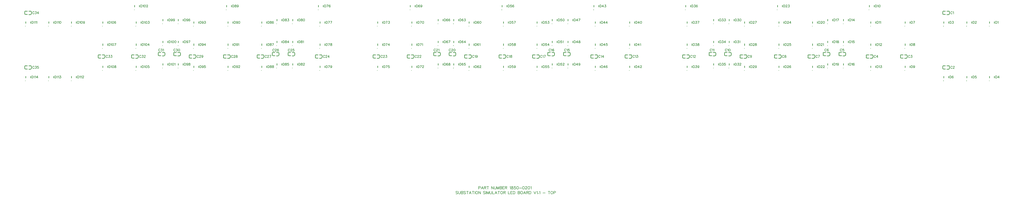
<source format=gto>
G04 Layer: TopSilkscreenLayer*
G04 EasyEDA v6.5.34, 2023-08-27 23:32:40*
G04 d061e9a780f541beb3afb4a1d4dccede,5a6b42c53f6a479593ecc07194224c93,10*
G04 Gerber Generator version 0.2*
G04 Scale: 100 percent, Rotated: No, Reflected: No *
G04 Dimensions in millimeters *
G04 leading zeros omitted , absolute positions ,4 integer and 5 decimal *
%FSLAX45Y45*%
%MOMM*%

%ADD10C,0.2032*%
%ADD11C,0.1524*%
%ADD12C,0.2540*%

%LPD*%
D10*
X21234654Y244347D02*
G01*
X21223731Y255270D01*
X21207222Y260857D01*
X21185377Y260857D01*
X21169122Y255270D01*
X21158200Y244347D01*
X21158200Y233426D01*
X21163534Y222504D01*
X21169122Y217170D01*
X21180043Y211581D01*
X21212809Y200913D01*
X21223731Y195326D01*
X21229066Y189992D01*
X21234654Y179070D01*
X21234654Y162560D01*
X21223731Y151637D01*
X21207222Y146304D01*
X21185377Y146304D01*
X21169122Y151637D01*
X21158200Y162560D01*
X21270468Y260857D02*
G01*
X21270468Y179070D01*
X21276056Y162560D01*
X21286977Y151637D01*
X21303234Y146304D01*
X21314156Y146304D01*
X21330666Y151637D01*
X21341588Y162560D01*
X21346922Y179070D01*
X21346922Y260857D01*
X21382990Y260857D02*
G01*
X21382990Y146304D01*
X21382990Y260857D02*
G01*
X21432011Y260857D01*
X21448268Y255270D01*
X21453856Y249936D01*
X21459190Y239013D01*
X21459190Y228092D01*
X21453856Y217170D01*
X21448268Y211581D01*
X21432011Y206247D01*
X21382990Y206247D02*
G01*
X21432011Y206247D01*
X21448268Y200913D01*
X21453856Y195326D01*
X21459190Y184404D01*
X21459190Y168147D01*
X21453856Y157226D01*
X21448268Y151637D01*
X21432011Y146304D01*
X21382990Y146304D01*
X21571711Y244347D02*
G01*
X21560790Y255270D01*
X21544279Y260857D01*
X21522436Y260857D01*
X21506179Y255270D01*
X21495258Y244347D01*
X21495258Y233426D01*
X21500845Y222504D01*
X21506179Y217170D01*
X21517102Y211581D01*
X21549868Y200913D01*
X21560790Y195326D01*
X21566124Y189992D01*
X21571711Y179070D01*
X21571711Y162560D01*
X21560790Y151637D01*
X21544279Y146304D01*
X21522436Y146304D01*
X21506179Y151637D01*
X21495258Y162560D01*
X21645879Y260857D02*
G01*
X21645879Y146304D01*
X21607779Y260857D02*
G01*
X21683979Y260857D01*
X21763736Y260857D02*
G01*
X21720048Y146304D01*
X21763736Y260857D02*
G01*
X21807170Y146304D01*
X21736304Y184404D02*
G01*
X21790913Y184404D01*
X21881591Y260857D02*
G01*
X21881591Y146304D01*
X21843238Y260857D02*
G01*
X21919691Y260857D01*
X21955759Y260857D02*
G01*
X21955759Y146304D01*
X22024340Y260857D02*
G01*
X22013418Y255270D01*
X22002495Y244347D01*
X21997161Y233426D01*
X21991574Y217170D01*
X21991574Y189992D01*
X21997161Y173481D01*
X22002495Y162560D01*
X22013418Y151637D01*
X22024340Y146304D01*
X22046184Y146304D01*
X22057106Y151637D01*
X22068027Y162560D01*
X22073361Y173481D01*
X22078950Y189992D01*
X22078950Y217170D01*
X22073361Y233426D01*
X22068027Y244347D01*
X22057106Y255270D01*
X22046184Y260857D01*
X22024340Y260857D01*
X22115018Y260857D02*
G01*
X22115018Y146304D01*
X22115018Y260857D02*
G01*
X22191218Y146304D01*
X22191218Y260857D02*
G01*
X22191218Y146304D01*
X22387559Y244347D02*
G01*
X22376638Y255270D01*
X22360381Y260857D01*
X22338538Y260857D01*
X22322281Y255270D01*
X22311359Y244347D01*
X22311359Y233426D01*
X22316693Y222504D01*
X22322281Y217170D01*
X22333204Y211581D01*
X22365716Y200913D01*
X22376638Y195326D01*
X22382225Y189992D01*
X22387559Y179070D01*
X22387559Y162560D01*
X22376638Y151637D01*
X22360381Y146304D01*
X22338538Y146304D01*
X22322281Y151637D01*
X22311359Y162560D01*
X22423627Y260857D02*
G01*
X22423627Y146304D01*
X22459695Y260857D02*
G01*
X22459695Y146304D01*
X22459695Y260857D02*
G01*
X22503384Y146304D01*
X22546818Y260857D02*
G01*
X22503384Y146304D01*
X22546818Y260857D02*
G01*
X22546818Y146304D01*
X22582886Y260857D02*
G01*
X22582886Y179070D01*
X22588474Y162560D01*
X22599395Y151637D01*
X22615652Y146304D01*
X22626574Y146304D01*
X22642829Y151637D01*
X22653752Y162560D01*
X22659340Y179070D01*
X22659340Y260857D01*
X22695408Y260857D02*
G01*
X22695408Y146304D01*
X22695408Y146304D02*
G01*
X22760686Y146304D01*
X22840441Y260857D02*
G01*
X22796754Y146304D01*
X22840441Y260857D02*
G01*
X22884129Y146304D01*
X22813009Y184404D02*
G01*
X22867620Y184404D01*
X22958298Y260857D02*
G01*
X22958298Y146304D01*
X22919943Y260857D02*
G01*
X22996398Y260857D01*
X23065231Y260857D02*
G01*
X23054309Y255270D01*
X23043388Y244347D01*
X23037800Y233426D01*
X23032466Y217170D01*
X23032466Y189992D01*
X23037800Y173481D01*
X23043388Y162560D01*
X23054309Y151637D01*
X23065231Y146304D01*
X23086822Y146304D01*
X23097743Y151637D01*
X23108666Y162560D01*
X23114254Y173481D01*
X23119588Y189992D01*
X23119588Y217170D01*
X23114254Y233426D01*
X23108666Y244347D01*
X23097743Y255270D01*
X23086822Y260857D01*
X23065231Y260857D01*
X23155656Y260857D02*
G01*
X23155656Y146304D01*
X23155656Y260857D02*
G01*
X23204677Y260857D01*
X23221188Y255270D01*
X23226522Y249936D01*
X23232109Y239013D01*
X23232109Y228092D01*
X23226522Y217170D01*
X23221188Y211581D01*
X23204677Y206247D01*
X23155656Y206247D01*
X23193756Y206247D02*
G01*
X23232109Y146304D01*
X23351998Y260857D02*
G01*
X23351998Y146304D01*
X23351998Y146304D02*
G01*
X23417529Y146304D01*
X23453343Y260857D02*
G01*
X23453343Y146304D01*
X23453343Y260857D02*
G01*
X23524463Y260857D01*
X23453343Y206247D02*
G01*
X23497031Y206247D01*
X23453343Y146304D02*
G01*
X23524463Y146304D01*
X23560277Y260857D02*
G01*
X23560277Y146304D01*
X23560277Y260857D02*
G01*
X23598631Y260857D01*
X23614888Y255270D01*
X23625809Y244347D01*
X23631398Y233426D01*
X23636731Y217170D01*
X23636731Y189992D01*
X23631398Y173481D01*
X23625809Y162560D01*
X23614888Y151637D01*
X23598631Y146304D01*
X23560277Y146304D01*
X23756620Y260857D02*
G01*
X23756620Y146304D01*
X23756620Y260857D02*
G01*
X23805895Y260857D01*
X23822152Y255270D01*
X23827740Y249936D01*
X23833074Y239013D01*
X23833074Y228092D01*
X23827740Y217170D01*
X23822152Y211581D01*
X23805895Y206247D01*
X23756620Y206247D02*
G01*
X23805895Y206247D01*
X23822152Y200913D01*
X23827740Y195326D01*
X23833074Y184404D01*
X23833074Y168147D01*
X23827740Y157226D01*
X23822152Y151637D01*
X23805895Y146304D01*
X23756620Y146304D01*
X23901908Y260857D02*
G01*
X23890986Y255270D01*
X23880063Y244347D01*
X23874475Y233426D01*
X23869141Y217170D01*
X23869141Y189992D01*
X23874475Y173481D01*
X23880063Y162560D01*
X23890986Y151637D01*
X23901908Y146304D01*
X23923752Y146304D01*
X23934674Y151637D01*
X23945341Y162560D01*
X23950929Y173481D01*
X23956263Y189992D01*
X23956263Y217170D01*
X23950929Y233426D01*
X23945341Y244347D01*
X23934674Y255270D01*
X23923752Y260857D01*
X23901908Y260857D01*
X24036020Y260857D02*
G01*
X23992331Y146304D01*
X24036020Y260857D02*
G01*
X24079708Y146304D01*
X24008841Y184404D02*
G01*
X24063198Y184404D01*
X24115522Y260857D02*
G01*
X24115522Y146304D01*
X24115522Y260857D02*
G01*
X24164798Y260857D01*
X24181054Y255270D01*
X24186641Y249936D01*
X24191975Y239013D01*
X24191975Y228092D01*
X24186641Y217170D01*
X24181054Y211581D01*
X24164798Y206247D01*
X24115522Y206247D01*
X24153875Y206247D02*
G01*
X24191975Y146304D01*
X24228043Y260857D02*
G01*
X24228043Y146304D01*
X24228043Y260857D02*
G01*
X24266143Y260857D01*
X24282654Y255270D01*
X24293575Y244347D01*
X24298909Y233426D01*
X24304498Y217170D01*
X24304498Y189992D01*
X24298909Y173481D01*
X24293575Y162560D01*
X24282654Y151637D01*
X24266143Y146304D01*
X24228043Y146304D01*
X24424386Y260857D02*
G01*
X24468074Y146304D01*
X24511761Y260857D02*
G01*
X24468074Y146304D01*
X24547575Y239013D02*
G01*
X24558498Y244347D01*
X24575008Y260857D01*
X24575008Y146304D01*
X24616409Y173481D02*
G01*
X24610822Y168147D01*
X24616409Y162560D01*
X24621743Y168147D01*
X24616409Y173481D01*
X24657811Y239013D02*
G01*
X24668734Y244347D01*
X24684990Y260857D01*
X24684990Y146304D01*
X24805131Y195326D02*
G01*
X24903175Y195326D01*
X25061418Y260857D02*
G01*
X25061418Y146304D01*
X25023318Y260857D02*
G01*
X25099772Y260857D01*
X25168352Y260857D02*
G01*
X25157429Y255270D01*
X25146508Y244347D01*
X25141174Y233426D01*
X25135586Y217170D01*
X25135586Y189992D01*
X25141174Y173481D01*
X25146508Y162560D01*
X25157429Y151637D01*
X25168352Y146304D01*
X25190195Y146304D01*
X25201118Y151637D01*
X25212040Y162560D01*
X25217374Y173481D01*
X25222961Y189992D01*
X25222961Y217170D01*
X25217374Y233426D01*
X25212040Y244347D01*
X25201118Y255270D01*
X25190195Y260857D01*
X25168352Y260857D01*
X25259029Y260857D02*
G01*
X25259029Y146304D01*
X25259029Y260857D02*
G01*
X25308052Y260857D01*
X25324308Y255270D01*
X25329895Y249936D01*
X25335229Y239013D01*
X25335229Y222504D01*
X25329895Y211581D01*
X25324308Y206247D01*
X25308052Y200913D01*
X25259029Y200913D01*
X22110700Y463989D02*
G01*
X22110700Y349445D01*
X22110700Y463989D02*
G01*
X22159790Y463989D01*
X22176153Y458536D01*
X22181609Y453082D01*
X22187062Y442173D01*
X22187062Y425808D01*
X22181609Y414898D01*
X22176153Y409445D01*
X22159790Y403989D01*
X22110700Y403989D01*
X22266699Y463989D02*
G01*
X22223064Y349445D01*
X22266699Y463989D02*
G01*
X22310336Y349445D01*
X22239427Y387626D02*
G01*
X22293971Y387626D01*
X22346335Y463989D02*
G01*
X22346335Y349445D01*
X22346335Y463989D02*
G01*
X22395426Y463989D01*
X22411789Y458536D01*
X22417244Y453082D01*
X22422698Y442173D01*
X22422698Y431264D01*
X22417244Y420354D01*
X22411789Y414898D01*
X22395426Y409445D01*
X22346335Y409445D01*
X22384517Y409445D02*
G01*
X22422698Y349445D01*
X22496881Y463989D02*
G01*
X22496881Y349445D01*
X22458700Y463989D02*
G01*
X22535062Y463989D01*
X22655062Y463989D02*
G01*
X22655062Y349445D01*
X22655062Y463989D02*
G01*
X22731425Y349445D01*
X22731425Y463989D02*
G01*
X22731425Y349445D01*
X22767427Y463989D02*
G01*
X22767427Y382173D01*
X22772880Y365808D01*
X22783789Y354898D01*
X22800152Y349445D01*
X22811061Y349445D01*
X22827427Y354898D01*
X22838333Y365808D01*
X22843789Y382173D01*
X22843789Y463989D01*
X22879789Y463989D02*
G01*
X22879789Y349445D01*
X22879789Y463989D02*
G01*
X22923426Y349445D01*
X22967061Y463989D02*
G01*
X22923426Y349445D01*
X22967061Y463989D02*
G01*
X22967061Y349445D01*
X23003062Y463989D02*
G01*
X23003062Y349445D01*
X23003062Y463989D02*
G01*
X23052153Y463989D01*
X23068516Y458536D01*
X23073969Y453082D01*
X23079425Y442173D01*
X23079425Y431264D01*
X23073969Y420354D01*
X23068516Y414898D01*
X23052153Y409445D01*
X23003062Y409445D02*
G01*
X23052153Y409445D01*
X23068516Y403989D01*
X23073969Y398536D01*
X23079425Y387626D01*
X23079425Y371264D01*
X23073969Y360354D01*
X23068516Y354898D01*
X23052153Y349445D01*
X23003062Y349445D01*
X23115424Y463989D02*
G01*
X23115424Y349445D01*
X23115424Y463989D02*
G01*
X23186334Y463989D01*
X23115424Y409445D02*
G01*
X23159062Y409445D01*
X23115424Y349445D02*
G01*
X23186334Y349445D01*
X23222333Y463989D02*
G01*
X23222333Y349445D01*
X23222333Y463989D02*
G01*
X23271424Y463989D01*
X23287789Y458536D01*
X23293242Y453082D01*
X23298698Y442173D01*
X23298698Y431264D01*
X23293242Y420354D01*
X23287789Y414898D01*
X23271424Y409445D01*
X23222333Y409445D01*
X23260514Y409445D02*
G01*
X23298698Y349445D01*
X23418698Y442173D02*
G01*
X23429607Y447626D01*
X23445970Y463989D01*
X23445970Y349445D01*
X23509241Y463989D02*
G01*
X23492879Y458536D01*
X23487425Y447626D01*
X23487425Y436717D01*
X23492879Y425808D01*
X23503788Y420354D01*
X23525606Y414898D01*
X23541969Y409445D01*
X23552878Y398536D01*
X23558332Y387626D01*
X23558332Y371264D01*
X23552878Y360354D01*
X23547425Y354898D01*
X23531060Y349445D01*
X23509241Y349445D01*
X23492879Y354898D01*
X23487425Y360354D01*
X23481969Y371264D01*
X23481969Y387626D01*
X23487425Y398536D01*
X23498332Y409445D01*
X23514697Y414898D01*
X23536516Y420354D01*
X23547425Y425808D01*
X23552878Y436717D01*
X23552878Y447626D01*
X23547425Y458536D01*
X23531060Y463989D01*
X23509241Y463989D01*
X23659787Y463989D02*
G01*
X23605243Y463989D01*
X23599787Y414898D01*
X23605243Y420354D01*
X23621606Y425808D01*
X23637968Y425808D01*
X23654334Y420354D01*
X23665243Y409445D01*
X23670696Y393082D01*
X23670696Y382173D01*
X23665243Y365808D01*
X23654334Y354898D01*
X23637968Y349445D01*
X23621606Y349445D01*
X23605243Y354898D01*
X23599787Y360354D01*
X23594334Y371264D01*
X23739424Y463989D02*
G01*
X23723061Y458536D01*
X23712152Y442173D01*
X23706696Y414898D01*
X23706696Y398536D01*
X23712152Y371264D01*
X23723061Y354898D01*
X23739424Y349445D01*
X23750333Y349445D01*
X23766696Y354898D01*
X23777605Y371264D01*
X23783061Y398536D01*
X23783061Y414898D01*
X23777605Y442173D01*
X23766696Y458536D01*
X23750333Y463989D01*
X23739424Y463989D01*
X23819060Y398536D02*
G01*
X23917241Y398536D01*
X23985969Y463989D02*
G01*
X23969606Y458536D01*
X23958697Y442173D01*
X23953241Y414898D01*
X23953241Y398536D01*
X23958697Y371264D01*
X23969606Y354898D01*
X23985969Y349445D01*
X23996878Y349445D01*
X24013241Y354898D01*
X24024150Y371264D01*
X24029606Y398536D01*
X24029606Y414898D01*
X24024150Y442173D01*
X24013241Y458536D01*
X23996878Y463989D01*
X23985969Y463989D01*
X24071059Y436717D02*
G01*
X24071059Y442173D01*
X24076515Y453082D01*
X24081968Y458536D01*
X24092877Y463989D01*
X24114696Y463989D01*
X24125605Y458536D01*
X24131059Y453082D01*
X24136515Y442173D01*
X24136515Y431264D01*
X24131059Y420354D01*
X24120149Y403989D01*
X24065605Y349445D01*
X24141968Y349445D01*
X24210695Y463989D02*
G01*
X24194333Y458536D01*
X24183423Y442173D01*
X24177967Y414898D01*
X24177967Y398536D01*
X24183423Y371264D01*
X24194333Y354898D01*
X24210695Y349445D01*
X24221605Y349445D01*
X24237967Y354898D01*
X24248877Y371264D01*
X24254333Y398536D01*
X24254333Y414898D01*
X24248877Y442173D01*
X24237967Y458536D01*
X24221605Y463989D01*
X24210695Y463989D01*
X24290332Y442173D02*
G01*
X24301241Y447626D01*
X24317604Y463989D01*
X24317604Y349445D01*
D11*
X13559668Y6197033D02*
G01*
X13555350Y6206177D01*
X13546206Y6215067D01*
X13537062Y6219639D01*
X13518774Y6219639D01*
X13509884Y6215067D01*
X13500740Y6206177D01*
X13496168Y6197033D01*
X13491596Y6183317D01*
X13491596Y6160711D01*
X13496168Y6146995D01*
X13500740Y6137851D01*
X13509884Y6128707D01*
X13518774Y6124135D01*
X13537062Y6124135D01*
X13546206Y6128707D01*
X13555350Y6137851D01*
X13559668Y6146995D01*
X13594212Y6197033D02*
G01*
X13594212Y6201605D01*
X13598784Y6210495D01*
X13603356Y6215067D01*
X13612500Y6219639D01*
X13630788Y6219639D01*
X13639678Y6215067D01*
X13644250Y6210495D01*
X13648822Y6201605D01*
X13648822Y6192461D01*
X13644250Y6183317D01*
X13635106Y6169601D01*
X13589894Y6124135D01*
X13653394Y6124135D01*
X13737976Y6206177D02*
G01*
X13733404Y6215067D01*
X13719688Y6219639D01*
X13710798Y6219639D01*
X13697082Y6215067D01*
X13687938Y6201605D01*
X13683366Y6178745D01*
X13683366Y6156139D01*
X13687938Y6137851D01*
X13697082Y6128707D01*
X13710798Y6124135D01*
X13715116Y6124135D01*
X13728832Y6128707D01*
X13737976Y6137851D01*
X13742548Y6151567D01*
X13742548Y6156139D01*
X13737976Y6169601D01*
X13728832Y6178745D01*
X13715116Y6183317D01*
X13710798Y6183317D01*
X13697082Y6178745D01*
X13687938Y6169601D01*
X13683366Y6156139D01*
X14207368Y6197033D02*
G01*
X14203050Y6206177D01*
X14193906Y6215067D01*
X14184762Y6219639D01*
X14166474Y6219639D01*
X14157584Y6215067D01*
X14148440Y6206177D01*
X14143868Y6197033D01*
X14139296Y6183317D01*
X14139296Y6160711D01*
X14143868Y6146995D01*
X14148440Y6137851D01*
X14157584Y6128707D01*
X14166474Y6124135D01*
X14184762Y6124135D01*
X14193906Y6128707D01*
X14203050Y6137851D01*
X14207368Y6146995D01*
X14241912Y6197033D02*
G01*
X14241912Y6201605D01*
X14246484Y6210495D01*
X14251056Y6215067D01*
X14260200Y6219639D01*
X14278488Y6219639D01*
X14287378Y6215067D01*
X14291950Y6210495D01*
X14296522Y6201605D01*
X14296522Y6192461D01*
X14291950Y6183317D01*
X14282806Y6169601D01*
X14237594Y6124135D01*
X14301094Y6124135D01*
X14385676Y6219639D02*
G01*
X14340210Y6219639D01*
X14335638Y6178745D01*
X14340210Y6183317D01*
X14353926Y6187889D01*
X14367388Y6187889D01*
X14381104Y6183317D01*
X14390248Y6174173D01*
X14394820Y6160711D01*
X14394820Y6151567D01*
X14390248Y6137851D01*
X14381104Y6128707D01*
X14367388Y6124135D01*
X14353926Y6124135D01*
X14340210Y6128707D01*
X14335638Y6133279D01*
X14331066Y6142423D01*
X15676372Y5932931D02*
G01*
X15672054Y5942076D01*
X15662909Y5950965D01*
X15653766Y5955537D01*
X15635477Y5955537D01*
X15626588Y5950965D01*
X15617443Y5942076D01*
X15612872Y5932931D01*
X15608300Y5919215D01*
X15608300Y5896610D01*
X15612872Y5882894D01*
X15617443Y5873750D01*
X15626588Y5864605D01*
X15635477Y5860034D01*
X15653766Y5860034D01*
X15662909Y5864605D01*
X15672054Y5873750D01*
X15676372Y5882894D01*
X15710916Y5932931D02*
G01*
X15710916Y5937504D01*
X15715488Y5946394D01*
X15720059Y5950965D01*
X15729204Y5955537D01*
X15747491Y5955537D01*
X15756381Y5950965D01*
X15760954Y5946394D01*
X15765525Y5937504D01*
X15765525Y5928360D01*
X15760954Y5919215D01*
X15751809Y5905500D01*
X15706597Y5860034D01*
X15770097Y5860034D01*
X15845536Y5955537D02*
G01*
X15800070Y5892037D01*
X15868395Y5892037D01*
X15845536Y5955537D02*
G01*
X15845536Y5860034D01*
X15722600Y6450837D02*
G01*
X15722600Y6355587D01*
X15722600Y6450837D02*
G01*
X15754350Y6450837D01*
X15768066Y6446265D01*
X15777209Y6437376D01*
X15781781Y6428231D01*
X15786354Y6414515D01*
X15786354Y6391910D01*
X15781781Y6378194D01*
X15777209Y6369050D01*
X15768066Y6359905D01*
X15754350Y6355587D01*
X15722600Y6355587D01*
X15879825Y6450837D02*
G01*
X15834359Y6355587D01*
X15816325Y6450837D02*
G01*
X15879825Y6450837D01*
X15932658Y6450837D02*
G01*
X15918941Y6446265D01*
X15914370Y6437376D01*
X15914370Y6428231D01*
X15918941Y6419087D01*
X15928086Y6414515D01*
X15946120Y6409944D01*
X15959836Y6405371D01*
X15968979Y6396481D01*
X15973552Y6387337D01*
X15973552Y6373621D01*
X15968979Y6364478D01*
X15964408Y6359905D01*
X15950691Y6355587D01*
X15932658Y6355587D01*
X15918941Y6359905D01*
X15914370Y6364478D01*
X15909797Y6373621D01*
X15909797Y6387337D01*
X15914370Y6396481D01*
X15923513Y6405371D01*
X15937229Y6409944D01*
X15955263Y6414515D01*
X15964408Y6419087D01*
X15968979Y6428231D01*
X15968979Y6437376D01*
X15964408Y6446265D01*
X15950691Y6450837D01*
X15932658Y6450837D01*
X15722600Y7377937D02*
G01*
X15722600Y7282687D01*
X15722600Y7377937D02*
G01*
X15754350Y7377937D01*
X15768066Y7373365D01*
X15777209Y7364476D01*
X15781781Y7355331D01*
X15786354Y7341615D01*
X15786354Y7319010D01*
X15781781Y7305294D01*
X15777209Y7296150D01*
X15768066Y7287005D01*
X15754350Y7282687D01*
X15722600Y7282687D01*
X15879825Y7377937D02*
G01*
X15834359Y7282687D01*
X15816325Y7377937D02*
G01*
X15879825Y7377937D01*
X15973552Y7377937D02*
G01*
X15928086Y7282687D01*
X15909797Y7377937D02*
G01*
X15973552Y7377937D01*
X15659100Y8063737D02*
G01*
X15659100Y7968487D01*
X15659100Y8063737D02*
G01*
X15690850Y8063737D01*
X15704566Y8059165D01*
X15713709Y8050276D01*
X15718281Y8041131D01*
X15722854Y8027415D01*
X15722854Y8004810D01*
X15718281Y7991094D01*
X15713709Y7981950D01*
X15704566Y7972805D01*
X15690850Y7968487D01*
X15659100Y7968487D01*
X15816325Y8063737D02*
G01*
X15770859Y7968487D01*
X15752825Y8063737D02*
G01*
X15816325Y8063737D01*
X15900908Y8050276D02*
G01*
X15896336Y8059165D01*
X15882620Y8063737D01*
X15873729Y8063737D01*
X15860013Y8059165D01*
X15850870Y8045704D01*
X15846297Y8022844D01*
X15846297Y8000237D01*
X15850870Y7981950D01*
X15860013Y7972805D01*
X15873729Y7968487D01*
X15878302Y7968487D01*
X15891763Y7972805D01*
X15900908Y7981950D01*
X15905479Y7995665D01*
X15905479Y8000237D01*
X15900908Y8013700D01*
X15891763Y8022844D01*
X15878302Y8027415D01*
X15873729Y8027415D01*
X15860013Y8022844D01*
X15850870Y8013700D01*
X15846297Y8000237D01*
X15722600Y5523737D02*
G01*
X15722600Y5428487D01*
X15722600Y5523737D02*
G01*
X15754350Y5523737D01*
X15768066Y5519165D01*
X15777209Y5510276D01*
X15781781Y5501131D01*
X15786354Y5487415D01*
X15786354Y5464810D01*
X15781781Y5451094D01*
X15777209Y5441950D01*
X15768066Y5432805D01*
X15754350Y5428487D01*
X15722600Y5428487D01*
X15879825Y5523737D02*
G01*
X15834359Y5428487D01*
X15816325Y5523737D02*
G01*
X15879825Y5523737D01*
X15968979Y5491987D02*
G01*
X15964408Y5478271D01*
X15955263Y5469381D01*
X15941802Y5464810D01*
X15937229Y5464810D01*
X15923513Y5469381D01*
X15914370Y5478271D01*
X15909797Y5491987D01*
X15909797Y5496560D01*
X15914370Y5510276D01*
X15923513Y5519165D01*
X15937229Y5523737D01*
X15941802Y5523737D01*
X15955263Y5519165D01*
X15964408Y5510276D01*
X15968979Y5491987D01*
X15968979Y5469381D01*
X15964408Y5446521D01*
X15955263Y5432805D01*
X15941802Y5428487D01*
X15932658Y5428487D01*
X15918941Y5432805D01*
X15914370Y5441950D01*
X19519645Y5932931D02*
G01*
X19515074Y5942076D01*
X19505929Y5950965D01*
X19497040Y5955537D01*
X19478752Y5955537D01*
X19469608Y5950965D01*
X19460463Y5942076D01*
X19456145Y5932931D01*
X19451574Y5919215D01*
X19451574Y5896610D01*
X19456145Y5882894D01*
X19460463Y5873750D01*
X19469608Y5864605D01*
X19478752Y5860034D01*
X19497040Y5860034D01*
X19505929Y5864605D01*
X19515074Y5873750D01*
X19519645Y5882894D01*
X19554190Y5932931D02*
G01*
X19554190Y5937504D01*
X19558761Y5946394D01*
X19563334Y5950965D01*
X19572477Y5955537D01*
X19590511Y5955537D01*
X19599656Y5950965D01*
X19604227Y5946394D01*
X19608800Y5937504D01*
X19608800Y5928360D01*
X19604227Y5919215D01*
X19595084Y5905500D01*
X19549618Y5860034D01*
X19613372Y5860034D01*
X19647916Y5932931D02*
G01*
X19647916Y5937504D01*
X19652488Y5946394D01*
X19657059Y5950965D01*
X19665950Y5955537D01*
X19684238Y5955537D01*
X19693381Y5950965D01*
X19697954Y5946394D01*
X19702525Y5937504D01*
X19702525Y5928360D01*
X19697954Y5919215D01*
X19688809Y5905500D01*
X19643343Y5860034D01*
X19706843Y5860034D01*
X19565874Y6450837D02*
G01*
X19565874Y6355587D01*
X19565874Y6450837D02*
G01*
X19597624Y6450837D01*
X19611340Y6446265D01*
X19620229Y6437376D01*
X19624802Y6428231D01*
X19629374Y6414515D01*
X19629374Y6391910D01*
X19624802Y6378194D01*
X19620229Y6369050D01*
X19611340Y6359905D01*
X19597624Y6355587D01*
X19565874Y6355587D01*
X19723100Y6450837D02*
G01*
X19677634Y6355587D01*
X19659345Y6450837D02*
G01*
X19723100Y6450837D01*
X19753072Y6432804D02*
G01*
X19762216Y6437376D01*
X19775931Y6450837D01*
X19775931Y6355587D01*
X19565874Y7377937D02*
G01*
X19565874Y7282687D01*
X19565874Y7377937D02*
G01*
X19597624Y7377937D01*
X19611340Y7373365D01*
X19620229Y7364476D01*
X19624802Y7355331D01*
X19629374Y7341615D01*
X19629374Y7319010D01*
X19624802Y7305294D01*
X19620229Y7296150D01*
X19611340Y7287005D01*
X19597624Y7282687D01*
X19565874Y7282687D01*
X19723100Y7377937D02*
G01*
X19677634Y7282687D01*
X19659345Y7377937D02*
G01*
X19723100Y7377937D01*
X19780250Y7377937D02*
G01*
X19766788Y7373365D01*
X19757643Y7359904D01*
X19753072Y7337044D01*
X19753072Y7323581D01*
X19757643Y7300721D01*
X19766788Y7287005D01*
X19780250Y7282687D01*
X19789393Y7282687D01*
X19803109Y7287005D01*
X19812254Y7300721D01*
X19816825Y7323581D01*
X19816825Y7337044D01*
X19812254Y7359904D01*
X19803109Y7373365D01*
X19789393Y7377937D01*
X19780250Y7377937D01*
X19502374Y8063737D02*
G01*
X19502374Y7968487D01*
X19502374Y8063737D02*
G01*
X19534124Y8063737D01*
X19547840Y8059165D01*
X19556729Y8050276D01*
X19561302Y8041131D01*
X19565874Y8027415D01*
X19565874Y8004810D01*
X19561302Y7991094D01*
X19556729Y7981950D01*
X19547840Y7972805D01*
X19534124Y7968487D01*
X19502374Y7968487D01*
X19650456Y8050276D02*
G01*
X19645884Y8059165D01*
X19632422Y8063737D01*
X19623277Y8063737D01*
X19609561Y8059165D01*
X19600418Y8045704D01*
X19595845Y8022844D01*
X19595845Y8000237D01*
X19600418Y7981950D01*
X19609561Y7972805D01*
X19623277Y7968487D01*
X19627850Y7968487D01*
X19641311Y7972805D01*
X19650456Y7981950D01*
X19655027Y7995665D01*
X19655027Y8000237D01*
X19650456Y8013700D01*
X19641311Y8022844D01*
X19627850Y8027415D01*
X19623277Y8027415D01*
X19609561Y8022844D01*
X19600418Y8013700D01*
X19595845Y8000237D01*
X19744181Y8031987D02*
G01*
X19739609Y8018271D01*
X19730466Y8009381D01*
X19716750Y8004810D01*
X19712431Y8004810D01*
X19698716Y8009381D01*
X19689572Y8018271D01*
X19685000Y8031987D01*
X19685000Y8036560D01*
X19689572Y8050276D01*
X19698716Y8059165D01*
X19712431Y8063737D01*
X19716750Y8063737D01*
X19730466Y8059165D01*
X19739609Y8050276D01*
X19744181Y8031987D01*
X19744181Y8009381D01*
X19739609Y7986521D01*
X19730466Y7972805D01*
X19716750Y7968487D01*
X19707859Y7968487D01*
X19694143Y7972805D01*
X19689572Y7981950D01*
X19565874Y5523737D02*
G01*
X19565874Y5428487D01*
X19565874Y5523737D02*
G01*
X19597624Y5523737D01*
X19611340Y5519165D01*
X19620229Y5510276D01*
X19624802Y5501131D01*
X19629374Y5487415D01*
X19629374Y5464810D01*
X19624802Y5451094D01*
X19620229Y5441950D01*
X19611340Y5432805D01*
X19597624Y5428487D01*
X19565874Y5428487D01*
X19723100Y5523737D02*
G01*
X19677634Y5428487D01*
X19659345Y5523737D02*
G01*
X19723100Y5523737D01*
X19757643Y5501131D02*
G01*
X19757643Y5505704D01*
X19762216Y5514847D01*
X19766788Y5519165D01*
X19775931Y5523737D01*
X19793966Y5523737D01*
X19803109Y5519165D01*
X19807681Y5514847D01*
X19812254Y5505704D01*
X19812254Y5496560D01*
X19807681Y5487415D01*
X19798538Y5473700D01*
X19753072Y5428487D01*
X19816825Y5428487D01*
X18135600Y7377937D02*
G01*
X18135600Y7282687D01*
X18135600Y7377937D02*
G01*
X18167350Y7377937D01*
X18181066Y7373365D01*
X18190209Y7364476D01*
X18194781Y7355331D01*
X18199354Y7341615D01*
X18199354Y7319010D01*
X18194781Y7305294D01*
X18190209Y7296150D01*
X18181066Y7287005D01*
X18167350Y7282687D01*
X18135600Y7282687D01*
X18292825Y7377937D02*
G01*
X18247359Y7282687D01*
X18229325Y7377937D02*
G01*
X18292825Y7377937D01*
X18331941Y7377937D02*
G01*
X18381979Y7377937D01*
X18354802Y7341615D01*
X18368263Y7341615D01*
X18377408Y7337044D01*
X18381979Y7332471D01*
X18386552Y7319010D01*
X18386552Y7309865D01*
X18381979Y7296150D01*
X18372836Y7287005D01*
X18359120Y7282687D01*
X18345658Y7282687D01*
X18331941Y7287005D01*
X18327370Y7291578D01*
X18322798Y7300721D01*
X18135600Y6450837D02*
G01*
X18135600Y6355587D01*
X18135600Y6450837D02*
G01*
X18167350Y6450837D01*
X18181066Y6446265D01*
X18190209Y6437376D01*
X18194781Y6428231D01*
X18199354Y6414515D01*
X18199354Y6391910D01*
X18194781Y6378194D01*
X18190209Y6369050D01*
X18181066Y6359905D01*
X18167350Y6355587D01*
X18135600Y6355587D01*
X18292825Y6450837D02*
G01*
X18247359Y6355587D01*
X18229325Y6450837D02*
G01*
X18292825Y6450837D01*
X18368263Y6450837D02*
G01*
X18322798Y6387337D01*
X18391124Y6387337D01*
X18368263Y6450837D02*
G01*
X18368263Y6355587D01*
X18135600Y5523737D02*
G01*
X18135600Y5428487D01*
X18135600Y5523737D02*
G01*
X18167350Y5523737D01*
X18181066Y5519165D01*
X18190209Y5510276D01*
X18194781Y5501131D01*
X18199354Y5487415D01*
X18199354Y5464810D01*
X18194781Y5451094D01*
X18190209Y5441950D01*
X18181066Y5432805D01*
X18167350Y5428487D01*
X18135600Y5428487D01*
X18292825Y5523737D02*
G01*
X18247359Y5428487D01*
X18229325Y5523737D02*
G01*
X18292825Y5523737D01*
X18377408Y5523737D02*
G01*
X18331941Y5523737D01*
X18327370Y5482844D01*
X18331941Y5487415D01*
X18345658Y5491987D01*
X18359120Y5491987D01*
X18372836Y5487415D01*
X18381979Y5478271D01*
X18386552Y5464810D01*
X18386552Y5455665D01*
X18381979Y5441950D01*
X18372836Y5432805D01*
X18359120Y5428487D01*
X18345658Y5428487D01*
X18331941Y5432805D01*
X18327370Y5437378D01*
X18322798Y5446521D01*
X18089372Y5932931D02*
G01*
X18085054Y5942076D01*
X18075909Y5950965D01*
X18066766Y5955537D01*
X18048477Y5955537D01*
X18039588Y5950965D01*
X18030443Y5942076D01*
X18025872Y5932931D01*
X18021300Y5919215D01*
X18021300Y5896610D01*
X18025872Y5882894D01*
X18030443Y5873750D01*
X18039588Y5864605D01*
X18048477Y5860034D01*
X18066766Y5860034D01*
X18075909Y5864605D01*
X18085054Y5873750D01*
X18089372Y5882894D01*
X18123916Y5932931D02*
G01*
X18123916Y5937504D01*
X18128488Y5946394D01*
X18133059Y5950965D01*
X18142204Y5955537D01*
X18160491Y5955537D01*
X18169381Y5950965D01*
X18173954Y5946394D01*
X18178525Y5937504D01*
X18178525Y5928360D01*
X18173954Y5919215D01*
X18164809Y5905500D01*
X18119598Y5860034D01*
X18183098Y5860034D01*
X18222213Y5955537D02*
G01*
X18272252Y5955537D01*
X18244820Y5919215D01*
X18258536Y5919215D01*
X18267679Y5914644D01*
X18272252Y5910071D01*
X18276824Y5896610D01*
X18276824Y5887465D01*
X18272252Y5873750D01*
X18263108Y5864605D01*
X18249391Y5860034D01*
X18235929Y5860034D01*
X18222213Y5864605D01*
X18217641Y5869178D01*
X18213070Y5878321D01*
X21968968Y5523737D02*
G01*
X21968968Y5428487D01*
X21968968Y5523737D02*
G01*
X22000718Y5523737D01*
X22014434Y5519165D01*
X22023577Y5510276D01*
X22028150Y5501131D01*
X22032722Y5487415D01*
X22032722Y5464810D01*
X22028150Y5451094D01*
X22023577Y5441950D01*
X22014434Y5432805D01*
X22000718Y5428487D01*
X21968968Y5428487D01*
X22117304Y5510276D02*
G01*
X22112731Y5519165D01*
X22099016Y5523737D01*
X22089872Y5523737D01*
X22076156Y5519165D01*
X22067266Y5505704D01*
X22062693Y5482844D01*
X22062693Y5460237D01*
X22067266Y5441950D01*
X22076156Y5432805D01*
X22089872Y5428487D01*
X22094443Y5428487D01*
X22108159Y5432805D01*
X22117304Y5441950D01*
X22121622Y5455665D01*
X22121622Y5460237D01*
X22117304Y5473700D01*
X22108159Y5482844D01*
X22094443Y5487415D01*
X22089872Y5487415D01*
X22076156Y5482844D01*
X22067266Y5473700D01*
X22062693Y5460237D01*
X22156166Y5501131D02*
G01*
X22156166Y5505704D01*
X22160738Y5514847D01*
X22165309Y5519165D01*
X22174454Y5523737D01*
X22192741Y5523737D01*
X22201631Y5519165D01*
X22206204Y5514847D01*
X22210775Y5505704D01*
X22210775Y5496560D01*
X22206204Y5487415D01*
X22197059Y5473700D01*
X22151848Y5428487D01*
X22215348Y5428487D01*
X21968968Y6450837D02*
G01*
X21968968Y6355587D01*
X21968968Y6450837D02*
G01*
X22000718Y6450837D01*
X22014434Y6446265D01*
X22023577Y6437376D01*
X22028150Y6428231D01*
X22032722Y6414515D01*
X22032722Y6391910D01*
X22028150Y6378194D01*
X22023577Y6369050D01*
X22014434Y6359905D01*
X22000718Y6355587D01*
X21968968Y6355587D01*
X22117304Y6437376D02*
G01*
X22112731Y6446265D01*
X22099016Y6450837D01*
X22089872Y6450837D01*
X22076156Y6446265D01*
X22067266Y6432804D01*
X22062693Y6409944D01*
X22062693Y6387337D01*
X22067266Y6369050D01*
X22076156Y6359905D01*
X22089872Y6355587D01*
X22094443Y6355587D01*
X22108159Y6359905D01*
X22117304Y6369050D01*
X22121622Y6382765D01*
X22121622Y6387337D01*
X22117304Y6400800D01*
X22108159Y6409944D01*
X22094443Y6414515D01*
X22089872Y6414515D01*
X22076156Y6409944D01*
X22067266Y6400800D01*
X22062693Y6387337D01*
X22151848Y6432804D02*
G01*
X22160738Y6437376D01*
X22174454Y6450837D01*
X22174454Y6355587D01*
X21968968Y7377937D02*
G01*
X21968968Y7282687D01*
X21968968Y7377937D02*
G01*
X22000718Y7377937D01*
X22014434Y7373365D01*
X22023577Y7364476D01*
X22028150Y7355331D01*
X22032722Y7341615D01*
X22032722Y7319010D01*
X22028150Y7305294D01*
X22023577Y7296150D01*
X22014434Y7287005D01*
X22000718Y7282687D01*
X21968968Y7282687D01*
X22117304Y7364476D02*
G01*
X22112731Y7373365D01*
X22099016Y7377937D01*
X22089872Y7377937D01*
X22076156Y7373365D01*
X22067266Y7359904D01*
X22062693Y7337044D01*
X22062693Y7314437D01*
X22067266Y7296150D01*
X22076156Y7287005D01*
X22089872Y7282687D01*
X22094443Y7282687D01*
X22108159Y7287005D01*
X22117304Y7296150D01*
X22121622Y7309865D01*
X22121622Y7314437D01*
X22117304Y7327900D01*
X22108159Y7337044D01*
X22094443Y7341615D01*
X22089872Y7341615D01*
X22076156Y7337044D01*
X22067266Y7327900D01*
X22062693Y7314437D01*
X22179025Y7377937D02*
G01*
X22165309Y7373365D01*
X22156166Y7359904D01*
X22151848Y7337044D01*
X22151848Y7323581D01*
X22156166Y7300721D01*
X22165309Y7287005D01*
X22179025Y7282687D01*
X22188170Y7282687D01*
X22201631Y7287005D01*
X22210775Y7300721D01*
X22215348Y7323581D01*
X22215348Y7337044D01*
X22210775Y7359904D01*
X22201631Y7373365D01*
X22188170Y7377937D01*
X22179025Y7377937D01*
X21922993Y5932931D02*
G01*
X21918422Y5942076D01*
X21909277Y5950965D01*
X21900134Y5955537D01*
X21881845Y5955537D01*
X21872956Y5950965D01*
X21863811Y5942076D01*
X21859240Y5932931D01*
X21854668Y5919215D01*
X21854668Y5896610D01*
X21859240Y5882894D01*
X21863811Y5873750D01*
X21872956Y5864605D01*
X21881845Y5860034D01*
X21900134Y5860034D01*
X21909277Y5864605D01*
X21918422Y5873750D01*
X21922993Y5882894D01*
X21952966Y5937504D02*
G01*
X21961856Y5942076D01*
X21975572Y5955537D01*
X21975572Y5860034D01*
X22064725Y5923787D02*
G01*
X22060154Y5910071D01*
X22051009Y5901181D01*
X22037293Y5896610D01*
X22032975Y5896610D01*
X22019259Y5901181D01*
X22010116Y5910071D01*
X22005543Y5923787D01*
X22005543Y5928360D01*
X22010116Y5942076D01*
X22019259Y5950965D01*
X22032975Y5955537D01*
X22037293Y5955537D01*
X22051009Y5950965D01*
X22060154Y5942076D01*
X22064725Y5923787D01*
X22064725Y5901181D01*
X22060154Y5878321D01*
X22051009Y5864605D01*
X22037293Y5860034D01*
X22028404Y5860034D01*
X22014688Y5864605D01*
X22010116Y5873750D01*
X20945093Y6199631D02*
G01*
X20940522Y6208776D01*
X20931377Y6217665D01*
X20922234Y6222237D01*
X20903945Y6222237D01*
X20895056Y6217665D01*
X20885911Y6208776D01*
X20881340Y6199631D01*
X20876768Y6185915D01*
X20876768Y6163310D01*
X20881340Y6149594D01*
X20885911Y6140450D01*
X20895056Y6131305D01*
X20903945Y6126734D01*
X20922234Y6126734D01*
X20931377Y6131305D01*
X20940522Y6140450D01*
X20945093Y6149594D01*
X20979638Y6199631D02*
G01*
X20979638Y6204204D01*
X20983956Y6213094D01*
X20988527Y6217665D01*
X20997672Y6222237D01*
X21015959Y6222237D01*
X21024850Y6217665D01*
X21029422Y6213094D01*
X21033993Y6204204D01*
X21033993Y6195060D01*
X21029422Y6185915D01*
X21020531Y6172200D01*
X20975066Y6126734D01*
X21038566Y6126734D01*
X21095970Y6222237D02*
G01*
X21082254Y6217665D01*
X21073109Y6204204D01*
X21068538Y6181344D01*
X21068538Y6167881D01*
X21073109Y6145021D01*
X21082254Y6131305D01*
X21095970Y6126734D01*
X21104859Y6126734D01*
X21118575Y6131305D01*
X21127720Y6145021D01*
X21132291Y6167881D01*
X21132291Y6181344D01*
X21127720Y6204204D01*
X21118575Y6217665D01*
X21104859Y6222237D01*
X21095970Y6222237D01*
X20310093Y6199631D02*
G01*
X20305522Y6208776D01*
X20296377Y6217665D01*
X20287234Y6222237D01*
X20268945Y6222237D01*
X20260056Y6217665D01*
X20250911Y6208776D01*
X20246340Y6199631D01*
X20241768Y6185915D01*
X20241768Y6163310D01*
X20246340Y6149594D01*
X20250911Y6140450D01*
X20260056Y6131305D01*
X20268945Y6126734D01*
X20287234Y6126734D01*
X20296377Y6131305D01*
X20305522Y6140450D01*
X20310093Y6149594D01*
X20344638Y6199631D02*
G01*
X20344638Y6204204D01*
X20348956Y6213094D01*
X20353527Y6217665D01*
X20362672Y6222237D01*
X20380959Y6222237D01*
X20389850Y6217665D01*
X20394422Y6213094D01*
X20398993Y6204204D01*
X20398993Y6195060D01*
X20394422Y6185915D01*
X20385531Y6172200D01*
X20340066Y6126734D01*
X20403566Y6126734D01*
X20433538Y6204204D02*
G01*
X20442681Y6208776D01*
X20456398Y6222237D01*
X20456398Y6126734D01*
X21321268Y7479537D02*
G01*
X21321268Y7384287D01*
X21321268Y7479537D02*
G01*
X21353018Y7479537D01*
X21366734Y7474965D01*
X21375877Y7466076D01*
X21380450Y7456931D01*
X21385022Y7443215D01*
X21385022Y7420610D01*
X21380450Y7406894D01*
X21375877Y7397750D01*
X21366734Y7388605D01*
X21353018Y7384287D01*
X21321268Y7384287D01*
X21469604Y7466076D02*
G01*
X21465031Y7474965D01*
X21451316Y7479537D01*
X21442172Y7479537D01*
X21428456Y7474965D01*
X21419566Y7461504D01*
X21414993Y7438644D01*
X21414993Y7416037D01*
X21419566Y7397750D01*
X21428456Y7388605D01*
X21442172Y7384287D01*
X21446743Y7384287D01*
X21460459Y7388605D01*
X21469604Y7397750D01*
X21473922Y7411465D01*
X21473922Y7416037D01*
X21469604Y7429500D01*
X21460459Y7438644D01*
X21446743Y7443215D01*
X21442172Y7443215D01*
X21428456Y7438644D01*
X21419566Y7429500D01*
X21414993Y7416037D01*
X21513038Y7479537D02*
G01*
X21563075Y7479537D01*
X21535898Y7443215D01*
X21549359Y7443215D01*
X21558504Y7438644D01*
X21563075Y7434071D01*
X21567648Y7420610D01*
X21567648Y7411465D01*
X21563075Y7397750D01*
X21553931Y7388605D01*
X21540470Y7384287D01*
X21526754Y7384287D01*
X21513038Y7388605D01*
X21508466Y7393178D01*
X21504148Y7402321D01*
X21321268Y6565137D02*
G01*
X21321268Y6469887D01*
X21321268Y6565137D02*
G01*
X21353018Y6565137D01*
X21366734Y6560565D01*
X21375877Y6551676D01*
X21380450Y6542531D01*
X21385022Y6528815D01*
X21385022Y6506210D01*
X21380450Y6492494D01*
X21375877Y6483350D01*
X21366734Y6474205D01*
X21353018Y6469887D01*
X21321268Y6469887D01*
X21469604Y6551676D02*
G01*
X21465031Y6560565D01*
X21451316Y6565137D01*
X21442172Y6565137D01*
X21428456Y6560565D01*
X21419566Y6547104D01*
X21414993Y6524244D01*
X21414993Y6501637D01*
X21419566Y6483350D01*
X21428456Y6474205D01*
X21442172Y6469887D01*
X21446743Y6469887D01*
X21460459Y6474205D01*
X21469604Y6483350D01*
X21473922Y6497065D01*
X21473922Y6501637D01*
X21469604Y6515100D01*
X21460459Y6524244D01*
X21446743Y6528815D01*
X21442172Y6528815D01*
X21428456Y6524244D01*
X21419566Y6515100D01*
X21414993Y6501637D01*
X21549359Y6565137D02*
G01*
X21504148Y6501637D01*
X21572220Y6501637D01*
X21549359Y6565137D02*
G01*
X21549359Y6469887D01*
X21321268Y5625337D02*
G01*
X21321268Y5530087D01*
X21321268Y5625337D02*
G01*
X21353018Y5625337D01*
X21366734Y5620765D01*
X21375877Y5611876D01*
X21380450Y5602731D01*
X21385022Y5589015D01*
X21385022Y5566410D01*
X21380450Y5552694D01*
X21375877Y5543550D01*
X21366734Y5534405D01*
X21353018Y5530087D01*
X21321268Y5530087D01*
X21469604Y5611876D02*
G01*
X21465031Y5620765D01*
X21451316Y5625337D01*
X21442172Y5625337D01*
X21428456Y5620765D01*
X21419566Y5607304D01*
X21414993Y5584444D01*
X21414993Y5561837D01*
X21419566Y5543550D01*
X21428456Y5534405D01*
X21442172Y5530087D01*
X21446743Y5530087D01*
X21460459Y5534405D01*
X21469604Y5543550D01*
X21473922Y5557265D01*
X21473922Y5561837D01*
X21469604Y5575300D01*
X21460459Y5584444D01*
X21446743Y5589015D01*
X21442172Y5589015D01*
X21428456Y5584444D01*
X21419566Y5575300D01*
X21414993Y5561837D01*
X21558504Y5625337D02*
G01*
X21513038Y5625337D01*
X21508466Y5584444D01*
X21513038Y5589015D01*
X21526754Y5593587D01*
X21540470Y5593587D01*
X21553931Y5589015D01*
X21563075Y5579871D01*
X21567648Y5566410D01*
X21567648Y5557265D01*
X21563075Y5543550D01*
X21553931Y5534405D01*
X21540470Y5530087D01*
X21526754Y5530087D01*
X21513038Y5534405D01*
X21508466Y5538978D01*
X21504148Y5548121D01*
X20673568Y7479537D02*
G01*
X20673568Y7384287D01*
X20673568Y7479537D02*
G01*
X20705318Y7479537D01*
X20719034Y7474965D01*
X20728177Y7466076D01*
X20732750Y7456931D01*
X20737322Y7443215D01*
X20737322Y7420610D01*
X20732750Y7406894D01*
X20728177Y7397750D01*
X20719034Y7388605D01*
X20705318Y7384287D01*
X20673568Y7384287D01*
X20821904Y7466076D02*
G01*
X20817331Y7474965D01*
X20803616Y7479537D01*
X20794472Y7479537D01*
X20780756Y7474965D01*
X20771866Y7461504D01*
X20767293Y7438644D01*
X20767293Y7416037D01*
X20771866Y7397750D01*
X20780756Y7388605D01*
X20794472Y7384287D01*
X20799043Y7384287D01*
X20812759Y7388605D01*
X20821904Y7397750D01*
X20826222Y7411465D01*
X20826222Y7416037D01*
X20821904Y7429500D01*
X20812759Y7438644D01*
X20799043Y7443215D01*
X20794472Y7443215D01*
X20780756Y7438644D01*
X20771866Y7429500D01*
X20767293Y7416037D01*
X20910804Y7466076D02*
G01*
X20906231Y7474965D01*
X20892770Y7479537D01*
X20883625Y7479537D01*
X20869909Y7474965D01*
X20860766Y7461504D01*
X20856448Y7438644D01*
X20856448Y7416037D01*
X20860766Y7397750D01*
X20869909Y7388605D01*
X20883625Y7384287D01*
X20888198Y7384287D01*
X20901659Y7388605D01*
X20910804Y7397750D01*
X20915375Y7411465D01*
X20915375Y7416037D01*
X20910804Y7429500D01*
X20901659Y7438644D01*
X20888198Y7443215D01*
X20883625Y7443215D01*
X20869909Y7438644D01*
X20860766Y7429500D01*
X20856448Y7416037D01*
X20673568Y6565137D02*
G01*
X20673568Y6469887D01*
X20673568Y6565137D02*
G01*
X20705318Y6565137D01*
X20719034Y6560565D01*
X20728177Y6551676D01*
X20732750Y6542531D01*
X20737322Y6528815D01*
X20737322Y6506210D01*
X20732750Y6492494D01*
X20728177Y6483350D01*
X20719034Y6474205D01*
X20705318Y6469887D01*
X20673568Y6469887D01*
X20821904Y6551676D02*
G01*
X20817331Y6560565D01*
X20803616Y6565137D01*
X20794472Y6565137D01*
X20780756Y6560565D01*
X20771866Y6547104D01*
X20767293Y6524244D01*
X20767293Y6501637D01*
X20771866Y6483350D01*
X20780756Y6474205D01*
X20794472Y6469887D01*
X20799043Y6469887D01*
X20812759Y6474205D01*
X20821904Y6483350D01*
X20826222Y6497065D01*
X20826222Y6501637D01*
X20821904Y6515100D01*
X20812759Y6524244D01*
X20799043Y6528815D01*
X20794472Y6528815D01*
X20780756Y6524244D01*
X20771866Y6515100D01*
X20767293Y6501637D01*
X20919948Y6565137D02*
G01*
X20874481Y6469887D01*
X20856448Y6565137D02*
G01*
X20919948Y6565137D01*
X20673568Y5625337D02*
G01*
X20673568Y5530087D01*
X20673568Y5625337D02*
G01*
X20705318Y5625337D01*
X20719034Y5620765D01*
X20728177Y5611876D01*
X20732750Y5602731D01*
X20737322Y5589015D01*
X20737322Y5566410D01*
X20732750Y5552694D01*
X20728177Y5543550D01*
X20719034Y5534405D01*
X20705318Y5530087D01*
X20673568Y5530087D01*
X20821904Y5611876D02*
G01*
X20817331Y5620765D01*
X20803616Y5625337D01*
X20794472Y5625337D01*
X20780756Y5620765D01*
X20771866Y5607304D01*
X20767293Y5584444D01*
X20767293Y5561837D01*
X20771866Y5543550D01*
X20780756Y5534405D01*
X20794472Y5530087D01*
X20799043Y5530087D01*
X20812759Y5534405D01*
X20821904Y5543550D01*
X20826222Y5557265D01*
X20826222Y5561837D01*
X20821904Y5575300D01*
X20812759Y5584444D01*
X20799043Y5589015D01*
X20794472Y5589015D01*
X20780756Y5584444D01*
X20771866Y5575300D01*
X20767293Y5561837D01*
X20879054Y5625337D02*
G01*
X20865338Y5620765D01*
X20860766Y5611876D01*
X20860766Y5602731D01*
X20865338Y5593587D01*
X20874481Y5589015D01*
X20892770Y5584444D01*
X20906231Y5579871D01*
X20915375Y5570981D01*
X20919948Y5561837D01*
X20919948Y5548121D01*
X20915375Y5538978D01*
X20910804Y5534405D01*
X20897341Y5530087D01*
X20879054Y5530087D01*
X20865338Y5534405D01*
X20860766Y5538978D01*
X20856448Y5548121D01*
X20856448Y5561837D01*
X20860766Y5570981D01*
X20869909Y5579871D01*
X20883625Y5584444D01*
X20901659Y5589015D01*
X20910804Y5593587D01*
X20915375Y5602731D01*
X20915375Y5611876D01*
X20910804Y5620765D01*
X20897341Y5625337D01*
X20879054Y5625337D01*
X23409148Y5523737D02*
G01*
X23409148Y5428487D01*
X23409148Y5523737D02*
G01*
X23440898Y5523737D01*
X23454359Y5519165D01*
X23463504Y5510276D01*
X23468075Y5501131D01*
X23472648Y5487415D01*
X23472648Y5464810D01*
X23468075Y5451094D01*
X23463504Y5441950D01*
X23454359Y5432805D01*
X23440898Y5428487D01*
X23409148Y5428487D01*
X23557229Y5523737D02*
G01*
X23511763Y5523737D01*
X23507191Y5482844D01*
X23511763Y5487415D01*
X23525479Y5491987D01*
X23538941Y5491987D01*
X23552658Y5487415D01*
X23561802Y5478271D01*
X23566374Y5464810D01*
X23566374Y5455665D01*
X23561802Y5441950D01*
X23552658Y5432805D01*
X23538941Y5428487D01*
X23525479Y5428487D01*
X23511763Y5432805D01*
X23507191Y5437378D01*
X23502620Y5446521D01*
X23655274Y5491987D02*
G01*
X23650956Y5478271D01*
X23641811Y5469381D01*
X23628095Y5464810D01*
X23623524Y5464810D01*
X23610061Y5469381D01*
X23600918Y5478271D01*
X23596345Y5491987D01*
X23596345Y5496560D01*
X23600918Y5510276D01*
X23610061Y5519165D01*
X23623524Y5523737D01*
X23628095Y5523737D01*
X23641811Y5519165D01*
X23650956Y5510276D01*
X23655274Y5491987D01*
X23655274Y5469381D01*
X23650956Y5446521D01*
X23641811Y5432805D01*
X23628095Y5428487D01*
X23618952Y5428487D01*
X23605490Y5432805D01*
X23600918Y5441950D01*
X23345648Y8063737D02*
G01*
X23345648Y7968487D01*
X23345648Y8063737D02*
G01*
X23377398Y8063737D01*
X23390859Y8059165D01*
X23400004Y8050276D01*
X23404575Y8041131D01*
X23409148Y8027415D01*
X23409148Y8004810D01*
X23404575Y7991094D01*
X23400004Y7981950D01*
X23390859Y7972805D01*
X23377398Y7968487D01*
X23345648Y7968487D01*
X23493729Y8063737D02*
G01*
X23448263Y8063737D01*
X23443691Y8022844D01*
X23448263Y8027415D01*
X23461979Y8031987D01*
X23475441Y8031987D01*
X23489158Y8027415D01*
X23498302Y8018271D01*
X23502874Y8004810D01*
X23502874Y7995665D01*
X23498302Y7981950D01*
X23489158Y7972805D01*
X23475441Y7968487D01*
X23461979Y7968487D01*
X23448263Y7972805D01*
X23443691Y7977378D01*
X23439120Y7986521D01*
X23587456Y8050276D02*
G01*
X23582884Y8059165D01*
X23569168Y8063737D01*
X23560024Y8063737D01*
X23546561Y8059165D01*
X23537418Y8045704D01*
X23532845Y8022844D01*
X23532845Y8000237D01*
X23537418Y7981950D01*
X23546561Y7972805D01*
X23560024Y7968487D01*
X23564595Y7968487D01*
X23578311Y7972805D01*
X23587456Y7981950D01*
X23591774Y7995665D01*
X23591774Y8000237D01*
X23587456Y8013700D01*
X23578311Y8022844D01*
X23564595Y8027415D01*
X23560024Y8027415D01*
X23546561Y8022844D01*
X23537418Y8013700D01*
X23532845Y8000237D01*
X23409148Y7377937D02*
G01*
X23409148Y7282687D01*
X23409148Y7377937D02*
G01*
X23440898Y7377937D01*
X23454359Y7373365D01*
X23463504Y7364476D01*
X23468075Y7355331D01*
X23472648Y7341615D01*
X23472648Y7319010D01*
X23468075Y7305294D01*
X23463504Y7296150D01*
X23454359Y7287005D01*
X23440898Y7282687D01*
X23409148Y7282687D01*
X23557229Y7377937D02*
G01*
X23511763Y7377937D01*
X23507191Y7337044D01*
X23511763Y7341615D01*
X23525479Y7346187D01*
X23538941Y7346187D01*
X23552658Y7341615D01*
X23561802Y7332471D01*
X23566374Y7319010D01*
X23566374Y7309865D01*
X23561802Y7296150D01*
X23552658Y7287005D01*
X23538941Y7282687D01*
X23525479Y7282687D01*
X23511763Y7287005D01*
X23507191Y7291578D01*
X23502620Y7300721D01*
X23659845Y7377937D02*
G01*
X23614379Y7282687D01*
X23596345Y7377937D02*
G01*
X23659845Y7377937D01*
X23409148Y6450837D02*
G01*
X23409148Y6355587D01*
X23409148Y6450837D02*
G01*
X23440898Y6450837D01*
X23454359Y6446265D01*
X23463504Y6437376D01*
X23468075Y6428231D01*
X23472648Y6414515D01*
X23472648Y6391910D01*
X23468075Y6378194D01*
X23463504Y6369050D01*
X23454359Y6359905D01*
X23440898Y6355587D01*
X23409148Y6355587D01*
X23557229Y6450837D02*
G01*
X23511763Y6450837D01*
X23507191Y6409944D01*
X23511763Y6414515D01*
X23525479Y6419087D01*
X23538941Y6419087D01*
X23552658Y6414515D01*
X23561802Y6405371D01*
X23566374Y6391910D01*
X23566374Y6382765D01*
X23561802Y6369050D01*
X23552658Y6359905D01*
X23538941Y6355587D01*
X23525479Y6355587D01*
X23511763Y6359905D01*
X23507191Y6364478D01*
X23502620Y6373621D01*
X23618952Y6450837D02*
G01*
X23605490Y6446265D01*
X23600918Y6437376D01*
X23600918Y6428231D01*
X23605490Y6419087D01*
X23614379Y6414515D01*
X23632668Y6409944D01*
X23646384Y6405371D01*
X23655274Y6396481D01*
X23659845Y6387337D01*
X23659845Y6373621D01*
X23655274Y6364478D01*
X23650956Y6359905D01*
X23637240Y6355587D01*
X23618952Y6355587D01*
X23605490Y6359905D01*
X23600918Y6364478D01*
X23596345Y6373621D01*
X23596345Y6387337D01*
X23600918Y6396481D01*
X23610061Y6405371D01*
X23623524Y6409944D01*
X23641811Y6414515D01*
X23650956Y6419087D01*
X23655274Y6428231D01*
X23655274Y6437376D01*
X23650956Y6446265D01*
X23637240Y6450837D01*
X23618952Y6450837D01*
X23362920Y5932931D02*
G01*
X23358348Y5942076D01*
X23349204Y5950965D01*
X23340059Y5955537D01*
X23322025Y5955537D01*
X23312881Y5950965D01*
X23303738Y5942076D01*
X23299166Y5932931D01*
X23294848Y5919215D01*
X23294848Y5896610D01*
X23299166Y5882894D01*
X23303738Y5873750D01*
X23312881Y5864605D01*
X23322025Y5860034D01*
X23340059Y5860034D01*
X23349204Y5864605D01*
X23358348Y5873750D01*
X23362920Y5882894D01*
X23392891Y5937504D02*
G01*
X23402036Y5942076D01*
X23415752Y5955537D01*
X23415752Y5860034D01*
X23468329Y5955537D02*
G01*
X23454613Y5950965D01*
X23450295Y5942076D01*
X23450295Y5932931D01*
X23454613Y5923787D01*
X23463758Y5919215D01*
X23482045Y5914644D01*
X23495508Y5910071D01*
X23504652Y5901181D01*
X23509224Y5892037D01*
X23509224Y5878321D01*
X23504652Y5869178D01*
X23500079Y5864605D01*
X23486618Y5860034D01*
X23468329Y5860034D01*
X23454613Y5864605D01*
X23450295Y5869178D01*
X23445724Y5878321D01*
X23445724Y5892037D01*
X23450295Y5901181D01*
X23459186Y5910071D01*
X23472902Y5914644D01*
X23491190Y5919215D01*
X23500079Y5923787D01*
X23504652Y5932931D01*
X23504652Y5942076D01*
X23500079Y5950965D01*
X23486618Y5955537D01*
X23468329Y5955537D01*
X27252168Y5523737D02*
G01*
X27252168Y5428487D01*
X27252168Y5523737D02*
G01*
X27284172Y5523737D01*
X27297634Y5519165D01*
X27306777Y5510276D01*
X27311350Y5501131D01*
X27315922Y5487415D01*
X27315922Y5464810D01*
X27311350Y5451094D01*
X27306777Y5441950D01*
X27297634Y5432805D01*
X27284172Y5428487D01*
X27252168Y5428487D01*
X27391359Y5523737D02*
G01*
X27345893Y5460237D01*
X27413965Y5460237D01*
X27391359Y5523737D02*
G01*
X27391359Y5428487D01*
X27498548Y5510276D02*
G01*
X27493975Y5519165D01*
X27480513Y5523737D01*
X27471370Y5523737D01*
X27457654Y5519165D01*
X27448509Y5505704D01*
X27443938Y5482844D01*
X27443938Y5460237D01*
X27448509Y5441950D01*
X27457654Y5432805D01*
X27471370Y5428487D01*
X27475941Y5428487D01*
X27489404Y5432805D01*
X27498548Y5441950D01*
X27503120Y5455665D01*
X27503120Y5460237D01*
X27498548Y5473700D01*
X27489404Y5482844D01*
X27475941Y5487415D01*
X27471370Y5487415D01*
X27457654Y5482844D01*
X27448509Y5473700D01*
X27443938Y5460237D01*
X27188668Y8063737D02*
G01*
X27188668Y7968487D01*
X27188668Y8063737D02*
G01*
X27220672Y8063737D01*
X27234134Y8059165D01*
X27243277Y8050276D01*
X27247850Y8041131D01*
X27252422Y8027415D01*
X27252422Y8004810D01*
X27247850Y7991094D01*
X27243277Y7981950D01*
X27234134Y7972805D01*
X27220672Y7968487D01*
X27188668Y7968487D01*
X27327859Y8063737D02*
G01*
X27282393Y8000237D01*
X27350465Y8000237D01*
X27327859Y8063737D02*
G01*
X27327859Y7968487D01*
X27389582Y8063737D02*
G01*
X27439620Y8063737D01*
X27412441Y8027415D01*
X27425904Y8027415D01*
X27435048Y8022844D01*
X27439620Y8018271D01*
X27444191Y8004810D01*
X27444191Y7995665D01*
X27439620Y7981950D01*
X27430475Y7972805D01*
X27417013Y7968487D01*
X27403298Y7968487D01*
X27389582Y7972805D01*
X27385009Y7977378D01*
X27380438Y7986521D01*
X27252168Y7377937D02*
G01*
X27252168Y7282687D01*
X27252168Y7377937D02*
G01*
X27284172Y7377937D01*
X27297634Y7373365D01*
X27306777Y7364476D01*
X27311350Y7355331D01*
X27315922Y7341615D01*
X27315922Y7319010D01*
X27311350Y7305294D01*
X27306777Y7296150D01*
X27297634Y7287005D01*
X27284172Y7282687D01*
X27252168Y7282687D01*
X27391359Y7377937D02*
G01*
X27345893Y7314437D01*
X27413965Y7314437D01*
X27391359Y7377937D02*
G01*
X27391359Y7282687D01*
X27489404Y7377937D02*
G01*
X27443938Y7314437D01*
X27512263Y7314437D01*
X27489404Y7377937D02*
G01*
X27489404Y7282687D01*
X27252168Y6450837D02*
G01*
X27252168Y6355587D01*
X27252168Y6450837D02*
G01*
X27284172Y6450837D01*
X27297634Y6446265D01*
X27306777Y6437376D01*
X27311350Y6428231D01*
X27315922Y6414515D01*
X27315922Y6391910D01*
X27311350Y6378194D01*
X27306777Y6369050D01*
X27297634Y6359905D01*
X27284172Y6355587D01*
X27252168Y6355587D01*
X27391359Y6450837D02*
G01*
X27345893Y6387337D01*
X27413965Y6387337D01*
X27391359Y6450837D02*
G01*
X27391359Y6355587D01*
X27498548Y6450837D02*
G01*
X27453082Y6450837D01*
X27448509Y6409944D01*
X27453082Y6414515D01*
X27466798Y6419087D01*
X27480513Y6419087D01*
X27493975Y6414515D01*
X27503120Y6405371D01*
X27507691Y6391910D01*
X27507691Y6382765D01*
X27503120Y6369050D01*
X27493975Y6359905D01*
X27480513Y6355587D01*
X27466798Y6355587D01*
X27453082Y6359905D01*
X27448509Y6364478D01*
X27443938Y6373621D01*
X27206193Y5932931D02*
G01*
X27201622Y5942076D01*
X27192477Y5950965D01*
X27183334Y5955537D01*
X27165300Y5955537D01*
X27156156Y5950965D01*
X27147011Y5942076D01*
X27142440Y5932931D01*
X27137868Y5919215D01*
X27137868Y5896610D01*
X27142440Y5882894D01*
X27147011Y5873750D01*
X27156156Y5864605D01*
X27165300Y5860034D01*
X27183334Y5860034D01*
X27192477Y5864605D01*
X27201622Y5873750D01*
X27206193Y5882894D01*
X27236165Y5937504D02*
G01*
X27245309Y5942076D01*
X27258772Y5955537D01*
X27258772Y5860034D01*
X27334209Y5955537D02*
G01*
X27288743Y5892037D01*
X27357070Y5892037D01*
X27334209Y5955537D02*
G01*
X27334209Y5860034D01*
X24767793Y5932931D02*
G01*
X24763222Y5942076D01*
X24754077Y5950965D01*
X24744934Y5955537D01*
X24726900Y5955537D01*
X24717756Y5950965D01*
X24708611Y5942076D01*
X24704040Y5932931D01*
X24699468Y5919215D01*
X24699468Y5896610D01*
X24704040Y5882894D01*
X24708611Y5873750D01*
X24717756Y5864605D01*
X24726900Y5860034D01*
X24744934Y5860034D01*
X24754077Y5864605D01*
X24763222Y5873750D01*
X24767793Y5882894D01*
X24797766Y5937504D02*
G01*
X24806909Y5942076D01*
X24820372Y5955537D01*
X24820372Y5860034D01*
X24914098Y5955537D02*
G01*
X24868631Y5860034D01*
X24850343Y5955537D02*
G01*
X24914098Y5955537D01*
X24813768Y7377937D02*
G01*
X24813768Y7282687D01*
X24813768Y7377937D02*
G01*
X24845772Y7377937D01*
X24859234Y7373365D01*
X24868377Y7364476D01*
X24872950Y7355331D01*
X24877522Y7341615D01*
X24877522Y7319010D01*
X24872950Y7305294D01*
X24868377Y7296150D01*
X24859234Y7287005D01*
X24845772Y7282687D01*
X24813768Y7282687D01*
X24962104Y7377937D02*
G01*
X24916638Y7377937D01*
X24912066Y7337044D01*
X24916638Y7341615D01*
X24930100Y7346187D01*
X24943816Y7346187D01*
X24957531Y7341615D01*
X24966675Y7332471D01*
X24970993Y7319010D01*
X24970993Y7309865D01*
X24966675Y7296150D01*
X24957531Y7287005D01*
X24943816Y7282687D01*
X24930100Y7282687D01*
X24916638Y7287005D01*
X24912066Y7291578D01*
X24907493Y7300721D01*
X25010109Y7377937D02*
G01*
X25060148Y7377937D01*
X25032970Y7341615D01*
X25046431Y7341615D01*
X25055575Y7337044D01*
X25060148Y7332471D01*
X25064720Y7319010D01*
X25064720Y7309865D01*
X25060148Y7296150D01*
X25051004Y7287005D01*
X25037541Y7282687D01*
X25023825Y7282687D01*
X25010109Y7287005D01*
X25005538Y7291578D01*
X25001220Y7300721D01*
X24813768Y6450837D02*
G01*
X24813768Y6355587D01*
X24813768Y6450837D02*
G01*
X24845772Y6450837D01*
X24859234Y6446265D01*
X24868377Y6437376D01*
X24872950Y6428231D01*
X24877522Y6414515D01*
X24877522Y6391910D01*
X24872950Y6378194D01*
X24868377Y6369050D01*
X24859234Y6359905D01*
X24845772Y6355587D01*
X24813768Y6355587D01*
X24962104Y6450837D02*
G01*
X24916638Y6450837D01*
X24912066Y6409944D01*
X24916638Y6414515D01*
X24930100Y6419087D01*
X24943816Y6419087D01*
X24957531Y6414515D01*
X24966675Y6405371D01*
X24970993Y6391910D01*
X24970993Y6382765D01*
X24966675Y6369050D01*
X24957531Y6359905D01*
X24943816Y6355587D01*
X24930100Y6355587D01*
X24916638Y6359905D01*
X24912066Y6364478D01*
X24907493Y6373621D01*
X25046431Y6450837D02*
G01*
X25001220Y6387337D01*
X25069291Y6387337D01*
X25046431Y6450837D02*
G01*
X25046431Y6355587D01*
X24813768Y5523737D02*
G01*
X24813768Y5428487D01*
X24813768Y5523737D02*
G01*
X24845772Y5523737D01*
X24859234Y5519165D01*
X24868377Y5510276D01*
X24872950Y5501131D01*
X24877522Y5487415D01*
X24877522Y5464810D01*
X24872950Y5451094D01*
X24868377Y5441950D01*
X24859234Y5432805D01*
X24845772Y5428487D01*
X24813768Y5428487D01*
X24962104Y5523737D02*
G01*
X24916638Y5523737D01*
X24912066Y5482844D01*
X24916638Y5487415D01*
X24930100Y5491987D01*
X24943816Y5491987D01*
X24957531Y5487415D01*
X24966675Y5478271D01*
X24970993Y5464810D01*
X24970993Y5455665D01*
X24966675Y5441950D01*
X24957531Y5432805D01*
X24943816Y5428487D01*
X24930100Y5428487D01*
X24916638Y5432805D01*
X24912066Y5437378D01*
X24907493Y5446521D01*
X25055575Y5523737D02*
G01*
X25010109Y5523737D01*
X25005538Y5482844D01*
X25010109Y5487415D01*
X25023825Y5491987D01*
X25037541Y5491987D01*
X25051004Y5487415D01*
X25060148Y5478271D01*
X25064720Y5464810D01*
X25064720Y5455665D01*
X25060148Y5441950D01*
X25051004Y5432805D01*
X25037541Y5428487D01*
X25023825Y5428487D01*
X25010109Y5432805D01*
X25005538Y5437378D01*
X25001220Y5446521D01*
X26109168Y5625337D02*
G01*
X26109168Y5530087D01*
X26109168Y5625337D02*
G01*
X26141172Y5625337D01*
X26154634Y5620765D01*
X26163777Y5611876D01*
X26168350Y5602731D01*
X26172922Y5589015D01*
X26172922Y5566410D01*
X26168350Y5552694D01*
X26163777Y5543550D01*
X26154634Y5534405D01*
X26141172Y5530087D01*
X26109168Y5530087D01*
X26248359Y5625337D02*
G01*
X26202893Y5561837D01*
X26270965Y5561837D01*
X26248359Y5625337D02*
G01*
X26248359Y5530087D01*
X26360120Y5593587D02*
G01*
X26355548Y5579871D01*
X26346404Y5570981D01*
X26332941Y5566410D01*
X26328370Y5566410D01*
X26314654Y5570981D01*
X26305509Y5579871D01*
X26300938Y5593587D01*
X26300938Y5598160D01*
X26305509Y5611876D01*
X26314654Y5620765D01*
X26328370Y5625337D01*
X26332941Y5625337D01*
X26346404Y5620765D01*
X26355548Y5611876D01*
X26360120Y5593587D01*
X26360120Y5570981D01*
X26355548Y5548121D01*
X26346404Y5534405D01*
X26332941Y5530087D01*
X26323798Y5530087D01*
X26310082Y5534405D01*
X26305509Y5543550D01*
X26109168Y6565137D02*
G01*
X26109168Y6469887D01*
X26109168Y6565137D02*
G01*
X26141172Y6565137D01*
X26154634Y6560565D01*
X26163777Y6551676D01*
X26168350Y6542531D01*
X26172922Y6528815D01*
X26172922Y6506210D01*
X26168350Y6492494D01*
X26163777Y6483350D01*
X26154634Y6474205D01*
X26141172Y6469887D01*
X26109168Y6469887D01*
X26248359Y6565137D02*
G01*
X26202893Y6501637D01*
X26270965Y6501637D01*
X26248359Y6565137D02*
G01*
X26248359Y6469887D01*
X26323798Y6565137D02*
G01*
X26310082Y6560565D01*
X26305509Y6551676D01*
X26305509Y6542531D01*
X26310082Y6533387D01*
X26319225Y6528815D01*
X26337513Y6524244D01*
X26350975Y6519671D01*
X26360120Y6510781D01*
X26364691Y6501637D01*
X26364691Y6487921D01*
X26360120Y6478778D01*
X26355548Y6474205D01*
X26341832Y6469887D01*
X26323798Y6469887D01*
X26310082Y6474205D01*
X26305509Y6478778D01*
X26300938Y6487921D01*
X26300938Y6501637D01*
X26305509Y6510781D01*
X26314654Y6519671D01*
X26328370Y6524244D01*
X26346404Y6528815D01*
X26355548Y6533387D01*
X26360120Y6542531D01*
X26360120Y6551676D01*
X26355548Y6560565D01*
X26341832Y6565137D01*
X26323798Y6565137D01*
X26109168Y7479537D02*
G01*
X26109168Y7384287D01*
X26109168Y7479537D02*
G01*
X26141172Y7479537D01*
X26154634Y7474965D01*
X26163777Y7466076D01*
X26168350Y7456931D01*
X26172922Y7443215D01*
X26172922Y7420610D01*
X26168350Y7406894D01*
X26163777Y7397750D01*
X26154634Y7388605D01*
X26141172Y7384287D01*
X26109168Y7384287D01*
X26248359Y7479537D02*
G01*
X26202893Y7416037D01*
X26270965Y7416037D01*
X26248359Y7479537D02*
G01*
X26248359Y7384287D01*
X26364691Y7479537D02*
G01*
X26319225Y7384287D01*
X26300938Y7479537D02*
G01*
X26364691Y7479537D01*
X25448768Y5625337D02*
G01*
X25448768Y5530087D01*
X25448768Y5625337D02*
G01*
X25480772Y5625337D01*
X25494234Y5620765D01*
X25503377Y5611876D01*
X25507950Y5602731D01*
X25512522Y5589015D01*
X25512522Y5566410D01*
X25507950Y5552694D01*
X25503377Y5543550D01*
X25494234Y5534405D01*
X25480772Y5530087D01*
X25448768Y5530087D01*
X25597104Y5625337D02*
G01*
X25551638Y5625337D01*
X25547066Y5584444D01*
X25551638Y5589015D01*
X25565100Y5593587D01*
X25578816Y5593587D01*
X25592531Y5589015D01*
X25601675Y5579871D01*
X25605993Y5566410D01*
X25605993Y5557265D01*
X25601675Y5543550D01*
X25592531Y5534405D01*
X25578816Y5530087D01*
X25565100Y5530087D01*
X25551638Y5534405D01*
X25547066Y5538978D01*
X25542493Y5548121D01*
X25640538Y5602731D02*
G01*
X25640538Y5607304D01*
X25645109Y5616447D01*
X25649681Y5620765D01*
X25658825Y5625337D01*
X25677113Y5625337D01*
X25686004Y5620765D01*
X25690575Y5616447D01*
X25695148Y5607304D01*
X25695148Y5598160D01*
X25690575Y5589015D01*
X25681431Y5575300D01*
X25636220Y5530087D01*
X25699720Y5530087D01*
X25448768Y6565137D02*
G01*
X25448768Y6469887D01*
X25448768Y6565137D02*
G01*
X25480772Y6565137D01*
X25494234Y6560565D01*
X25503377Y6551676D01*
X25507950Y6542531D01*
X25512522Y6528815D01*
X25512522Y6506210D01*
X25507950Y6492494D01*
X25503377Y6483350D01*
X25494234Y6474205D01*
X25480772Y6469887D01*
X25448768Y6469887D01*
X25597104Y6565137D02*
G01*
X25551638Y6565137D01*
X25547066Y6524244D01*
X25551638Y6528815D01*
X25565100Y6533387D01*
X25578816Y6533387D01*
X25592531Y6528815D01*
X25601675Y6519671D01*
X25605993Y6506210D01*
X25605993Y6497065D01*
X25601675Y6483350D01*
X25592531Y6474205D01*
X25578816Y6469887D01*
X25565100Y6469887D01*
X25551638Y6474205D01*
X25547066Y6478778D01*
X25542493Y6487921D01*
X25636220Y6547104D02*
G01*
X25645109Y6551676D01*
X25658825Y6565137D01*
X25658825Y6469887D01*
X25448768Y7479537D02*
G01*
X25448768Y7384287D01*
X25448768Y7479537D02*
G01*
X25480772Y7479537D01*
X25494234Y7474965D01*
X25503377Y7466076D01*
X25507950Y7456931D01*
X25512522Y7443215D01*
X25512522Y7420610D01*
X25507950Y7406894D01*
X25503377Y7397750D01*
X25494234Y7388605D01*
X25480772Y7384287D01*
X25448768Y7384287D01*
X25597104Y7479537D02*
G01*
X25551638Y7479537D01*
X25547066Y7438644D01*
X25551638Y7443215D01*
X25565100Y7447787D01*
X25578816Y7447787D01*
X25592531Y7443215D01*
X25601675Y7434071D01*
X25605993Y7420610D01*
X25605993Y7411465D01*
X25601675Y7397750D01*
X25592531Y7388605D01*
X25578816Y7384287D01*
X25565100Y7384287D01*
X25551638Y7388605D01*
X25547066Y7393178D01*
X25542493Y7402321D01*
X25663398Y7479537D02*
G01*
X25649681Y7474965D01*
X25640538Y7461504D01*
X25636220Y7438644D01*
X25636220Y7425181D01*
X25640538Y7402321D01*
X25649681Y7388605D01*
X25663398Y7384287D01*
X25672541Y7384287D01*
X25686004Y7388605D01*
X25695148Y7402321D01*
X25699720Y7425181D01*
X25699720Y7438644D01*
X25695148Y7461504D01*
X25686004Y7474965D01*
X25672541Y7479537D01*
X25663398Y7479537D01*
X25772943Y6199690D02*
G01*
X25768371Y6208580D01*
X25759227Y6217724D01*
X25750337Y6222296D01*
X25732049Y6222296D01*
X25722905Y6217724D01*
X25714015Y6208580D01*
X25709443Y6199690D01*
X25704871Y6185974D01*
X25704871Y6163114D01*
X25709443Y6149652D01*
X25714015Y6140508D01*
X25722905Y6131364D01*
X25732049Y6126792D01*
X25750337Y6126792D01*
X25759227Y6131364D01*
X25768371Y6140508D01*
X25772943Y6149652D01*
X25802915Y6204008D02*
G01*
X25812059Y6208580D01*
X25825775Y6222296D01*
X25825775Y6126792D01*
X25910357Y6222296D02*
G01*
X25864891Y6222296D01*
X25860319Y6181402D01*
X25864891Y6185974D01*
X25878353Y6190546D01*
X25892069Y6190546D01*
X25905785Y6185974D01*
X25914675Y6176830D01*
X25919247Y6163114D01*
X25919247Y6154224D01*
X25914675Y6140508D01*
X25905785Y6131364D01*
X25892069Y6126792D01*
X25878353Y6126792D01*
X25864891Y6131364D01*
X25860319Y6135936D01*
X25855747Y6145080D01*
X25125243Y6199690D02*
G01*
X25120671Y6208580D01*
X25111527Y6217724D01*
X25102637Y6222296D01*
X25084349Y6222296D01*
X25075205Y6217724D01*
X25066315Y6208580D01*
X25061743Y6199690D01*
X25057171Y6185974D01*
X25057171Y6163114D01*
X25061743Y6149652D01*
X25066315Y6140508D01*
X25075205Y6131364D01*
X25084349Y6126792D01*
X25102637Y6126792D01*
X25111527Y6131364D01*
X25120671Y6140508D01*
X25125243Y6149652D01*
X25155215Y6204008D02*
G01*
X25164359Y6208580D01*
X25178075Y6222296D01*
X25178075Y6126792D01*
X25262657Y6208580D02*
G01*
X25258085Y6217724D01*
X25244369Y6222296D01*
X25235225Y6222296D01*
X25221763Y6217724D01*
X25212619Y6204008D01*
X25208047Y6181402D01*
X25208047Y6158796D01*
X25212619Y6140508D01*
X25221763Y6131364D01*
X25235225Y6126792D01*
X25239797Y6126792D01*
X25253513Y6131364D01*
X25262657Y6140508D01*
X25266975Y6154224D01*
X25266975Y6158796D01*
X25262657Y6172258D01*
X25253513Y6181402D01*
X25239797Y6185974D01*
X25235225Y6185974D01*
X25221763Y6181402D01*
X25212619Y6172258D01*
X25208047Y6158796D01*
X28640277Y5932931D02*
G01*
X28635706Y5942076D01*
X28626561Y5950965D01*
X28617672Y5955537D01*
X28599384Y5955537D01*
X28590240Y5950965D01*
X28581095Y5942076D01*
X28576524Y5932931D01*
X28572206Y5919215D01*
X28572206Y5896610D01*
X28576524Y5882894D01*
X28581095Y5873750D01*
X28590240Y5864605D01*
X28599384Y5860034D01*
X28617672Y5860034D01*
X28626561Y5864605D01*
X28635706Y5873750D01*
X28640277Y5882894D01*
X28670250Y5937504D02*
G01*
X28679393Y5942076D01*
X28693109Y5955537D01*
X28693109Y5860034D01*
X28732225Y5955537D02*
G01*
X28782009Y5955537D01*
X28754832Y5919215D01*
X28768548Y5919215D01*
X28777438Y5914644D01*
X28782009Y5910071D01*
X28786582Y5896610D01*
X28786582Y5887465D01*
X28782009Y5873750D01*
X28773120Y5864605D01*
X28759404Y5860034D01*
X28745688Y5860034D01*
X28732225Y5864605D01*
X28727654Y5869178D01*
X28723082Y5878321D01*
X28686506Y5523737D02*
G01*
X28686506Y5428487D01*
X28686506Y5523737D02*
G01*
X28718256Y5523737D01*
X28731972Y5519165D01*
X28740861Y5510276D01*
X28745434Y5501131D01*
X28750006Y5487415D01*
X28750006Y5464810D01*
X28745434Y5451094D01*
X28740861Y5441950D01*
X28731972Y5432805D01*
X28718256Y5428487D01*
X28686506Y5428487D01*
X28825443Y5523737D02*
G01*
X28779977Y5460237D01*
X28848304Y5460237D01*
X28825443Y5523737D02*
G01*
X28825443Y5428487D01*
X28882848Y5501131D02*
G01*
X28882848Y5505704D01*
X28887420Y5514847D01*
X28891991Y5519165D01*
X28900882Y5523737D01*
X28919170Y5523737D01*
X28928313Y5519165D01*
X28932886Y5514847D01*
X28937204Y5505704D01*
X28937204Y5496560D01*
X28932886Y5487415D01*
X28923741Y5473700D01*
X28878275Y5428487D01*
X28941775Y5428487D01*
X28686506Y6450837D02*
G01*
X28686506Y6355587D01*
X28686506Y6450837D02*
G01*
X28718256Y6450837D01*
X28731972Y6446265D01*
X28740861Y6437376D01*
X28745434Y6428231D01*
X28750006Y6414515D01*
X28750006Y6391910D01*
X28745434Y6378194D01*
X28740861Y6369050D01*
X28731972Y6359905D01*
X28718256Y6355587D01*
X28686506Y6355587D01*
X28825443Y6450837D02*
G01*
X28779977Y6387337D01*
X28848304Y6387337D01*
X28825443Y6450837D02*
G01*
X28825443Y6355587D01*
X28878275Y6432804D02*
G01*
X28887420Y6437376D01*
X28900882Y6450837D01*
X28900882Y6355587D01*
X28686506Y7377937D02*
G01*
X28686506Y7282687D01*
X28686506Y7377937D02*
G01*
X28718256Y7377937D01*
X28731972Y7373365D01*
X28740861Y7364476D01*
X28745434Y7355331D01*
X28750006Y7341615D01*
X28750006Y7319010D01*
X28745434Y7305294D01*
X28740861Y7296150D01*
X28731972Y7287005D01*
X28718256Y7282687D01*
X28686506Y7282687D01*
X28825443Y7377937D02*
G01*
X28779977Y7314437D01*
X28848304Y7314437D01*
X28825443Y7377937D02*
G01*
X28825443Y7282687D01*
X28905454Y7377937D02*
G01*
X28891991Y7373365D01*
X28882848Y7359904D01*
X28878275Y7337044D01*
X28878275Y7323581D01*
X28882848Y7300721D01*
X28891991Y7287005D01*
X28905454Y7282687D01*
X28914598Y7282687D01*
X28928313Y7287005D01*
X28937204Y7300721D01*
X28941775Y7323581D01*
X28941775Y7337044D01*
X28937204Y7359904D01*
X28928313Y7373365D01*
X28914598Y7377937D01*
X28905454Y7377937D01*
X31095441Y5523737D02*
G01*
X31095441Y5428487D01*
X31095441Y5523737D02*
G01*
X31127191Y5523737D01*
X31140908Y5519165D01*
X31150052Y5510276D01*
X31154624Y5501131D01*
X31158941Y5487415D01*
X31158941Y5464810D01*
X31154624Y5451094D01*
X31150052Y5441950D01*
X31140908Y5432805D01*
X31127191Y5428487D01*
X31095441Y5428487D01*
X31198058Y5523737D02*
G01*
X31248095Y5523737D01*
X31220918Y5487415D01*
X31234634Y5487415D01*
X31243524Y5482844D01*
X31248095Y5478271D01*
X31252668Y5464810D01*
X31252668Y5455665D01*
X31248095Y5441950D01*
X31238952Y5432805D01*
X31225490Y5428487D01*
X31211774Y5428487D01*
X31198058Y5432805D01*
X31193486Y5437378D01*
X31189168Y5446521D01*
X31341822Y5491987D02*
G01*
X31337250Y5478271D01*
X31328106Y5469381D01*
X31314643Y5464810D01*
X31310072Y5464810D01*
X31296356Y5469381D01*
X31287211Y5478271D01*
X31282640Y5491987D01*
X31282640Y5496560D01*
X31287211Y5510276D01*
X31296356Y5519165D01*
X31310072Y5523737D01*
X31314643Y5523737D01*
X31328106Y5519165D01*
X31337250Y5510276D01*
X31341822Y5491987D01*
X31341822Y5469381D01*
X31337250Y5446521D01*
X31328106Y5432805D01*
X31314643Y5428487D01*
X31305500Y5428487D01*
X31291784Y5432805D01*
X31287211Y5441950D01*
X31031941Y8063737D02*
G01*
X31031941Y7968487D01*
X31031941Y8063737D02*
G01*
X31063691Y8063737D01*
X31077408Y8059165D01*
X31086552Y8050276D01*
X31091124Y8041131D01*
X31095441Y8027415D01*
X31095441Y8004810D01*
X31091124Y7991094D01*
X31086552Y7981950D01*
X31077408Y7972805D01*
X31063691Y7968487D01*
X31031941Y7968487D01*
X31134558Y8063737D02*
G01*
X31184595Y8063737D01*
X31157418Y8027415D01*
X31171134Y8027415D01*
X31180024Y8022844D01*
X31184595Y8018271D01*
X31189168Y8004810D01*
X31189168Y7995665D01*
X31184595Y7981950D01*
X31175452Y7972805D01*
X31161990Y7968487D01*
X31148274Y7968487D01*
X31134558Y7972805D01*
X31129986Y7977378D01*
X31125668Y7986521D01*
X31273750Y8050276D02*
G01*
X31269177Y8059165D01*
X31255461Y8063737D01*
X31246572Y8063737D01*
X31232856Y8059165D01*
X31223711Y8045704D01*
X31219140Y8022844D01*
X31219140Y8000237D01*
X31223711Y7981950D01*
X31232856Y7972805D01*
X31246572Y7968487D01*
X31251143Y7968487D01*
X31264606Y7972805D01*
X31273750Y7981950D01*
X31278322Y7995665D01*
X31278322Y8000237D01*
X31273750Y8013700D01*
X31264606Y8022844D01*
X31251143Y8027415D01*
X31246572Y8027415D01*
X31232856Y8022844D01*
X31223711Y8013700D01*
X31219140Y8000237D01*
X31095441Y7377937D02*
G01*
X31095441Y7282687D01*
X31095441Y7377937D02*
G01*
X31127191Y7377937D01*
X31140908Y7373365D01*
X31150052Y7364476D01*
X31154624Y7355331D01*
X31158941Y7341615D01*
X31158941Y7319010D01*
X31154624Y7305294D01*
X31150052Y7296150D01*
X31140908Y7287005D01*
X31127191Y7282687D01*
X31095441Y7282687D01*
X31198058Y7377937D02*
G01*
X31248095Y7377937D01*
X31220918Y7341615D01*
X31234634Y7341615D01*
X31243524Y7337044D01*
X31248095Y7332471D01*
X31252668Y7319010D01*
X31252668Y7309865D01*
X31248095Y7296150D01*
X31238952Y7287005D01*
X31225490Y7282687D01*
X31211774Y7282687D01*
X31198058Y7287005D01*
X31193486Y7291578D01*
X31189168Y7300721D01*
X31346393Y7377937D02*
G01*
X31300927Y7282687D01*
X31282640Y7377937D02*
G01*
X31346393Y7377937D01*
X31095441Y6450837D02*
G01*
X31095441Y6355587D01*
X31095441Y6450837D02*
G01*
X31127191Y6450837D01*
X31140908Y6446265D01*
X31150052Y6437376D01*
X31154624Y6428231D01*
X31158941Y6414515D01*
X31158941Y6391910D01*
X31154624Y6378194D01*
X31150052Y6369050D01*
X31140908Y6359905D01*
X31127191Y6355587D01*
X31095441Y6355587D01*
X31198058Y6450837D02*
G01*
X31248095Y6450837D01*
X31220918Y6414515D01*
X31234634Y6414515D01*
X31243524Y6409944D01*
X31248095Y6405371D01*
X31252668Y6391910D01*
X31252668Y6382765D01*
X31248095Y6369050D01*
X31238952Y6359905D01*
X31225490Y6355587D01*
X31211774Y6355587D01*
X31198058Y6359905D01*
X31193486Y6364478D01*
X31189168Y6373621D01*
X31305500Y6450837D02*
G01*
X31291784Y6446265D01*
X31287211Y6437376D01*
X31287211Y6428231D01*
X31291784Y6419087D01*
X31300927Y6414515D01*
X31318961Y6409944D01*
X31332677Y6405371D01*
X31341822Y6396481D01*
X31346393Y6387337D01*
X31346393Y6373621D01*
X31341822Y6364478D01*
X31337250Y6359905D01*
X31323534Y6355587D01*
X31305500Y6355587D01*
X31291784Y6359905D01*
X31287211Y6364478D01*
X31282640Y6373621D01*
X31282640Y6387337D01*
X31287211Y6396481D01*
X31296356Y6405371D01*
X31310072Y6409944D01*
X31328106Y6414515D01*
X31337250Y6419087D01*
X31341822Y6428231D01*
X31341822Y6437376D01*
X31337250Y6446265D01*
X31323534Y6450837D01*
X31305500Y6450837D01*
X31049213Y5932931D02*
G01*
X31044641Y5942076D01*
X31035752Y5950965D01*
X31026608Y5955537D01*
X31008320Y5955537D01*
X30999175Y5950965D01*
X30990286Y5942076D01*
X30985713Y5932931D01*
X30981141Y5919215D01*
X30981141Y5896610D01*
X30985713Y5882894D01*
X30990286Y5873750D01*
X30999175Y5864605D01*
X31008320Y5860034D01*
X31026608Y5860034D01*
X31035752Y5864605D01*
X31044641Y5873750D01*
X31049213Y5882894D01*
X31079186Y5937504D02*
G01*
X31088329Y5942076D01*
X31102045Y5955537D01*
X31102045Y5860034D01*
X31136590Y5932931D02*
G01*
X31136590Y5937504D01*
X31141161Y5946394D01*
X31145734Y5950965D01*
X31154877Y5955537D01*
X31172911Y5955537D01*
X31182056Y5950965D01*
X31186627Y5946394D01*
X31191200Y5937504D01*
X31191200Y5928360D01*
X31186627Y5919215D01*
X31177484Y5905500D01*
X31132018Y5860034D01*
X31195772Y5860034D01*
X32203136Y5625337D02*
G01*
X32203136Y5530087D01*
X32203136Y5625337D02*
G01*
X32235140Y5625337D01*
X32248602Y5620765D01*
X32257745Y5611876D01*
X32262318Y5602731D01*
X32266890Y5589015D01*
X32266890Y5566410D01*
X32262318Y5552694D01*
X32257745Y5543550D01*
X32248602Y5534405D01*
X32235140Y5530087D01*
X32203136Y5530087D01*
X32306006Y5625337D02*
G01*
X32356043Y5625337D01*
X32328611Y5589015D01*
X32342327Y5589015D01*
X32351472Y5584444D01*
X32356043Y5579871D01*
X32360615Y5566410D01*
X32360615Y5557265D01*
X32356043Y5543550D01*
X32346900Y5534405D01*
X32333184Y5530087D01*
X32319468Y5530087D01*
X32306006Y5534405D01*
X32301434Y5538978D01*
X32296861Y5548121D01*
X32444943Y5625337D02*
G01*
X32399477Y5625337D01*
X32395159Y5584444D01*
X32399477Y5589015D01*
X32413193Y5593587D01*
X32426909Y5593587D01*
X32440372Y5589015D01*
X32449515Y5579871D01*
X32454088Y5566410D01*
X32454088Y5557265D01*
X32449515Y5543550D01*
X32440372Y5534405D01*
X32426909Y5530087D01*
X32413193Y5530087D01*
X32399477Y5534405D01*
X32395159Y5538978D01*
X32390588Y5548121D01*
X32203136Y6565137D02*
G01*
X32203136Y6469887D01*
X32203136Y6565137D02*
G01*
X32235140Y6565137D01*
X32248602Y6560565D01*
X32257745Y6551676D01*
X32262318Y6542531D01*
X32266890Y6528815D01*
X32266890Y6506210D01*
X32262318Y6492494D01*
X32257745Y6483350D01*
X32248602Y6474205D01*
X32235140Y6469887D01*
X32203136Y6469887D01*
X32306006Y6565137D02*
G01*
X32356043Y6565137D01*
X32328611Y6528815D01*
X32342327Y6528815D01*
X32351472Y6524244D01*
X32356043Y6519671D01*
X32360615Y6506210D01*
X32360615Y6497065D01*
X32356043Y6483350D01*
X32346900Y6474205D01*
X32333184Y6469887D01*
X32319468Y6469887D01*
X32306006Y6474205D01*
X32301434Y6478778D01*
X32296861Y6487921D01*
X32436054Y6565137D02*
G01*
X32390588Y6501637D01*
X32458659Y6501637D01*
X32436054Y6565137D02*
G01*
X32436054Y6469887D01*
X32203136Y7479537D02*
G01*
X32203136Y7384287D01*
X32203136Y7479537D02*
G01*
X32235140Y7479537D01*
X32248602Y7474965D01*
X32257745Y7466076D01*
X32262318Y7456931D01*
X32266890Y7443215D01*
X32266890Y7420610D01*
X32262318Y7406894D01*
X32257745Y7397750D01*
X32248602Y7388605D01*
X32235140Y7384287D01*
X32203136Y7384287D01*
X32306006Y7479537D02*
G01*
X32356043Y7479537D01*
X32328611Y7443215D01*
X32342327Y7443215D01*
X32351472Y7438644D01*
X32356043Y7434071D01*
X32360615Y7420610D01*
X32360615Y7411465D01*
X32356043Y7397750D01*
X32346900Y7388605D01*
X32333184Y7384287D01*
X32319468Y7384287D01*
X32306006Y7388605D01*
X32301434Y7393178D01*
X32296861Y7402321D01*
X32399477Y7479537D02*
G01*
X32449515Y7479537D01*
X32422338Y7443215D01*
X32436054Y7443215D01*
X32444943Y7438644D01*
X32449515Y7434071D01*
X32454088Y7420610D01*
X32454088Y7411465D01*
X32449515Y7397750D01*
X32440372Y7388605D01*
X32426909Y7384287D01*
X32413193Y7384287D01*
X32399477Y7388605D01*
X32395159Y7393178D01*
X32390588Y7402321D01*
X32850836Y5625337D02*
G01*
X32850836Y5530087D01*
X32850836Y5625337D02*
G01*
X32882840Y5625337D01*
X32896302Y5620765D01*
X32905445Y5611876D01*
X32910018Y5602731D01*
X32914590Y5589015D01*
X32914590Y5566410D01*
X32910018Y5552694D01*
X32905445Y5543550D01*
X32896302Y5534405D01*
X32882840Y5530087D01*
X32850836Y5530087D01*
X32953706Y5625337D02*
G01*
X33003743Y5625337D01*
X32976311Y5589015D01*
X32990027Y5589015D01*
X32999172Y5584444D01*
X33003743Y5579871D01*
X33008315Y5566410D01*
X33008315Y5557265D01*
X33003743Y5543550D01*
X32994600Y5534405D01*
X32980884Y5530087D01*
X32967168Y5530087D01*
X32953706Y5534405D01*
X32949134Y5538978D01*
X32944561Y5548121D01*
X33042859Y5602731D02*
G01*
X33042859Y5607304D01*
X33047177Y5616447D01*
X33051750Y5620765D01*
X33060893Y5625337D01*
X33079182Y5625337D01*
X33088072Y5620765D01*
X33092643Y5616447D01*
X33097215Y5607304D01*
X33097215Y5598160D01*
X33092643Y5589015D01*
X33083754Y5575300D01*
X33038288Y5530087D01*
X33101788Y5530087D01*
X32850836Y6565137D02*
G01*
X32850836Y6469887D01*
X32850836Y6565137D02*
G01*
X32882840Y6565137D01*
X32896302Y6560565D01*
X32905445Y6551676D01*
X32910018Y6542531D01*
X32914590Y6528815D01*
X32914590Y6506210D01*
X32910018Y6492494D01*
X32905445Y6483350D01*
X32896302Y6474205D01*
X32882840Y6469887D01*
X32850836Y6469887D01*
X32953706Y6565137D02*
G01*
X33003743Y6565137D01*
X32976311Y6528815D01*
X32990027Y6528815D01*
X32999172Y6524244D01*
X33003743Y6519671D01*
X33008315Y6506210D01*
X33008315Y6497065D01*
X33003743Y6483350D01*
X32994600Y6474205D01*
X32980884Y6469887D01*
X32967168Y6469887D01*
X32953706Y6474205D01*
X32949134Y6478778D01*
X32944561Y6487921D01*
X33038288Y6547104D02*
G01*
X33047177Y6551676D01*
X33060893Y6565137D01*
X33060893Y6469887D01*
X32850836Y7479537D02*
G01*
X32850836Y7384287D01*
X32850836Y7479537D02*
G01*
X32882840Y7479537D01*
X32896302Y7474965D01*
X32905445Y7466076D01*
X32910018Y7456931D01*
X32914590Y7443215D01*
X32914590Y7420610D01*
X32910018Y7406894D01*
X32905445Y7397750D01*
X32896302Y7388605D01*
X32882840Y7384287D01*
X32850836Y7384287D01*
X32953706Y7479537D02*
G01*
X33003743Y7479537D01*
X32976311Y7443215D01*
X32990027Y7443215D01*
X32999172Y7438644D01*
X33003743Y7434071D01*
X33008315Y7420610D01*
X33008315Y7411465D01*
X33003743Y7397750D01*
X32994600Y7388605D01*
X32980884Y7384287D01*
X32967168Y7384287D01*
X32953706Y7388605D01*
X32949134Y7393178D01*
X32944561Y7402321D01*
X33065465Y7479537D02*
G01*
X33051750Y7474965D01*
X33042859Y7461504D01*
X33038288Y7438644D01*
X33038288Y7425181D01*
X33042859Y7402321D01*
X33051750Y7388605D01*
X33065465Y7384287D01*
X33074609Y7384287D01*
X33088072Y7388605D01*
X33097215Y7402321D01*
X33101788Y7425181D01*
X33101788Y7438644D01*
X33097215Y7461504D01*
X33088072Y7474965D01*
X33074609Y7479537D01*
X33065465Y7479537D01*
X31869049Y6199631D02*
G01*
X31864477Y6208776D01*
X31855333Y6217665D01*
X31846189Y6222237D01*
X31828155Y6222237D01*
X31819011Y6217665D01*
X31809867Y6208776D01*
X31805295Y6199631D01*
X31800723Y6185915D01*
X31800723Y6163310D01*
X31805295Y6149594D01*
X31809867Y6140450D01*
X31819011Y6131305D01*
X31828155Y6126734D01*
X31846189Y6126734D01*
X31855333Y6131305D01*
X31864477Y6140450D01*
X31869049Y6149594D01*
X31899021Y6204204D02*
G01*
X31908165Y6208776D01*
X31921627Y6222237D01*
X31921627Y6126734D01*
X31951599Y6204204D02*
G01*
X31960743Y6208776D01*
X31974459Y6222237D01*
X31974459Y6126734D01*
X32504049Y6199631D02*
G01*
X32499477Y6208776D01*
X32490333Y6217665D01*
X32481189Y6222237D01*
X32463155Y6222237D01*
X32454011Y6217665D01*
X32444867Y6208776D01*
X32440295Y6199631D01*
X32435723Y6185915D01*
X32435723Y6163310D01*
X32440295Y6149594D01*
X32444867Y6140450D01*
X32454011Y6131305D01*
X32463155Y6126734D01*
X32481189Y6126734D01*
X32490333Y6131305D01*
X32499477Y6140450D01*
X32504049Y6149594D01*
X32534021Y6204204D02*
G01*
X32543165Y6208776D01*
X32556627Y6222237D01*
X32556627Y6126734D01*
X32614031Y6222237D02*
G01*
X32600315Y6217665D01*
X32591171Y6204204D01*
X32586599Y6181344D01*
X32586599Y6167881D01*
X32591171Y6145021D01*
X32600315Y6131305D01*
X32614031Y6126734D01*
X32623175Y6126734D01*
X32636637Y6131305D01*
X32645781Y6145021D01*
X32650353Y6167881D01*
X32650353Y6181344D01*
X32645781Y6204204D01*
X32636637Y6217665D01*
X32623175Y6222237D01*
X32614031Y6222237D01*
X33452561Y5932931D02*
G01*
X33447990Y5942076D01*
X33438845Y5950965D01*
X33429702Y5955537D01*
X33411668Y5955537D01*
X33402524Y5950965D01*
X33393379Y5942076D01*
X33388808Y5932931D01*
X33384236Y5919215D01*
X33384236Y5896610D01*
X33388808Y5882894D01*
X33393379Y5873750D01*
X33402524Y5864605D01*
X33411668Y5860034D01*
X33429702Y5860034D01*
X33438845Y5864605D01*
X33447990Y5873750D01*
X33452561Y5882894D01*
X33541461Y5923787D02*
G01*
X33537143Y5910071D01*
X33528000Y5901181D01*
X33514284Y5896610D01*
X33509711Y5896610D01*
X33496250Y5901181D01*
X33487106Y5910071D01*
X33482534Y5923787D01*
X33482534Y5928360D01*
X33487106Y5942076D01*
X33496250Y5950965D01*
X33509711Y5955537D01*
X33514284Y5955537D01*
X33528000Y5950965D01*
X33537143Y5942076D01*
X33541461Y5923787D01*
X33541461Y5901181D01*
X33537143Y5878321D01*
X33528000Y5864605D01*
X33514284Y5860034D01*
X33505140Y5860034D01*
X33491677Y5864605D01*
X33487106Y5873750D01*
X33498536Y7377937D02*
G01*
X33498536Y7282687D01*
X33498536Y7377937D02*
G01*
X33530540Y7377937D01*
X33544002Y7373365D01*
X33553145Y7364476D01*
X33557718Y7355331D01*
X33562290Y7341615D01*
X33562290Y7319010D01*
X33557718Y7305294D01*
X33553145Y7296150D01*
X33544002Y7287005D01*
X33530540Y7282687D01*
X33498536Y7282687D01*
X33596834Y7355331D02*
G01*
X33596834Y7359904D01*
X33601406Y7369047D01*
X33605977Y7373365D01*
X33614868Y7377937D01*
X33633156Y7377937D01*
X33642300Y7373365D01*
X33646872Y7369047D01*
X33651443Y7359904D01*
X33651443Y7350760D01*
X33646872Y7341615D01*
X33637727Y7327900D01*
X33592261Y7282687D01*
X33656016Y7282687D01*
X33749488Y7377937D02*
G01*
X33704022Y7282687D01*
X33685988Y7377937D02*
G01*
X33749488Y7377937D01*
X33498536Y6450837D02*
G01*
X33498536Y6355587D01*
X33498536Y6450837D02*
G01*
X33530540Y6450837D01*
X33544002Y6446265D01*
X33553145Y6437376D01*
X33557718Y6428231D01*
X33562290Y6414515D01*
X33562290Y6391910D01*
X33557718Y6378194D01*
X33553145Y6369050D01*
X33544002Y6359905D01*
X33530540Y6355587D01*
X33498536Y6355587D01*
X33596834Y6428231D02*
G01*
X33596834Y6432804D01*
X33601406Y6441947D01*
X33605977Y6446265D01*
X33614868Y6450837D01*
X33633156Y6450837D01*
X33642300Y6446265D01*
X33646872Y6441947D01*
X33651443Y6432804D01*
X33651443Y6423660D01*
X33646872Y6414515D01*
X33637727Y6400800D01*
X33592261Y6355587D01*
X33656016Y6355587D01*
X33708593Y6450837D02*
G01*
X33694877Y6446265D01*
X33690559Y6437376D01*
X33690559Y6428231D01*
X33694877Y6419087D01*
X33704022Y6414515D01*
X33722309Y6409944D01*
X33735772Y6405371D01*
X33744916Y6396481D01*
X33749488Y6387337D01*
X33749488Y6373621D01*
X33744916Y6364478D01*
X33740343Y6359905D01*
X33726882Y6355587D01*
X33708593Y6355587D01*
X33694877Y6359905D01*
X33690559Y6364478D01*
X33685988Y6373621D01*
X33685988Y6387337D01*
X33690559Y6396481D01*
X33699450Y6405371D01*
X33713166Y6409944D01*
X33731454Y6414515D01*
X33740343Y6419087D01*
X33744916Y6428231D01*
X33744916Y6437376D01*
X33740343Y6446265D01*
X33726882Y6450837D01*
X33708593Y6450837D01*
X33498536Y5523737D02*
G01*
X33498536Y5428487D01*
X33498536Y5523737D02*
G01*
X33530540Y5523737D01*
X33544002Y5519165D01*
X33553145Y5510276D01*
X33557718Y5501131D01*
X33562290Y5487415D01*
X33562290Y5464810D01*
X33557718Y5451094D01*
X33553145Y5441950D01*
X33544002Y5432805D01*
X33530540Y5428487D01*
X33498536Y5428487D01*
X33596834Y5501131D02*
G01*
X33596834Y5505704D01*
X33601406Y5514847D01*
X33605977Y5519165D01*
X33614868Y5523737D01*
X33633156Y5523737D01*
X33642300Y5519165D01*
X33646872Y5514847D01*
X33651443Y5505704D01*
X33651443Y5496560D01*
X33646872Y5487415D01*
X33637727Y5473700D01*
X33592261Y5428487D01*
X33656016Y5428487D01*
X33744916Y5491987D02*
G01*
X33740343Y5478271D01*
X33731454Y5469381D01*
X33717738Y5464810D01*
X33713166Y5464810D01*
X33699450Y5469381D01*
X33690559Y5478271D01*
X33685988Y5491987D01*
X33685988Y5496560D01*
X33690559Y5510276D01*
X33699450Y5519165D01*
X33713166Y5523737D01*
X33717738Y5523737D01*
X33731454Y5519165D01*
X33740343Y5510276D01*
X33744916Y5491987D01*
X33744916Y5469381D01*
X33740343Y5446521D01*
X33731454Y5432805D01*
X33717738Y5428487D01*
X33708593Y5428487D01*
X33694877Y5432805D01*
X33690559Y5441950D01*
X34892488Y5932931D02*
G01*
X34887916Y5942076D01*
X34878772Y5950965D01*
X34869882Y5955537D01*
X34851593Y5955537D01*
X34842450Y5950965D01*
X34833306Y5942076D01*
X34828734Y5932931D01*
X34824416Y5919215D01*
X34824416Y5896610D01*
X34828734Y5882894D01*
X34833306Y5873750D01*
X34842450Y5864605D01*
X34851593Y5860034D01*
X34869882Y5860034D01*
X34878772Y5864605D01*
X34887916Y5873750D01*
X34892488Y5882894D01*
X34945320Y5955537D02*
G01*
X34931604Y5950965D01*
X34927032Y5942076D01*
X34927032Y5932931D01*
X34931604Y5923787D01*
X34940748Y5919215D01*
X34958782Y5914644D01*
X34972498Y5910071D01*
X34981641Y5901181D01*
X34986213Y5892037D01*
X34986213Y5878321D01*
X34981641Y5869178D01*
X34977070Y5864605D01*
X34963354Y5860034D01*
X34945320Y5860034D01*
X34931604Y5864605D01*
X34927032Y5869178D01*
X34922459Y5878321D01*
X34922459Y5892037D01*
X34927032Y5901181D01*
X34936175Y5910071D01*
X34949891Y5914644D01*
X34967925Y5919215D01*
X34977070Y5923787D01*
X34981641Y5932931D01*
X34981641Y5942076D01*
X34977070Y5950965D01*
X34963354Y5955537D01*
X34945320Y5955537D01*
X34938716Y6450837D02*
G01*
X34938716Y6355587D01*
X34938716Y6450837D02*
G01*
X34970466Y6450837D01*
X34984182Y6446265D01*
X34993072Y6437376D01*
X34997643Y6428231D01*
X35002216Y6414515D01*
X35002216Y6391910D01*
X34997643Y6378194D01*
X34993072Y6369050D01*
X34984182Y6359905D01*
X34970466Y6355587D01*
X34938716Y6355587D01*
X35036759Y6428231D02*
G01*
X35036759Y6432804D01*
X35041332Y6441947D01*
X35045904Y6446265D01*
X35055048Y6450837D01*
X35073082Y6450837D01*
X35082225Y6446265D01*
X35086798Y6441947D01*
X35091370Y6432804D01*
X35091370Y6423660D01*
X35086798Y6414515D01*
X35077654Y6400800D01*
X35032188Y6355587D01*
X35095941Y6355587D01*
X35180524Y6450837D02*
G01*
X35135058Y6450837D01*
X35130486Y6409944D01*
X35135058Y6414515D01*
X35148520Y6419087D01*
X35162236Y6419087D01*
X35175952Y6414515D01*
X35185096Y6405371D01*
X35189413Y6391910D01*
X35189413Y6382765D01*
X35185096Y6369050D01*
X35175952Y6359905D01*
X35162236Y6355587D01*
X35148520Y6355587D01*
X35135058Y6359905D01*
X35130486Y6364478D01*
X35125913Y6373621D01*
X34938716Y7377937D02*
G01*
X34938716Y7282687D01*
X34938716Y7377937D02*
G01*
X34970466Y7377937D01*
X34984182Y7373365D01*
X34993072Y7364476D01*
X34997643Y7355331D01*
X35002216Y7341615D01*
X35002216Y7319010D01*
X34997643Y7305294D01*
X34993072Y7296150D01*
X34984182Y7287005D01*
X34970466Y7282687D01*
X34938716Y7282687D01*
X35036759Y7355331D02*
G01*
X35036759Y7359904D01*
X35041332Y7369047D01*
X35045904Y7373365D01*
X35055048Y7377937D01*
X35073082Y7377937D01*
X35082225Y7373365D01*
X35086798Y7369047D01*
X35091370Y7359904D01*
X35091370Y7350760D01*
X35086798Y7341615D01*
X35077654Y7327900D01*
X35032188Y7282687D01*
X35095941Y7282687D01*
X35171379Y7377937D02*
G01*
X35125913Y7314437D01*
X35193986Y7314437D01*
X35171379Y7377937D02*
G01*
X35171379Y7282687D01*
X34875216Y8063737D02*
G01*
X34875216Y7968487D01*
X34875216Y8063737D02*
G01*
X34906966Y8063737D01*
X34920682Y8059165D01*
X34929572Y8050276D01*
X34934143Y8041131D01*
X34938716Y8027415D01*
X34938716Y8004810D01*
X34934143Y7991094D01*
X34929572Y7981950D01*
X34920682Y7972805D01*
X34906966Y7968487D01*
X34875216Y7968487D01*
X34973259Y8041131D02*
G01*
X34973259Y8045704D01*
X34977832Y8054847D01*
X34982404Y8059165D01*
X34991548Y8063737D01*
X35009582Y8063737D01*
X35018725Y8059165D01*
X35023298Y8054847D01*
X35027870Y8045704D01*
X35027870Y8036560D01*
X35023298Y8027415D01*
X35014154Y8013700D01*
X34968688Y7968487D01*
X35032441Y7968487D01*
X35071558Y8063737D02*
G01*
X35121596Y8063737D01*
X35094163Y8027415D01*
X35107879Y8027415D01*
X35117024Y8022844D01*
X35121596Y8018271D01*
X35125913Y8004810D01*
X35125913Y7995665D01*
X35121596Y7981950D01*
X35112452Y7972805D01*
X35098736Y7968487D01*
X35085020Y7968487D01*
X35071558Y7972805D01*
X35066986Y7977378D01*
X35062413Y7986521D01*
X34938716Y5523737D02*
G01*
X34938716Y5428487D01*
X34938716Y5523737D02*
G01*
X34970466Y5523737D01*
X34984182Y5519165D01*
X34993072Y5510276D01*
X34997643Y5501131D01*
X35002216Y5487415D01*
X35002216Y5464810D01*
X34997643Y5451094D01*
X34993072Y5441950D01*
X34984182Y5432805D01*
X34970466Y5428487D01*
X34938716Y5428487D01*
X35036759Y5501131D02*
G01*
X35036759Y5505704D01*
X35041332Y5514847D01*
X35045904Y5519165D01*
X35055048Y5523737D01*
X35073082Y5523737D01*
X35082225Y5519165D01*
X35086798Y5514847D01*
X35091370Y5505704D01*
X35091370Y5496560D01*
X35086798Y5487415D01*
X35077654Y5473700D01*
X35032188Y5428487D01*
X35095941Y5428487D01*
X35180524Y5510276D02*
G01*
X35175952Y5519165D01*
X35162236Y5523737D01*
X35153091Y5523737D01*
X35139629Y5519165D01*
X35130486Y5505704D01*
X35125913Y5482844D01*
X35125913Y5460237D01*
X35130486Y5441950D01*
X35139629Y5432805D01*
X35153091Y5428487D01*
X35157663Y5428487D01*
X35171379Y5432805D01*
X35180524Y5441950D01*
X35185096Y5455665D01*
X35185096Y5460237D01*
X35180524Y5473700D01*
X35171379Y5482844D01*
X35157663Y5487415D01*
X35153091Y5487415D01*
X35139629Y5482844D01*
X35130486Y5473700D01*
X35125913Y5460237D01*
X36343336Y5523737D02*
G01*
X36343336Y5428487D01*
X36343336Y5523737D02*
G01*
X36375340Y5523737D01*
X36388802Y5519165D01*
X36397946Y5510276D01*
X36402518Y5501131D01*
X36407090Y5487415D01*
X36407090Y5464810D01*
X36402518Y5451094D01*
X36397946Y5441950D01*
X36388802Y5432805D01*
X36375340Y5428487D01*
X36343336Y5428487D01*
X36441634Y5501131D02*
G01*
X36441634Y5505704D01*
X36446206Y5514847D01*
X36450777Y5519165D01*
X36459668Y5523737D01*
X36477956Y5523737D01*
X36487100Y5519165D01*
X36491672Y5514847D01*
X36496243Y5505704D01*
X36496243Y5496560D01*
X36491672Y5487415D01*
X36482527Y5473700D01*
X36437061Y5428487D01*
X36500816Y5428487D01*
X36535359Y5501131D02*
G01*
X36535359Y5505704D01*
X36539677Y5514847D01*
X36544250Y5519165D01*
X36553393Y5523737D01*
X36571682Y5523737D01*
X36580572Y5519165D01*
X36585143Y5514847D01*
X36589716Y5505704D01*
X36589716Y5496560D01*
X36585143Y5487415D01*
X36576254Y5473700D01*
X36530788Y5428487D01*
X36594288Y5428487D01*
X36343336Y6450837D02*
G01*
X36343336Y6355587D01*
X36343336Y6450837D02*
G01*
X36375340Y6450837D01*
X36388802Y6446265D01*
X36397946Y6437376D01*
X36402518Y6428231D01*
X36407090Y6414515D01*
X36407090Y6391910D01*
X36402518Y6378194D01*
X36397946Y6369050D01*
X36388802Y6359905D01*
X36375340Y6355587D01*
X36343336Y6355587D01*
X36441634Y6428231D02*
G01*
X36441634Y6432804D01*
X36446206Y6441947D01*
X36450777Y6446265D01*
X36459668Y6450837D01*
X36477956Y6450837D01*
X36487100Y6446265D01*
X36491672Y6441947D01*
X36496243Y6432804D01*
X36496243Y6423660D01*
X36491672Y6414515D01*
X36482527Y6400800D01*
X36437061Y6355587D01*
X36500816Y6355587D01*
X36530788Y6432804D02*
G01*
X36539677Y6437376D01*
X36553393Y6450837D01*
X36553393Y6355587D01*
X36343336Y7377937D02*
G01*
X36343336Y7282687D01*
X36343336Y7377937D02*
G01*
X36375340Y7377937D01*
X36388802Y7373365D01*
X36397946Y7364476D01*
X36402518Y7355331D01*
X36407090Y7341615D01*
X36407090Y7319010D01*
X36402518Y7305294D01*
X36397946Y7296150D01*
X36388802Y7287005D01*
X36375340Y7282687D01*
X36343336Y7282687D01*
X36441634Y7355331D02*
G01*
X36441634Y7359904D01*
X36446206Y7369047D01*
X36450777Y7373365D01*
X36459668Y7377937D01*
X36477956Y7377937D01*
X36487100Y7373365D01*
X36491672Y7369047D01*
X36496243Y7359904D01*
X36496243Y7350760D01*
X36491672Y7341615D01*
X36482527Y7327900D01*
X36437061Y7282687D01*
X36500816Y7282687D01*
X36557966Y7377937D02*
G01*
X36544250Y7373365D01*
X36535359Y7359904D01*
X36530788Y7337044D01*
X36530788Y7323581D01*
X36535359Y7300721D01*
X36544250Y7287005D01*
X36557966Y7282687D01*
X36567109Y7282687D01*
X36580572Y7287005D01*
X36589716Y7300721D01*
X36594288Y7323581D01*
X36594288Y7337044D01*
X36589716Y7359904D01*
X36580572Y7373365D01*
X36567109Y7377937D01*
X36557966Y7377937D01*
X36297361Y5932931D02*
G01*
X36292790Y5942076D01*
X36283646Y5950965D01*
X36274502Y5955537D01*
X36256468Y5955537D01*
X36247324Y5950965D01*
X36238179Y5942076D01*
X36233608Y5932931D01*
X36229036Y5919215D01*
X36229036Y5896610D01*
X36233608Y5882894D01*
X36238179Y5873750D01*
X36247324Y5864605D01*
X36256468Y5860034D01*
X36274502Y5860034D01*
X36283646Y5864605D01*
X36292790Y5873750D01*
X36297361Y5882894D01*
X36390834Y5955537D02*
G01*
X36345368Y5860034D01*
X36327334Y5955537D02*
G01*
X36390834Y5955537D01*
X36669517Y6199690D02*
G01*
X36664945Y6208580D01*
X36656055Y6217724D01*
X36646911Y6222296D01*
X36628623Y6222296D01*
X36619479Y6217724D01*
X36610589Y6208580D01*
X36606017Y6199690D01*
X36601445Y6185974D01*
X36601445Y6163114D01*
X36606017Y6149652D01*
X36610589Y6140508D01*
X36619479Y6131364D01*
X36628623Y6126792D01*
X36646911Y6126792D01*
X36656055Y6131364D01*
X36664945Y6140508D01*
X36669517Y6149652D01*
X36754099Y6208580D02*
G01*
X36749527Y6217724D01*
X36736065Y6222296D01*
X36726921Y6222296D01*
X36713205Y6217724D01*
X36704061Y6204008D01*
X36699489Y6181402D01*
X36699489Y6158796D01*
X36704061Y6140508D01*
X36713205Y6131364D01*
X36726921Y6126792D01*
X36731493Y6126792D01*
X36744955Y6131364D01*
X36754099Y6140508D01*
X36758671Y6154224D01*
X36758671Y6158796D01*
X36754099Y6172258D01*
X36744955Y6181402D01*
X36731493Y6185974D01*
X36726921Y6185974D01*
X36713205Y6181402D01*
X36704061Y6172258D01*
X36699489Y6158796D01*
X37317217Y6199690D02*
G01*
X37312645Y6208580D01*
X37303755Y6217724D01*
X37294611Y6222296D01*
X37276323Y6222296D01*
X37267179Y6217724D01*
X37258289Y6208580D01*
X37253717Y6199690D01*
X37249145Y6185974D01*
X37249145Y6163114D01*
X37253717Y6149652D01*
X37258289Y6140508D01*
X37267179Y6131364D01*
X37276323Y6126792D01*
X37294611Y6126792D01*
X37303755Y6131364D01*
X37312645Y6140508D01*
X37317217Y6149652D01*
X37401799Y6222296D02*
G01*
X37356333Y6222296D01*
X37351761Y6181402D01*
X37356333Y6185974D01*
X37370049Y6190546D01*
X37383765Y6190546D01*
X37397227Y6185974D01*
X37406371Y6176830D01*
X37410943Y6163114D01*
X37410943Y6154224D01*
X37406371Y6140508D01*
X37397227Y6131364D01*
X37383765Y6126792D01*
X37370049Y6126792D01*
X37356333Y6131364D01*
X37351761Y6135936D01*
X37347189Y6145080D01*
X36978336Y7479537D02*
G01*
X36978336Y7384287D01*
X36978336Y7479537D02*
G01*
X37010340Y7479537D01*
X37023802Y7474965D01*
X37032946Y7466076D01*
X37037518Y7456931D01*
X37042090Y7443215D01*
X37042090Y7420610D01*
X37037518Y7406894D01*
X37032946Y7397750D01*
X37023802Y7388605D01*
X37010340Y7384287D01*
X36978336Y7384287D01*
X37072061Y7461504D02*
G01*
X37081206Y7466076D01*
X37094668Y7479537D01*
X37094668Y7384287D01*
X37188393Y7479537D02*
G01*
X37142927Y7384287D01*
X37124893Y7479537D02*
G01*
X37188393Y7479537D01*
X36978336Y6565137D02*
G01*
X36978336Y6469887D01*
X36978336Y6565137D02*
G01*
X37010340Y6565137D01*
X37023802Y6560565D01*
X37032946Y6551676D01*
X37037518Y6542531D01*
X37042090Y6528815D01*
X37042090Y6506210D01*
X37037518Y6492494D01*
X37032946Y6483350D01*
X37023802Y6474205D01*
X37010340Y6469887D01*
X36978336Y6469887D01*
X37072061Y6547104D02*
G01*
X37081206Y6551676D01*
X37094668Y6565137D01*
X37094668Y6469887D01*
X37147500Y6565137D02*
G01*
X37133784Y6560565D01*
X37129211Y6551676D01*
X37129211Y6542531D01*
X37133784Y6533387D01*
X37142927Y6528815D01*
X37161216Y6524244D01*
X37174677Y6519671D01*
X37183822Y6510781D01*
X37188393Y6501637D01*
X37188393Y6487921D01*
X37183822Y6478778D01*
X37179250Y6474205D01*
X37165788Y6469887D01*
X37147500Y6469887D01*
X37133784Y6474205D01*
X37129211Y6478778D01*
X37124893Y6487921D01*
X37124893Y6501637D01*
X37129211Y6510781D01*
X37138356Y6519671D01*
X37152072Y6524244D01*
X37170359Y6528815D01*
X37179250Y6533387D01*
X37183822Y6542531D01*
X37183822Y6551676D01*
X37179250Y6560565D01*
X37165788Y6565137D01*
X37147500Y6565137D01*
X36978336Y5625337D02*
G01*
X36978336Y5530087D01*
X36978336Y5625337D02*
G01*
X37010340Y5625337D01*
X37023802Y5620765D01*
X37032946Y5611876D01*
X37037518Y5602731D01*
X37042090Y5589015D01*
X37042090Y5566410D01*
X37037518Y5552694D01*
X37032946Y5543550D01*
X37023802Y5534405D01*
X37010340Y5530087D01*
X36978336Y5530087D01*
X37072061Y5607304D02*
G01*
X37081206Y5611876D01*
X37094668Y5625337D01*
X37094668Y5530087D01*
X37183822Y5593587D02*
G01*
X37179250Y5579871D01*
X37170359Y5570981D01*
X37156643Y5566410D01*
X37152072Y5566410D01*
X37138356Y5570981D01*
X37129211Y5579871D01*
X37124893Y5593587D01*
X37124893Y5598160D01*
X37129211Y5611876D01*
X37138356Y5620765D01*
X37152072Y5625337D01*
X37156643Y5625337D01*
X37170359Y5620765D01*
X37179250Y5611876D01*
X37183822Y5593587D01*
X37183822Y5570981D01*
X37179250Y5548121D01*
X37170359Y5534405D01*
X37156643Y5530087D01*
X37147500Y5530087D01*
X37133784Y5534405D01*
X37129211Y5543550D01*
X37638736Y7479537D02*
G01*
X37638736Y7384287D01*
X37638736Y7479537D02*
G01*
X37670740Y7479537D01*
X37684202Y7474965D01*
X37693346Y7466076D01*
X37697918Y7456931D01*
X37702490Y7443215D01*
X37702490Y7420610D01*
X37697918Y7406894D01*
X37693346Y7397750D01*
X37684202Y7388605D01*
X37670740Y7384287D01*
X37638736Y7384287D01*
X37732461Y7461504D02*
G01*
X37741606Y7466076D01*
X37755068Y7479537D01*
X37755068Y7384287D01*
X37830759Y7479537D02*
G01*
X37785293Y7416037D01*
X37853366Y7416037D01*
X37830759Y7479537D02*
G01*
X37830759Y7384287D01*
X37638736Y6565137D02*
G01*
X37638736Y6469887D01*
X37638736Y6565137D02*
G01*
X37670740Y6565137D01*
X37684202Y6560565D01*
X37693346Y6551676D01*
X37697918Y6542531D01*
X37702490Y6528815D01*
X37702490Y6506210D01*
X37697918Y6492494D01*
X37693346Y6483350D01*
X37684202Y6474205D01*
X37670740Y6469887D01*
X37638736Y6469887D01*
X37732461Y6547104D02*
G01*
X37741606Y6551676D01*
X37755068Y6565137D01*
X37755068Y6469887D01*
X37839650Y6565137D02*
G01*
X37794184Y6565137D01*
X37789611Y6524244D01*
X37794184Y6528815D01*
X37807900Y6533387D01*
X37821616Y6533387D01*
X37835077Y6528815D01*
X37844222Y6519671D01*
X37848793Y6506210D01*
X37848793Y6497065D01*
X37844222Y6483350D01*
X37835077Y6474205D01*
X37821616Y6469887D01*
X37807900Y6469887D01*
X37794184Y6474205D01*
X37789611Y6478778D01*
X37785293Y6487921D01*
X37638736Y5625337D02*
G01*
X37638736Y5530087D01*
X37638736Y5625337D02*
G01*
X37670740Y5625337D01*
X37684202Y5620765D01*
X37693346Y5611876D01*
X37697918Y5602731D01*
X37702490Y5589015D01*
X37702490Y5566410D01*
X37697918Y5552694D01*
X37693346Y5543550D01*
X37684202Y5534405D01*
X37670740Y5530087D01*
X37638736Y5530087D01*
X37732461Y5607304D02*
G01*
X37741606Y5611876D01*
X37755068Y5625337D01*
X37755068Y5530087D01*
X37839650Y5611876D02*
G01*
X37835077Y5620765D01*
X37821616Y5625337D01*
X37812472Y5625337D01*
X37798756Y5620765D01*
X37789611Y5607304D01*
X37785293Y5584444D01*
X37785293Y5561837D01*
X37789611Y5543550D01*
X37798756Y5534405D01*
X37812472Y5530087D01*
X37817043Y5530087D01*
X37830759Y5534405D01*
X37839650Y5543550D01*
X37844222Y5557265D01*
X37844222Y5561837D01*
X37839650Y5575300D01*
X37830759Y5584444D01*
X37817043Y5589015D01*
X37812472Y5589015D01*
X37798756Y5584444D01*
X37789611Y5575300D01*
X37785293Y5561837D01*
X38781736Y5523737D02*
G01*
X38781736Y5428487D01*
X38781736Y5523737D02*
G01*
X38813740Y5523737D01*
X38827202Y5519165D01*
X38836346Y5510276D01*
X38840918Y5501131D01*
X38845490Y5487415D01*
X38845490Y5464810D01*
X38840918Y5451094D01*
X38836346Y5441950D01*
X38827202Y5432805D01*
X38813740Y5428487D01*
X38781736Y5428487D01*
X38875461Y5505704D02*
G01*
X38884606Y5510276D01*
X38898068Y5523737D01*
X38898068Y5428487D01*
X38937184Y5523737D02*
G01*
X38987222Y5523737D01*
X38960043Y5487415D01*
X38973759Y5487415D01*
X38982650Y5482844D01*
X38987222Y5478271D01*
X38991793Y5464810D01*
X38991793Y5455665D01*
X38987222Y5441950D01*
X38978077Y5432805D01*
X38964616Y5428487D01*
X38950900Y5428487D01*
X38937184Y5432805D01*
X38932611Y5437378D01*
X38928293Y5446521D01*
X38718236Y8063737D02*
G01*
X38718236Y7968487D01*
X38718236Y8063737D02*
G01*
X38750240Y8063737D01*
X38763702Y8059165D01*
X38772846Y8050276D01*
X38777418Y8041131D01*
X38781990Y8027415D01*
X38781990Y8004810D01*
X38777418Y7991094D01*
X38772846Y7981950D01*
X38763702Y7972805D01*
X38750240Y7968487D01*
X38718236Y7968487D01*
X38811961Y8045704D02*
G01*
X38821106Y8050276D01*
X38834568Y8063737D01*
X38834568Y7968487D01*
X38891972Y8063737D02*
G01*
X38878256Y8059165D01*
X38869111Y8045704D01*
X38864793Y8022844D01*
X38864793Y8009381D01*
X38869111Y7986521D01*
X38878256Y7972805D01*
X38891972Y7968487D01*
X38901116Y7968487D01*
X38914577Y7972805D01*
X38923722Y7986521D01*
X38928293Y8009381D01*
X38928293Y8022844D01*
X38923722Y8045704D01*
X38914577Y8059165D01*
X38901116Y8063737D01*
X38891972Y8063737D01*
X38781736Y7377937D02*
G01*
X38781736Y7282687D01*
X38781736Y7377937D02*
G01*
X38813740Y7377937D01*
X38827202Y7373365D01*
X38836346Y7364476D01*
X38840918Y7355331D01*
X38845490Y7341615D01*
X38845490Y7319010D01*
X38840918Y7305294D01*
X38836346Y7296150D01*
X38827202Y7287005D01*
X38813740Y7282687D01*
X38781736Y7282687D01*
X38875461Y7359904D02*
G01*
X38884606Y7364476D01*
X38898068Y7377937D01*
X38898068Y7282687D01*
X38928293Y7359904D02*
G01*
X38937184Y7364476D01*
X38950900Y7377937D01*
X38950900Y7282687D01*
X38781736Y6450837D02*
G01*
X38781736Y6355587D01*
X38781736Y6450837D02*
G01*
X38813740Y6450837D01*
X38827202Y6446265D01*
X38836346Y6437376D01*
X38840918Y6428231D01*
X38845490Y6414515D01*
X38845490Y6391910D01*
X38840918Y6378194D01*
X38836346Y6369050D01*
X38827202Y6359905D01*
X38813740Y6355587D01*
X38781736Y6355587D01*
X38875461Y6432804D02*
G01*
X38884606Y6437376D01*
X38898068Y6450837D01*
X38898068Y6355587D01*
X38932611Y6428231D02*
G01*
X38932611Y6432804D01*
X38937184Y6441947D01*
X38941756Y6446265D01*
X38950900Y6450837D01*
X38969188Y6450837D01*
X38978077Y6446265D01*
X38982650Y6441947D01*
X38987222Y6432804D01*
X38987222Y6423660D01*
X38982650Y6414515D01*
X38973759Y6400800D01*
X38928293Y6355587D01*
X38991793Y6355587D01*
X38735761Y5932931D02*
G01*
X38731190Y5942076D01*
X38722046Y5950965D01*
X38712902Y5955537D01*
X38694868Y5955537D01*
X38685724Y5950965D01*
X38676579Y5942076D01*
X38672008Y5932931D01*
X38667436Y5919215D01*
X38667436Y5896610D01*
X38672008Y5882894D01*
X38676579Y5873750D01*
X38685724Y5864605D01*
X38694868Y5860034D01*
X38712902Y5860034D01*
X38722046Y5864605D01*
X38731190Y5873750D01*
X38735761Y5882894D01*
X38811200Y5955537D02*
G01*
X38765734Y5892037D01*
X38833806Y5892037D01*
X38811200Y5955537D02*
G01*
X38811200Y5860034D01*
X40169846Y5932931D02*
G01*
X40165274Y5942076D01*
X40156129Y5950965D01*
X40147240Y5955537D01*
X40128952Y5955537D01*
X40119808Y5950965D01*
X40110663Y5942076D01*
X40106346Y5932931D01*
X40101774Y5919215D01*
X40101774Y5896610D01*
X40106346Y5882894D01*
X40110663Y5873750D01*
X40119808Y5864605D01*
X40128952Y5860034D01*
X40147240Y5860034D01*
X40156129Y5864605D01*
X40165274Y5873750D01*
X40169846Y5882894D01*
X40208961Y5955537D02*
G01*
X40259000Y5955537D01*
X40231822Y5919215D01*
X40245284Y5919215D01*
X40254427Y5914644D01*
X40259000Y5910071D01*
X40263572Y5896610D01*
X40263572Y5887465D01*
X40259000Y5873750D01*
X40249856Y5864605D01*
X40236140Y5860034D01*
X40222677Y5860034D01*
X40208961Y5864605D01*
X40204390Y5869178D01*
X40199818Y5878321D01*
X40216074Y5523737D02*
G01*
X40216074Y5428487D01*
X40216074Y5523737D02*
G01*
X40247824Y5523737D01*
X40261540Y5519165D01*
X40270429Y5510276D01*
X40275002Y5501131D01*
X40279574Y5487415D01*
X40279574Y5464810D01*
X40275002Y5451094D01*
X40270429Y5441950D01*
X40261540Y5432805D01*
X40247824Y5428487D01*
X40216074Y5428487D01*
X40368727Y5491987D02*
G01*
X40364156Y5478271D01*
X40355011Y5469381D01*
X40341550Y5464810D01*
X40336977Y5464810D01*
X40323261Y5469381D01*
X40314118Y5478271D01*
X40309546Y5491987D01*
X40309546Y5496560D01*
X40314118Y5510276D01*
X40323261Y5519165D01*
X40336977Y5523737D01*
X40341550Y5523737D01*
X40355011Y5519165D01*
X40364156Y5510276D01*
X40368727Y5491987D01*
X40368727Y5469381D01*
X40364156Y5446521D01*
X40355011Y5432805D01*
X40341550Y5428487D01*
X40332406Y5428487D01*
X40318690Y5432805D01*
X40314118Y5441950D01*
X40216074Y6450837D02*
G01*
X40216074Y6355587D01*
X40216074Y6450837D02*
G01*
X40247824Y6450837D01*
X40261540Y6446265D01*
X40270429Y6437376D01*
X40275002Y6428231D01*
X40279574Y6414515D01*
X40279574Y6391910D01*
X40275002Y6378194D01*
X40270429Y6369050D01*
X40261540Y6359905D01*
X40247824Y6355587D01*
X40216074Y6355587D01*
X40332406Y6450837D02*
G01*
X40318690Y6446265D01*
X40314118Y6437376D01*
X40314118Y6428231D01*
X40318690Y6419087D01*
X40327834Y6414515D01*
X40346122Y6409944D01*
X40359584Y6405371D01*
X40368727Y6396481D01*
X40373300Y6387337D01*
X40373300Y6373621D01*
X40368727Y6364478D01*
X40364156Y6359905D01*
X40350440Y6355587D01*
X40332406Y6355587D01*
X40318690Y6359905D01*
X40314118Y6364478D01*
X40309546Y6373621D01*
X40309546Y6387337D01*
X40314118Y6396481D01*
X40323261Y6405371D01*
X40336977Y6409944D01*
X40355011Y6414515D01*
X40364156Y6419087D01*
X40368727Y6428231D01*
X40368727Y6437376D01*
X40364156Y6446265D01*
X40350440Y6450837D01*
X40332406Y6450837D01*
X40216074Y7377937D02*
G01*
X40216074Y7282687D01*
X40216074Y7377937D02*
G01*
X40247824Y7377937D01*
X40261540Y7373365D01*
X40270429Y7364476D01*
X40275002Y7355331D01*
X40279574Y7341615D01*
X40279574Y7319010D01*
X40275002Y7305294D01*
X40270429Y7296150D01*
X40261540Y7287005D01*
X40247824Y7282687D01*
X40216074Y7282687D01*
X40373300Y7377937D02*
G01*
X40327834Y7282687D01*
X40309546Y7377937D02*
G01*
X40373300Y7377937D01*
X43753277Y5091937D02*
G01*
X43753277Y4996687D01*
X43753277Y5091937D02*
G01*
X43785027Y5091937D01*
X43798743Y5087365D01*
X43807888Y5078476D01*
X43812459Y5069331D01*
X43817032Y5055615D01*
X43817032Y5033010D01*
X43812459Y5019294D01*
X43807888Y5010150D01*
X43798743Y5001005D01*
X43785027Y4996687D01*
X43753277Y4996687D01*
X43892470Y5091937D02*
G01*
X43847004Y5028437D01*
X43915075Y5028437D01*
X43892470Y5091937D02*
G01*
X43892470Y4996687D01*
X42800777Y5091937D02*
G01*
X42800777Y4996687D01*
X42800777Y5091937D02*
G01*
X42832527Y5091937D01*
X42846243Y5087365D01*
X42855388Y5078476D01*
X42859959Y5069331D01*
X42864532Y5055615D01*
X42864532Y5033010D01*
X42859959Y5019294D01*
X42855388Y5010150D01*
X42846243Y5001005D01*
X42832527Y4996687D01*
X42800777Y4996687D01*
X42949113Y5091937D02*
G01*
X42903648Y5091937D01*
X42899075Y5051044D01*
X42903648Y5055615D01*
X42917109Y5060187D01*
X42930825Y5060187D01*
X42944541Y5055615D01*
X42953432Y5046471D01*
X42958004Y5033010D01*
X42958004Y5023865D01*
X42953432Y5010150D01*
X42944541Y5001005D01*
X42930825Y4996687D01*
X42917109Y4996687D01*
X42903648Y5001005D01*
X42899075Y5005578D01*
X42894504Y5014721D01*
X41942004Y5475731D02*
G01*
X41937432Y5484876D01*
X41928288Y5493765D01*
X41919143Y5498337D01*
X41900856Y5498337D01*
X41891966Y5493765D01*
X41882822Y5484876D01*
X41878250Y5475731D01*
X41873677Y5462015D01*
X41873677Y5439410D01*
X41878250Y5425694D01*
X41882822Y5416550D01*
X41891966Y5407405D01*
X41900856Y5402834D01*
X41919143Y5402834D01*
X41928288Y5407405D01*
X41937432Y5416550D01*
X41942004Y5425694D01*
X41976548Y5475731D02*
G01*
X41976548Y5480304D01*
X41980866Y5489194D01*
X41985438Y5493765D01*
X41994582Y5498337D01*
X42012870Y5498337D01*
X42021759Y5493765D01*
X42026332Y5489194D01*
X42030904Y5480304D01*
X42030904Y5471160D01*
X42026332Y5462015D01*
X42017441Y5448300D01*
X41971975Y5402834D01*
X42035475Y5402834D01*
X41835577Y5091937D02*
G01*
X41835577Y4996687D01*
X41835577Y5091937D02*
G01*
X41867327Y5091937D01*
X41881043Y5087365D01*
X41890188Y5078476D01*
X41894759Y5069331D01*
X41899332Y5055615D01*
X41899332Y5033010D01*
X41894759Y5019294D01*
X41890188Y5010150D01*
X41881043Y5001005D01*
X41867327Y4996687D01*
X41835577Y4996687D01*
X41983913Y5078476D02*
G01*
X41979341Y5087365D01*
X41965625Y5091937D01*
X41956482Y5091937D01*
X41942766Y5087365D01*
X41933875Y5073904D01*
X41929304Y5051044D01*
X41929304Y5028437D01*
X41933875Y5010150D01*
X41942766Y5001005D01*
X41956482Y4996687D01*
X41961054Y4996687D01*
X41974770Y5001005D01*
X41983913Y5010150D01*
X41988232Y5023865D01*
X41988232Y5028437D01*
X41983913Y5041900D01*
X41974770Y5051044D01*
X41961054Y5055615D01*
X41956482Y5055615D01*
X41942766Y5051044D01*
X41933875Y5041900D01*
X41929304Y5028437D01*
X41942004Y7761731D02*
G01*
X41937432Y7770876D01*
X41928288Y7779765D01*
X41919143Y7784337D01*
X41900856Y7784337D01*
X41891966Y7779765D01*
X41882822Y7770876D01*
X41878250Y7761731D01*
X41873677Y7748015D01*
X41873677Y7725410D01*
X41878250Y7711694D01*
X41882822Y7702550D01*
X41891966Y7693405D01*
X41900856Y7688834D01*
X41919143Y7688834D01*
X41928288Y7693405D01*
X41937432Y7702550D01*
X41942004Y7711694D01*
X41971975Y7766304D02*
G01*
X41980866Y7770876D01*
X41994582Y7784337D01*
X41994582Y7688834D01*
X43753277Y7377937D02*
G01*
X43753277Y7282687D01*
X43753277Y7377937D02*
G01*
X43785027Y7377937D01*
X43798743Y7373365D01*
X43807888Y7364476D01*
X43812459Y7355331D01*
X43817032Y7341615D01*
X43817032Y7319010D01*
X43812459Y7305294D01*
X43807888Y7296150D01*
X43798743Y7287005D01*
X43785027Y7282687D01*
X43753277Y7282687D01*
X43847004Y7359904D02*
G01*
X43856148Y7364476D01*
X43869609Y7377937D01*
X43869609Y7282687D01*
X42800777Y7377937D02*
G01*
X42800777Y7282687D01*
X42800777Y7377937D02*
G01*
X42832527Y7377937D01*
X42846243Y7373365D01*
X42855388Y7364476D01*
X42859959Y7355331D01*
X42864532Y7341615D01*
X42864532Y7319010D01*
X42859959Y7305294D01*
X42855388Y7296150D01*
X42846243Y7287005D01*
X42832527Y7282687D01*
X42800777Y7282687D01*
X42899075Y7355331D02*
G01*
X42899075Y7359904D01*
X42903648Y7369047D01*
X42907966Y7373365D01*
X42917109Y7377937D01*
X42935398Y7377937D01*
X42944541Y7373365D01*
X42949113Y7369047D01*
X42953432Y7359904D01*
X42953432Y7350760D01*
X42949113Y7341615D01*
X42939970Y7327900D01*
X42894504Y7282687D01*
X42958004Y7282687D01*
X41835577Y7377937D02*
G01*
X41835577Y7282687D01*
X41835577Y7377937D02*
G01*
X41867327Y7377937D01*
X41881043Y7373365D01*
X41890188Y7364476D01*
X41894759Y7355331D01*
X41899332Y7341615D01*
X41899332Y7319010D01*
X41894759Y7305294D01*
X41890188Y7296150D01*
X41881043Y7287005D01*
X41867327Y7282687D01*
X41835577Y7282687D01*
X41938448Y7377937D02*
G01*
X41988232Y7377937D01*
X41961054Y7341615D01*
X41974770Y7341615D01*
X41983913Y7337044D01*
X41988232Y7332471D01*
X41992804Y7319010D01*
X41992804Y7309865D01*
X41988232Y7296150D01*
X41979341Y7287005D01*
X41965625Y7282687D01*
X41951909Y7282687D01*
X41938448Y7287005D01*
X41933875Y7291578D01*
X41929304Y7300721D01*
X13284200Y5523737D02*
G01*
X13284200Y5428487D01*
X13284200Y5523737D02*
G01*
X13315950Y5523737D01*
X13329666Y5519165D01*
X13338809Y5510276D01*
X13343381Y5501131D01*
X13347954Y5487415D01*
X13347954Y5464810D01*
X13343381Y5451094D01*
X13338809Y5441950D01*
X13329666Y5432805D01*
X13315950Y5428487D01*
X13284200Y5428487D01*
X13400531Y5523737D02*
G01*
X13386816Y5519165D01*
X13382497Y5510276D01*
X13382497Y5501131D01*
X13386816Y5491987D01*
X13395959Y5487415D01*
X13414247Y5482844D01*
X13427963Y5478271D01*
X13436854Y5469381D01*
X13441425Y5460237D01*
X13441425Y5446521D01*
X13436854Y5437378D01*
X13432281Y5432805D01*
X13418820Y5428487D01*
X13400531Y5428487D01*
X13386816Y5432805D01*
X13382497Y5437378D01*
X13377925Y5446521D01*
X13377925Y5460237D01*
X13382497Y5469381D01*
X13391388Y5478271D01*
X13405104Y5482844D01*
X13423391Y5487415D01*
X13432281Y5491987D01*
X13436854Y5501131D01*
X13436854Y5510276D01*
X13432281Y5519165D01*
X13418820Y5523737D01*
X13400531Y5523737D01*
X13494258Y5523737D02*
G01*
X13480541Y5519165D01*
X13475970Y5510276D01*
X13475970Y5501131D01*
X13480541Y5491987D01*
X13489686Y5487415D01*
X13507720Y5482844D01*
X13521436Y5478271D01*
X13530579Y5469381D01*
X13535152Y5460237D01*
X13535152Y5446521D01*
X13530579Y5437378D01*
X13526008Y5432805D01*
X13512291Y5428487D01*
X13494258Y5428487D01*
X13480541Y5432805D01*
X13475970Y5437378D01*
X13471397Y5446521D01*
X13471397Y5460237D01*
X13475970Y5469381D01*
X13485113Y5478271D01*
X13498829Y5482844D01*
X13516863Y5487415D01*
X13526008Y5491987D01*
X13530579Y5501131D01*
X13530579Y5510276D01*
X13526008Y5519165D01*
X13512291Y5523737D01*
X13494258Y5523737D01*
X13284200Y6450837D02*
G01*
X13284200Y6355587D01*
X13284200Y6450837D02*
G01*
X13315950Y6450837D01*
X13329666Y6446265D01*
X13338809Y6437376D01*
X13343381Y6428231D01*
X13347954Y6414515D01*
X13347954Y6391910D01*
X13343381Y6378194D01*
X13338809Y6369050D01*
X13329666Y6359905D01*
X13315950Y6355587D01*
X13284200Y6355587D01*
X13400531Y6450837D02*
G01*
X13386816Y6446265D01*
X13382497Y6437376D01*
X13382497Y6428231D01*
X13386816Y6419087D01*
X13395959Y6414515D01*
X13414247Y6409944D01*
X13427963Y6405371D01*
X13436854Y6396481D01*
X13441425Y6387337D01*
X13441425Y6373621D01*
X13436854Y6364478D01*
X13432281Y6359905D01*
X13418820Y6355587D01*
X13400531Y6355587D01*
X13386816Y6359905D01*
X13382497Y6364478D01*
X13377925Y6373621D01*
X13377925Y6387337D01*
X13382497Y6396481D01*
X13391388Y6405371D01*
X13405104Y6409944D01*
X13423391Y6414515D01*
X13432281Y6419087D01*
X13436854Y6428231D01*
X13436854Y6437376D01*
X13432281Y6446265D01*
X13418820Y6450837D01*
X13400531Y6450837D01*
X13535152Y6450837D02*
G01*
X13489686Y6355587D01*
X13471397Y6450837D02*
G01*
X13535152Y6450837D01*
X13284200Y7377937D02*
G01*
X13284200Y7282687D01*
X13284200Y7377937D02*
G01*
X13315950Y7377937D01*
X13329666Y7373365D01*
X13338809Y7364476D01*
X13343381Y7355331D01*
X13347954Y7341615D01*
X13347954Y7319010D01*
X13343381Y7305294D01*
X13338809Y7296150D01*
X13329666Y7287005D01*
X13315950Y7282687D01*
X13284200Y7282687D01*
X13400531Y7377937D02*
G01*
X13386816Y7373365D01*
X13382497Y7364476D01*
X13382497Y7355331D01*
X13386816Y7346187D01*
X13395959Y7341615D01*
X13414247Y7337044D01*
X13427963Y7332471D01*
X13436854Y7323581D01*
X13441425Y7314437D01*
X13441425Y7300721D01*
X13436854Y7291578D01*
X13432281Y7287005D01*
X13418820Y7282687D01*
X13400531Y7282687D01*
X13386816Y7287005D01*
X13382497Y7291578D01*
X13377925Y7300721D01*
X13377925Y7314437D01*
X13382497Y7323581D01*
X13391388Y7332471D01*
X13405104Y7337044D01*
X13423391Y7341615D01*
X13432281Y7346187D01*
X13436854Y7355331D01*
X13436854Y7364476D01*
X13432281Y7373365D01*
X13418820Y7377937D01*
X13400531Y7377937D01*
X13526008Y7364476D02*
G01*
X13521436Y7373365D01*
X13507720Y7377937D01*
X13498829Y7377937D01*
X13485113Y7373365D01*
X13475970Y7359904D01*
X13471397Y7337044D01*
X13471397Y7314437D01*
X13475970Y7296150D01*
X13485113Y7287005D01*
X13498829Y7282687D01*
X13503402Y7282687D01*
X13516863Y7287005D01*
X13526008Y7296150D01*
X13530579Y7309865D01*
X13530579Y7314437D01*
X13526008Y7327900D01*
X13516863Y7337044D01*
X13503402Y7341615D01*
X13498829Y7341615D01*
X13485113Y7337044D01*
X13475970Y7327900D01*
X13471397Y7314437D01*
X13237972Y5932931D02*
G01*
X13233654Y5942076D01*
X13224509Y5950965D01*
X13215366Y5955537D01*
X13197077Y5955537D01*
X13188188Y5950965D01*
X13179043Y5942076D01*
X13174472Y5932931D01*
X13169900Y5919215D01*
X13169900Y5896610D01*
X13174472Y5882894D01*
X13179043Y5873750D01*
X13188188Y5864605D01*
X13197077Y5860034D01*
X13215366Y5860034D01*
X13224509Y5864605D01*
X13233654Y5873750D01*
X13237972Y5882894D01*
X13272516Y5932931D02*
G01*
X13272516Y5937504D01*
X13277088Y5946394D01*
X13281659Y5950965D01*
X13290804Y5955537D01*
X13309091Y5955537D01*
X13317981Y5950965D01*
X13322554Y5946394D01*
X13327125Y5937504D01*
X13327125Y5928360D01*
X13322554Y5919215D01*
X13313409Y5905500D01*
X13268197Y5860034D01*
X13331697Y5860034D01*
X13425424Y5955537D02*
G01*
X13379958Y5860034D01*
X13361670Y5955537D02*
G01*
X13425424Y5955537D01*
X13919200Y7479537D02*
G01*
X13919200Y7384287D01*
X13919200Y7479537D02*
G01*
X13950950Y7479537D01*
X13964666Y7474965D01*
X13973809Y7466076D01*
X13978381Y7456931D01*
X13982954Y7443215D01*
X13982954Y7420610D01*
X13978381Y7406894D01*
X13973809Y7397750D01*
X13964666Y7388605D01*
X13950950Y7384287D01*
X13919200Y7384287D01*
X14035531Y7479537D02*
G01*
X14021816Y7474965D01*
X14017497Y7466076D01*
X14017497Y7456931D01*
X14021816Y7447787D01*
X14030959Y7443215D01*
X14049247Y7438644D01*
X14062963Y7434071D01*
X14071854Y7425181D01*
X14076425Y7416037D01*
X14076425Y7402321D01*
X14071854Y7393178D01*
X14067281Y7388605D01*
X14053820Y7384287D01*
X14035531Y7384287D01*
X14021816Y7388605D01*
X14017497Y7393178D01*
X14012925Y7402321D01*
X14012925Y7416037D01*
X14017497Y7425181D01*
X14026388Y7434071D01*
X14040104Y7438644D01*
X14058391Y7443215D01*
X14067281Y7447787D01*
X14071854Y7456931D01*
X14071854Y7466076D01*
X14067281Y7474965D01*
X14053820Y7479537D01*
X14035531Y7479537D01*
X14115541Y7479537D02*
G01*
X14165579Y7479537D01*
X14138402Y7443215D01*
X14151863Y7443215D01*
X14161008Y7438644D01*
X14165579Y7434071D01*
X14170152Y7420610D01*
X14170152Y7411465D01*
X14165579Y7397750D01*
X14156436Y7388605D01*
X14142720Y7384287D01*
X14129258Y7384287D01*
X14115541Y7388605D01*
X14110970Y7393178D01*
X14106397Y7402321D01*
X13919200Y6565137D02*
G01*
X13919200Y6469887D01*
X13919200Y6565137D02*
G01*
X13950950Y6565137D01*
X13964666Y6560565D01*
X13973809Y6551676D01*
X13978381Y6542531D01*
X13982954Y6528815D01*
X13982954Y6506210D01*
X13978381Y6492494D01*
X13973809Y6483350D01*
X13964666Y6474205D01*
X13950950Y6469887D01*
X13919200Y6469887D01*
X14035531Y6565137D02*
G01*
X14021816Y6560565D01*
X14017497Y6551676D01*
X14017497Y6542531D01*
X14021816Y6533387D01*
X14030959Y6528815D01*
X14049247Y6524244D01*
X14062963Y6519671D01*
X14071854Y6510781D01*
X14076425Y6501637D01*
X14076425Y6487921D01*
X14071854Y6478778D01*
X14067281Y6474205D01*
X14053820Y6469887D01*
X14035531Y6469887D01*
X14021816Y6474205D01*
X14017497Y6478778D01*
X14012925Y6487921D01*
X14012925Y6501637D01*
X14017497Y6510781D01*
X14026388Y6519671D01*
X14040104Y6524244D01*
X14058391Y6528815D01*
X14067281Y6533387D01*
X14071854Y6542531D01*
X14071854Y6551676D01*
X14067281Y6560565D01*
X14053820Y6565137D01*
X14035531Y6565137D01*
X14151863Y6565137D02*
G01*
X14106397Y6501637D01*
X14174724Y6501637D01*
X14151863Y6565137D02*
G01*
X14151863Y6469887D01*
X13919200Y5625337D02*
G01*
X13919200Y5530087D01*
X13919200Y5625337D02*
G01*
X13950950Y5625337D01*
X13964666Y5620765D01*
X13973809Y5611876D01*
X13978381Y5602731D01*
X13982954Y5589015D01*
X13982954Y5566410D01*
X13978381Y5552694D01*
X13973809Y5543550D01*
X13964666Y5534405D01*
X13950950Y5530087D01*
X13919200Y5530087D01*
X14035531Y5625337D02*
G01*
X14021816Y5620765D01*
X14017497Y5611876D01*
X14017497Y5602731D01*
X14021816Y5593587D01*
X14030959Y5589015D01*
X14049247Y5584444D01*
X14062963Y5579871D01*
X14071854Y5570981D01*
X14076425Y5561837D01*
X14076425Y5548121D01*
X14071854Y5538978D01*
X14067281Y5534405D01*
X14053820Y5530087D01*
X14035531Y5530087D01*
X14021816Y5534405D01*
X14017497Y5538978D01*
X14012925Y5548121D01*
X14012925Y5561837D01*
X14017497Y5570981D01*
X14026388Y5579871D01*
X14040104Y5584444D01*
X14058391Y5589015D01*
X14067281Y5593587D01*
X14071854Y5602731D01*
X14071854Y5611876D01*
X14067281Y5620765D01*
X14053820Y5625337D01*
X14035531Y5625337D01*
X14161008Y5625337D02*
G01*
X14115541Y5625337D01*
X14110970Y5584444D01*
X14115541Y5589015D01*
X14129258Y5593587D01*
X14142720Y5593587D01*
X14156436Y5589015D01*
X14165579Y5579871D01*
X14170152Y5566410D01*
X14170152Y5557265D01*
X14165579Y5543550D01*
X14156436Y5534405D01*
X14142720Y5530087D01*
X14129258Y5530087D01*
X14115541Y5534405D01*
X14110970Y5538978D01*
X14106397Y5548121D01*
X14579600Y7479537D02*
G01*
X14579600Y7384287D01*
X14579600Y7479537D02*
G01*
X14611350Y7479537D01*
X14625066Y7474965D01*
X14634209Y7466076D01*
X14638781Y7456931D01*
X14643354Y7443215D01*
X14643354Y7420610D01*
X14638781Y7406894D01*
X14634209Y7397750D01*
X14625066Y7388605D01*
X14611350Y7384287D01*
X14579600Y7384287D01*
X14695931Y7479537D02*
G01*
X14682216Y7474965D01*
X14677897Y7466076D01*
X14677897Y7456931D01*
X14682216Y7447787D01*
X14691359Y7443215D01*
X14709647Y7438644D01*
X14723363Y7434071D01*
X14732254Y7425181D01*
X14736825Y7416037D01*
X14736825Y7402321D01*
X14732254Y7393178D01*
X14727681Y7388605D01*
X14714220Y7384287D01*
X14695931Y7384287D01*
X14682216Y7388605D01*
X14677897Y7393178D01*
X14673325Y7402321D01*
X14673325Y7416037D01*
X14677897Y7425181D01*
X14686788Y7434071D01*
X14700504Y7438644D01*
X14718791Y7443215D01*
X14727681Y7447787D01*
X14732254Y7456931D01*
X14732254Y7466076D01*
X14727681Y7474965D01*
X14714220Y7479537D01*
X14695931Y7479537D01*
X14794229Y7479537D02*
G01*
X14780513Y7474965D01*
X14771370Y7461504D01*
X14766797Y7438644D01*
X14766797Y7425181D01*
X14771370Y7402321D01*
X14780513Y7388605D01*
X14794229Y7384287D01*
X14803120Y7384287D01*
X14816836Y7388605D01*
X14825979Y7402321D01*
X14830552Y7425181D01*
X14830552Y7438644D01*
X14825979Y7461504D01*
X14816836Y7474965D01*
X14803120Y7479537D01*
X14794229Y7479537D01*
X14579600Y6565137D02*
G01*
X14579600Y6469887D01*
X14579600Y6565137D02*
G01*
X14611350Y6565137D01*
X14625066Y6560565D01*
X14634209Y6551676D01*
X14638781Y6542531D01*
X14643354Y6528815D01*
X14643354Y6506210D01*
X14638781Y6492494D01*
X14634209Y6483350D01*
X14625066Y6474205D01*
X14611350Y6469887D01*
X14579600Y6469887D01*
X14695931Y6565137D02*
G01*
X14682216Y6560565D01*
X14677897Y6551676D01*
X14677897Y6542531D01*
X14682216Y6533387D01*
X14691359Y6528815D01*
X14709647Y6524244D01*
X14723363Y6519671D01*
X14732254Y6510781D01*
X14736825Y6501637D01*
X14736825Y6487921D01*
X14732254Y6478778D01*
X14727681Y6474205D01*
X14714220Y6469887D01*
X14695931Y6469887D01*
X14682216Y6474205D01*
X14677897Y6478778D01*
X14673325Y6487921D01*
X14673325Y6501637D01*
X14677897Y6510781D01*
X14686788Y6519671D01*
X14700504Y6524244D01*
X14718791Y6528815D01*
X14727681Y6533387D01*
X14732254Y6542531D01*
X14732254Y6551676D01*
X14727681Y6560565D01*
X14714220Y6565137D01*
X14695931Y6565137D01*
X14766797Y6547104D02*
G01*
X14775941Y6551676D01*
X14789658Y6565137D01*
X14789658Y6469887D01*
X14579600Y5625337D02*
G01*
X14579600Y5530087D01*
X14579600Y5625337D02*
G01*
X14611350Y5625337D01*
X14625066Y5620765D01*
X14634209Y5611876D01*
X14638781Y5602731D01*
X14643354Y5589015D01*
X14643354Y5566410D01*
X14638781Y5552694D01*
X14634209Y5543550D01*
X14625066Y5534405D01*
X14611350Y5530087D01*
X14579600Y5530087D01*
X14695931Y5625337D02*
G01*
X14682216Y5620765D01*
X14677897Y5611876D01*
X14677897Y5602731D01*
X14682216Y5593587D01*
X14691359Y5589015D01*
X14709647Y5584444D01*
X14723363Y5579871D01*
X14732254Y5570981D01*
X14736825Y5561837D01*
X14736825Y5548121D01*
X14732254Y5538978D01*
X14727681Y5534405D01*
X14714220Y5530087D01*
X14695931Y5530087D01*
X14682216Y5534405D01*
X14677897Y5538978D01*
X14673325Y5548121D01*
X14673325Y5561837D01*
X14677897Y5570981D01*
X14686788Y5579871D01*
X14700504Y5584444D01*
X14718791Y5589015D01*
X14727681Y5593587D01*
X14732254Y5602731D01*
X14732254Y5611876D01*
X14727681Y5620765D01*
X14714220Y5625337D01*
X14695931Y5625337D01*
X14771370Y5602731D02*
G01*
X14771370Y5607304D01*
X14775941Y5616447D01*
X14780513Y5620765D01*
X14789658Y5625337D01*
X14807691Y5625337D01*
X14816836Y5620765D01*
X14821408Y5616447D01*
X14825979Y5607304D01*
X14825979Y5598160D01*
X14821408Y5589015D01*
X14812263Y5575300D01*
X14766797Y5530087D01*
X14830552Y5530087D01*
X11874500Y5523737D02*
G01*
X11874500Y5428487D01*
X11874500Y5523737D02*
G01*
X11906250Y5523737D01*
X11919965Y5519165D01*
X11929109Y5510276D01*
X11933681Y5501131D01*
X11938254Y5487415D01*
X11938254Y5464810D01*
X11933681Y5451094D01*
X11929109Y5441950D01*
X11919965Y5432805D01*
X11906250Y5428487D01*
X11874500Y5428487D01*
X12027154Y5491987D02*
G01*
X12022581Y5478271D01*
X12013691Y5469381D01*
X11999975Y5464810D01*
X11995404Y5464810D01*
X11981688Y5469381D01*
X11972797Y5478271D01*
X11968225Y5491987D01*
X11968225Y5496560D01*
X11972797Y5510276D01*
X11981688Y5519165D01*
X11995404Y5523737D01*
X11999975Y5523737D01*
X12013691Y5519165D01*
X12022581Y5510276D01*
X12027154Y5491987D01*
X12027154Y5469381D01*
X12022581Y5446521D01*
X12013691Y5432805D01*
X11999975Y5428487D01*
X11990831Y5428487D01*
X11977115Y5432805D01*
X11972797Y5441950D01*
X12061697Y5501131D02*
G01*
X12061697Y5505704D01*
X12066270Y5514847D01*
X12070841Y5519165D01*
X12079986Y5523737D01*
X12098020Y5523737D01*
X12107163Y5519165D01*
X12111736Y5514847D01*
X12116308Y5505704D01*
X12116308Y5496560D01*
X12111736Y5487415D01*
X12102591Y5473700D01*
X12057125Y5428487D01*
X12120879Y5428487D01*
X11811000Y8063737D02*
G01*
X11811000Y7968487D01*
X11811000Y8063737D02*
G01*
X11842750Y8063737D01*
X11856465Y8059165D01*
X11865609Y8050276D01*
X11870181Y8041131D01*
X11874754Y8027415D01*
X11874754Y8004810D01*
X11870181Y7991094D01*
X11865609Y7981950D01*
X11856465Y7972805D01*
X11842750Y7968487D01*
X11811000Y7968487D01*
X11927331Y8063737D02*
G01*
X11913615Y8059165D01*
X11909297Y8050276D01*
X11909297Y8041131D01*
X11913615Y8031987D01*
X11922759Y8027415D01*
X11941047Y8022844D01*
X11954763Y8018271D01*
X11963654Y8009381D01*
X11968225Y8000237D01*
X11968225Y7986521D01*
X11963654Y7977378D01*
X11959081Y7972805D01*
X11945620Y7968487D01*
X11927331Y7968487D01*
X11913615Y7972805D01*
X11909297Y7977378D01*
X11904725Y7986521D01*
X11904725Y8000237D01*
X11909297Y8009381D01*
X11918188Y8018271D01*
X11931904Y8022844D01*
X11950191Y8027415D01*
X11959081Y8031987D01*
X11963654Y8041131D01*
X11963654Y8050276D01*
X11959081Y8059165D01*
X11945620Y8063737D01*
X11927331Y8063737D01*
X12057379Y8031987D02*
G01*
X12052808Y8018271D01*
X12043663Y8009381D01*
X12030202Y8004810D01*
X12025629Y8004810D01*
X12011913Y8009381D01*
X12002770Y8018271D01*
X11998197Y8031987D01*
X11998197Y8036560D01*
X12002770Y8050276D01*
X12011913Y8059165D01*
X12025629Y8063737D01*
X12030202Y8063737D01*
X12043663Y8059165D01*
X12052808Y8050276D01*
X12057379Y8031987D01*
X12057379Y8009381D01*
X12052808Y7986521D01*
X12043663Y7972805D01*
X12030202Y7968487D01*
X12021058Y7968487D01*
X12007341Y7972805D01*
X12002770Y7981950D01*
X11874500Y7377937D02*
G01*
X11874500Y7282687D01*
X11874500Y7377937D02*
G01*
X11906250Y7377937D01*
X11919965Y7373365D01*
X11929109Y7364476D01*
X11933681Y7355331D01*
X11938254Y7341615D01*
X11938254Y7319010D01*
X11933681Y7305294D01*
X11929109Y7296150D01*
X11919965Y7287005D01*
X11906250Y7282687D01*
X11874500Y7282687D01*
X12027154Y7346187D02*
G01*
X12022581Y7332471D01*
X12013691Y7323581D01*
X11999975Y7319010D01*
X11995404Y7319010D01*
X11981688Y7323581D01*
X11972797Y7332471D01*
X11968225Y7346187D01*
X11968225Y7350760D01*
X11972797Y7364476D01*
X11981688Y7373365D01*
X11995404Y7377937D01*
X11999975Y7377937D01*
X12013691Y7373365D01*
X12022581Y7364476D01*
X12027154Y7346187D01*
X12027154Y7323581D01*
X12022581Y7300721D01*
X12013691Y7287005D01*
X11999975Y7282687D01*
X11990831Y7282687D01*
X11977115Y7287005D01*
X11972797Y7296150D01*
X12084558Y7377937D02*
G01*
X12070841Y7373365D01*
X12061697Y7359904D01*
X12057125Y7337044D01*
X12057125Y7323581D01*
X12061697Y7300721D01*
X12070841Y7287005D01*
X12084558Y7282687D01*
X12093702Y7282687D01*
X12107163Y7287005D01*
X12116308Y7300721D01*
X12120879Y7323581D01*
X12120879Y7337044D01*
X12116308Y7359904D01*
X12107163Y7373365D01*
X12093702Y7377937D01*
X12084558Y7377937D01*
X11874500Y6450837D02*
G01*
X11874500Y6355587D01*
X11874500Y6450837D02*
G01*
X11906250Y6450837D01*
X11919965Y6446265D01*
X11929109Y6437376D01*
X11933681Y6428231D01*
X11938254Y6414515D01*
X11938254Y6391910D01*
X11933681Y6378194D01*
X11929109Y6369050D01*
X11919965Y6359905D01*
X11906250Y6355587D01*
X11874500Y6355587D01*
X12027154Y6419087D02*
G01*
X12022581Y6405371D01*
X12013691Y6396481D01*
X11999975Y6391910D01*
X11995404Y6391910D01*
X11981688Y6396481D01*
X11972797Y6405371D01*
X11968225Y6419087D01*
X11968225Y6423660D01*
X11972797Y6437376D01*
X11981688Y6446265D01*
X11995404Y6450837D01*
X11999975Y6450837D01*
X12013691Y6446265D01*
X12022581Y6437376D01*
X12027154Y6419087D01*
X12027154Y6396481D01*
X12022581Y6373621D01*
X12013691Y6359905D01*
X11999975Y6355587D01*
X11990831Y6355587D01*
X11977115Y6359905D01*
X11972797Y6369050D01*
X12057125Y6432804D02*
G01*
X12066270Y6437376D01*
X12079986Y6450837D01*
X12079986Y6355587D01*
X11828272Y5932931D02*
G01*
X11823954Y5942076D01*
X11814809Y5950965D01*
X11805665Y5955537D01*
X11787377Y5955537D01*
X11778488Y5950965D01*
X11769343Y5942076D01*
X11764772Y5932931D01*
X11760200Y5919215D01*
X11760200Y5896610D01*
X11764772Y5882894D01*
X11769343Y5873750D01*
X11778488Y5864605D01*
X11787377Y5860034D01*
X11805665Y5860034D01*
X11814809Y5864605D01*
X11823954Y5873750D01*
X11828272Y5882894D01*
X11862815Y5932931D02*
G01*
X11862815Y5937504D01*
X11867388Y5946394D01*
X11871959Y5950965D01*
X11881104Y5955537D01*
X11899391Y5955537D01*
X11908281Y5950965D01*
X11912854Y5946394D01*
X11917425Y5937504D01*
X11917425Y5928360D01*
X11912854Y5919215D01*
X11903709Y5905500D01*
X11858497Y5860034D01*
X11921997Y5860034D01*
X11974829Y5955537D02*
G01*
X11961113Y5950965D01*
X11956541Y5942076D01*
X11956541Y5932931D01*
X11961113Y5923787D01*
X11970258Y5919215D01*
X11988291Y5914644D01*
X12002008Y5910071D01*
X12011152Y5901181D01*
X12015724Y5892037D01*
X12015724Y5878321D01*
X12011152Y5869178D01*
X12006579Y5864605D01*
X11992863Y5860034D01*
X11974829Y5860034D01*
X11961113Y5864605D01*
X11956541Y5869178D01*
X11951970Y5878321D01*
X11951970Y5892037D01*
X11956541Y5901181D01*
X11965686Y5910071D01*
X11979402Y5914644D01*
X11997436Y5919215D01*
X12006579Y5923787D01*
X12011152Y5932931D01*
X12011152Y5942076D01*
X12006579Y5950965D01*
X11992863Y5955537D01*
X11974829Y5955537D01*
X9144000Y5625337D02*
G01*
X9144000Y5530087D01*
X9144000Y5625337D02*
G01*
X9175750Y5625337D01*
X9189465Y5620765D01*
X9198609Y5611876D01*
X9203181Y5602731D01*
X9207754Y5589015D01*
X9207754Y5566410D01*
X9203181Y5552694D01*
X9198609Y5543550D01*
X9189465Y5534405D01*
X9175750Y5530087D01*
X9144000Y5530087D01*
X9237725Y5607304D02*
G01*
X9246615Y5611876D01*
X9260331Y5625337D01*
X9260331Y5530087D01*
X9317736Y5625337D02*
G01*
X9304020Y5620765D01*
X9294875Y5607304D01*
X9290304Y5584444D01*
X9290304Y5570981D01*
X9294875Y5548121D01*
X9304020Y5534405D01*
X9317736Y5530087D01*
X9326625Y5530087D01*
X9340341Y5534405D01*
X9349486Y5548121D01*
X9354058Y5570981D01*
X9354058Y5584444D01*
X9349486Y5607304D01*
X9340341Y5620765D01*
X9326625Y5625337D01*
X9317736Y5625337D01*
X9384029Y5607304D02*
G01*
X9393174Y5611876D01*
X9406636Y5625337D01*
X9406636Y5530087D01*
X9144000Y6565137D02*
G01*
X9144000Y6469887D01*
X9144000Y6565137D02*
G01*
X9175750Y6565137D01*
X9189465Y6560565D01*
X9198609Y6551676D01*
X9203181Y6542531D01*
X9207754Y6528815D01*
X9207754Y6506210D01*
X9203181Y6492494D01*
X9198609Y6483350D01*
X9189465Y6474205D01*
X9175750Y6469887D01*
X9144000Y6469887D01*
X9237725Y6547104D02*
G01*
X9246615Y6551676D01*
X9260331Y6565137D01*
X9260331Y6469887D01*
X9317736Y6565137D02*
G01*
X9304020Y6560565D01*
X9294875Y6547104D01*
X9290304Y6524244D01*
X9290304Y6510781D01*
X9294875Y6487921D01*
X9304020Y6474205D01*
X9317736Y6469887D01*
X9326625Y6469887D01*
X9340341Y6474205D01*
X9349486Y6487921D01*
X9354058Y6510781D01*
X9354058Y6524244D01*
X9349486Y6547104D01*
X9340341Y6560565D01*
X9326625Y6565137D01*
X9317736Y6565137D01*
X9411208Y6565137D02*
G01*
X9397745Y6560565D01*
X9388602Y6547104D01*
X9384029Y6524244D01*
X9384029Y6510781D01*
X9388602Y6487921D01*
X9397745Y6474205D01*
X9411208Y6469887D01*
X9420352Y6469887D01*
X9434068Y6474205D01*
X9443211Y6487921D01*
X9447529Y6510781D01*
X9447529Y6524244D01*
X9443211Y6547104D01*
X9434068Y6560565D01*
X9420352Y6565137D01*
X9411208Y6565137D01*
X9144000Y7479537D02*
G01*
X9144000Y7384287D01*
X9144000Y7479537D02*
G01*
X9175750Y7479537D01*
X9189465Y7474965D01*
X9198609Y7466076D01*
X9203181Y7456931D01*
X9207754Y7443215D01*
X9207754Y7420610D01*
X9203181Y7406894D01*
X9198609Y7397750D01*
X9189465Y7388605D01*
X9175750Y7384287D01*
X9144000Y7384287D01*
X9296654Y7447787D02*
G01*
X9292081Y7434071D01*
X9283191Y7425181D01*
X9269475Y7420610D01*
X9264904Y7420610D01*
X9251188Y7425181D01*
X9242297Y7434071D01*
X9237725Y7447787D01*
X9237725Y7452360D01*
X9242297Y7466076D01*
X9251188Y7474965D01*
X9264904Y7479537D01*
X9269475Y7479537D01*
X9283191Y7474965D01*
X9292081Y7466076D01*
X9296654Y7447787D01*
X9296654Y7425181D01*
X9292081Y7402321D01*
X9283191Y7388605D01*
X9269475Y7384287D01*
X9260331Y7384287D01*
X9246615Y7388605D01*
X9242297Y7397750D01*
X9385808Y7447787D02*
G01*
X9381236Y7434071D01*
X9372091Y7425181D01*
X9358629Y7420610D01*
X9354058Y7420610D01*
X9340341Y7425181D01*
X9331197Y7434071D01*
X9326625Y7447787D01*
X9326625Y7452360D01*
X9331197Y7466076D01*
X9340341Y7474965D01*
X9354058Y7479537D01*
X9358629Y7479537D01*
X9372091Y7474965D01*
X9381236Y7466076D01*
X9385808Y7447787D01*
X9385808Y7425181D01*
X9381236Y7402321D01*
X9372091Y7388605D01*
X9358629Y7384287D01*
X9349486Y7384287D01*
X9335770Y7388605D01*
X9331197Y7397750D01*
X9791700Y5625337D02*
G01*
X9791700Y5530087D01*
X9791700Y5625337D02*
G01*
X9823450Y5625337D01*
X9837165Y5620765D01*
X9846309Y5611876D01*
X9850881Y5602731D01*
X9855454Y5589015D01*
X9855454Y5566410D01*
X9850881Y5552694D01*
X9846309Y5543550D01*
X9837165Y5534405D01*
X9823450Y5530087D01*
X9791700Y5530087D01*
X9944354Y5593587D02*
G01*
X9939781Y5579871D01*
X9930891Y5570981D01*
X9917175Y5566410D01*
X9912604Y5566410D01*
X9898888Y5570981D01*
X9889997Y5579871D01*
X9885425Y5593587D01*
X9885425Y5598160D01*
X9889997Y5611876D01*
X9898888Y5620765D01*
X9912604Y5625337D01*
X9917175Y5625337D01*
X9930891Y5620765D01*
X9939781Y5611876D01*
X9944354Y5593587D01*
X9944354Y5570981D01*
X9939781Y5548121D01*
X9930891Y5534405D01*
X9917175Y5530087D01*
X9908031Y5530087D01*
X9894315Y5534405D01*
X9889997Y5543550D01*
X9997186Y5625337D02*
G01*
X9983470Y5620765D01*
X9978897Y5611876D01*
X9978897Y5602731D01*
X9983470Y5593587D01*
X9992613Y5589015D01*
X10010902Y5584444D01*
X10024363Y5579871D01*
X10033508Y5570981D01*
X10038079Y5561837D01*
X10038079Y5548121D01*
X10033508Y5538978D01*
X10028936Y5534405D01*
X10015220Y5530087D01*
X9997186Y5530087D01*
X9983470Y5534405D01*
X9978897Y5538978D01*
X9974325Y5548121D01*
X9974325Y5561837D01*
X9978897Y5570981D01*
X9988041Y5579871D01*
X10001758Y5584444D01*
X10019791Y5589015D01*
X10028936Y5593587D01*
X10033508Y5602731D01*
X10033508Y5611876D01*
X10028936Y5620765D01*
X10015220Y5625337D01*
X9997186Y5625337D01*
X9791700Y6565137D02*
G01*
X9791700Y6469887D01*
X9791700Y6565137D02*
G01*
X9823450Y6565137D01*
X9837165Y6560565D01*
X9846309Y6551676D01*
X9850881Y6542531D01*
X9855454Y6528815D01*
X9855454Y6506210D01*
X9850881Y6492494D01*
X9846309Y6483350D01*
X9837165Y6474205D01*
X9823450Y6469887D01*
X9791700Y6469887D01*
X9944354Y6533387D02*
G01*
X9939781Y6519671D01*
X9930891Y6510781D01*
X9917175Y6506210D01*
X9912604Y6506210D01*
X9898888Y6510781D01*
X9889997Y6519671D01*
X9885425Y6533387D01*
X9885425Y6537960D01*
X9889997Y6551676D01*
X9898888Y6560565D01*
X9912604Y6565137D01*
X9917175Y6565137D01*
X9930891Y6560565D01*
X9939781Y6551676D01*
X9944354Y6533387D01*
X9944354Y6510781D01*
X9939781Y6487921D01*
X9930891Y6474205D01*
X9917175Y6469887D01*
X9908031Y6469887D01*
X9894315Y6474205D01*
X9889997Y6483350D01*
X10038079Y6565137D02*
G01*
X9992613Y6469887D01*
X9974325Y6565137D02*
G01*
X10038079Y6565137D01*
X9791700Y7479537D02*
G01*
X9791700Y7384287D01*
X9791700Y7479537D02*
G01*
X9823450Y7479537D01*
X9837165Y7474965D01*
X9846309Y7466076D01*
X9850881Y7456931D01*
X9855454Y7443215D01*
X9855454Y7420610D01*
X9850881Y7406894D01*
X9846309Y7397750D01*
X9837165Y7388605D01*
X9823450Y7384287D01*
X9791700Y7384287D01*
X9944354Y7447787D02*
G01*
X9939781Y7434071D01*
X9930891Y7425181D01*
X9917175Y7420610D01*
X9912604Y7420610D01*
X9898888Y7425181D01*
X9889997Y7434071D01*
X9885425Y7447787D01*
X9885425Y7452360D01*
X9889997Y7466076D01*
X9898888Y7474965D01*
X9912604Y7479537D01*
X9917175Y7479537D01*
X9930891Y7474965D01*
X9939781Y7466076D01*
X9944354Y7447787D01*
X9944354Y7425181D01*
X9939781Y7402321D01*
X9930891Y7388605D01*
X9917175Y7384287D01*
X9908031Y7384287D01*
X9894315Y7388605D01*
X9889997Y7397750D01*
X10028936Y7466076D02*
G01*
X10024363Y7474965D01*
X10010902Y7479537D01*
X10001758Y7479537D01*
X9988041Y7474965D01*
X9978897Y7461504D01*
X9974325Y7438644D01*
X9974325Y7416037D01*
X9978897Y7397750D01*
X9988041Y7388605D01*
X10001758Y7384287D01*
X10006329Y7384287D01*
X10019791Y7388605D01*
X10028936Y7397750D01*
X10033508Y7411465D01*
X10033508Y7416037D01*
X10028936Y7429500D01*
X10019791Y7438644D01*
X10006329Y7443215D01*
X10001758Y7443215D01*
X9988041Y7438644D01*
X9978897Y7429500D01*
X9974325Y7416037D01*
X8780272Y6199631D02*
G01*
X8775954Y6208776D01*
X8766809Y6217665D01*
X8757665Y6222237D01*
X8739377Y6222237D01*
X8730488Y6217665D01*
X8721343Y6208776D01*
X8716772Y6199631D01*
X8712200Y6185915D01*
X8712200Y6163310D01*
X8716772Y6149594D01*
X8721343Y6140450D01*
X8730488Y6131305D01*
X8739377Y6126734D01*
X8757665Y6126734D01*
X8766809Y6131305D01*
X8775954Y6140450D01*
X8780272Y6149594D01*
X8819388Y6222237D02*
G01*
X8869425Y6222237D01*
X8842247Y6185915D01*
X8855709Y6185915D01*
X8864854Y6181344D01*
X8869425Y6176771D01*
X8873997Y6163310D01*
X8873997Y6154165D01*
X8869425Y6140450D01*
X8860281Y6131305D01*
X8846820Y6126734D01*
X8833104Y6126734D01*
X8819388Y6131305D01*
X8814815Y6135878D01*
X8810497Y6145021D01*
X8903970Y6204204D02*
G01*
X8913113Y6208776D01*
X8926829Y6222237D01*
X8926829Y6126734D01*
X9415272Y6199631D02*
G01*
X9410954Y6208776D01*
X9401809Y6217665D01*
X9392665Y6222237D01*
X9374377Y6222237D01*
X9365488Y6217665D01*
X9356343Y6208776D01*
X9351772Y6199631D01*
X9347200Y6185915D01*
X9347200Y6163310D01*
X9351772Y6149594D01*
X9356343Y6140450D01*
X9365488Y6131305D01*
X9374377Y6126734D01*
X9392665Y6126734D01*
X9401809Y6131305D01*
X9410954Y6140450D01*
X9415272Y6149594D01*
X9454388Y6222237D02*
G01*
X9504425Y6222237D01*
X9477247Y6185915D01*
X9490709Y6185915D01*
X9499854Y6181344D01*
X9504425Y6176771D01*
X9508997Y6163310D01*
X9508997Y6154165D01*
X9504425Y6140450D01*
X9495281Y6131305D01*
X9481820Y6126734D01*
X9468104Y6126734D01*
X9454388Y6131305D01*
X9449815Y6135878D01*
X9445497Y6145021D01*
X9566402Y6222237D02*
G01*
X9552686Y6217665D01*
X9543541Y6204204D01*
X9538970Y6181344D01*
X9538970Y6167881D01*
X9543541Y6145021D01*
X9552686Y6131305D01*
X9566402Y6126734D01*
X9575291Y6126734D01*
X9589008Y6131305D01*
X9598152Y6145021D01*
X9602724Y6167881D01*
X9602724Y6181344D01*
X9598152Y6204204D01*
X9589008Y6217665D01*
X9575291Y6222237D01*
X9566402Y6222237D01*
X7980172Y5932931D02*
G01*
X7975854Y5942076D01*
X7966709Y5950965D01*
X7957565Y5955537D01*
X7939277Y5955537D01*
X7930388Y5950965D01*
X7921243Y5942076D01*
X7916672Y5932931D01*
X7912100Y5919215D01*
X7912100Y5896610D01*
X7916672Y5882894D01*
X7921243Y5873750D01*
X7930388Y5864605D01*
X7939277Y5860034D01*
X7957565Y5860034D01*
X7966709Y5864605D01*
X7975854Y5873750D01*
X7980172Y5882894D01*
X8019288Y5955537D02*
G01*
X8069325Y5955537D01*
X8042147Y5919215D01*
X8055609Y5919215D01*
X8064754Y5914644D01*
X8069325Y5910071D01*
X8073897Y5896610D01*
X8073897Y5887465D01*
X8069325Y5873750D01*
X8060181Y5864605D01*
X8046720Y5860034D01*
X8033004Y5860034D01*
X8019288Y5864605D01*
X8014715Y5869178D01*
X8010397Y5878321D01*
X8108441Y5932931D02*
G01*
X8108441Y5937504D01*
X8113013Y5946394D01*
X8117586Y5950965D01*
X8126729Y5955537D01*
X8144763Y5955537D01*
X8153908Y5950965D01*
X8158479Y5946394D01*
X8163052Y5937504D01*
X8163052Y5928360D01*
X8158479Y5919215D01*
X8149336Y5905500D01*
X8103870Y5860034D01*
X8167624Y5860034D01*
X8026400Y6450837D02*
G01*
X8026400Y6355587D01*
X8026400Y6450837D02*
G01*
X8058150Y6450837D01*
X8071865Y6446265D01*
X8081009Y6437376D01*
X8085581Y6428231D01*
X8090154Y6414515D01*
X8090154Y6391910D01*
X8085581Y6378194D01*
X8081009Y6369050D01*
X8071865Y6359905D01*
X8058150Y6355587D01*
X8026400Y6355587D01*
X8120125Y6432804D02*
G01*
X8129015Y6437376D01*
X8142731Y6450837D01*
X8142731Y6355587D01*
X8200136Y6450837D02*
G01*
X8186420Y6446265D01*
X8177275Y6432804D01*
X8172704Y6409944D01*
X8172704Y6396481D01*
X8177275Y6373621D01*
X8186420Y6359905D01*
X8200136Y6355587D01*
X8209025Y6355587D01*
X8222741Y6359905D01*
X8231886Y6373621D01*
X8236458Y6396481D01*
X8236458Y6409944D01*
X8231886Y6432804D01*
X8222741Y6446265D01*
X8209025Y6450837D01*
X8200136Y6450837D01*
X8311895Y6450837D02*
G01*
X8266429Y6387337D01*
X8334502Y6387337D01*
X8311895Y6450837D02*
G01*
X8311895Y6355587D01*
X8026400Y7377937D02*
G01*
X8026400Y7282687D01*
X8026400Y7377937D02*
G01*
X8058150Y7377937D01*
X8071865Y7373365D01*
X8081009Y7364476D01*
X8085581Y7355331D01*
X8090154Y7341615D01*
X8090154Y7319010D01*
X8085581Y7305294D01*
X8081009Y7296150D01*
X8071865Y7287005D01*
X8058150Y7282687D01*
X8026400Y7282687D01*
X8120125Y7359904D02*
G01*
X8129015Y7364476D01*
X8142731Y7377937D01*
X8142731Y7282687D01*
X8200136Y7377937D02*
G01*
X8186420Y7373365D01*
X8177275Y7359904D01*
X8172704Y7337044D01*
X8172704Y7323581D01*
X8177275Y7300721D01*
X8186420Y7287005D01*
X8200136Y7282687D01*
X8209025Y7282687D01*
X8222741Y7287005D01*
X8231886Y7300721D01*
X8236458Y7323581D01*
X8236458Y7337044D01*
X8231886Y7359904D01*
X8222741Y7373365D01*
X8209025Y7377937D01*
X8200136Y7377937D01*
X8275574Y7377937D02*
G01*
X8325611Y7377937D01*
X8298179Y7341615D01*
X8311895Y7341615D01*
X8321040Y7337044D01*
X8325611Y7332471D01*
X8329929Y7319010D01*
X8329929Y7309865D01*
X8325611Y7296150D01*
X8316468Y7287005D01*
X8302752Y7282687D01*
X8289036Y7282687D01*
X8275574Y7287005D01*
X8271002Y7291578D01*
X8266429Y7300721D01*
X7962900Y8063737D02*
G01*
X7962900Y7968487D01*
X7962900Y8063737D02*
G01*
X7994650Y8063737D01*
X8008365Y8059165D01*
X8017509Y8050276D01*
X8022081Y8041131D01*
X8026654Y8027415D01*
X8026654Y8004810D01*
X8022081Y7991094D01*
X8017509Y7981950D01*
X8008365Y7972805D01*
X7994650Y7968487D01*
X7962900Y7968487D01*
X8056625Y8045704D02*
G01*
X8065515Y8050276D01*
X8079231Y8063737D01*
X8079231Y7968487D01*
X8136636Y8063737D02*
G01*
X8122920Y8059165D01*
X8113775Y8045704D01*
X8109204Y8022844D01*
X8109204Y8009381D01*
X8113775Y7986521D01*
X8122920Y7972805D01*
X8136636Y7968487D01*
X8145525Y7968487D01*
X8159241Y7972805D01*
X8168386Y7986521D01*
X8172958Y8009381D01*
X8172958Y8022844D01*
X8168386Y8045704D01*
X8159241Y8059165D01*
X8145525Y8063737D01*
X8136636Y8063737D01*
X8207502Y8041131D02*
G01*
X8207502Y8045704D01*
X8212074Y8054847D01*
X8216645Y8059165D01*
X8225536Y8063737D01*
X8243824Y8063737D01*
X8252968Y8059165D01*
X8257540Y8054847D01*
X8262111Y8045704D01*
X8262111Y8036560D01*
X8257540Y8027415D01*
X8248395Y8013700D01*
X8202929Y7968487D01*
X8266429Y7968487D01*
X10393172Y5932931D02*
G01*
X10388854Y5942076D01*
X10379709Y5950965D01*
X10370565Y5955537D01*
X10352277Y5955537D01*
X10343388Y5950965D01*
X10334243Y5942076D01*
X10329672Y5932931D01*
X10325100Y5919215D01*
X10325100Y5896610D01*
X10329672Y5882894D01*
X10334243Y5873750D01*
X10343388Y5864605D01*
X10352277Y5860034D01*
X10370565Y5860034D01*
X10379709Y5864605D01*
X10388854Y5873750D01*
X10393172Y5882894D01*
X10427715Y5932931D02*
G01*
X10427715Y5937504D01*
X10432288Y5946394D01*
X10436859Y5950965D01*
X10446004Y5955537D01*
X10464291Y5955537D01*
X10473181Y5950965D01*
X10477754Y5946394D01*
X10482325Y5937504D01*
X10482325Y5928360D01*
X10477754Y5919215D01*
X10468609Y5905500D01*
X10423397Y5860034D01*
X10486897Y5860034D01*
X10576052Y5923787D02*
G01*
X10571479Y5910071D01*
X10562336Y5901181D01*
X10548620Y5896610D01*
X10544302Y5896610D01*
X10530586Y5901181D01*
X10521441Y5910071D01*
X10516870Y5923787D01*
X10516870Y5928360D01*
X10521441Y5942076D01*
X10530586Y5950965D01*
X10544302Y5955537D01*
X10548620Y5955537D01*
X10562336Y5950965D01*
X10571479Y5942076D01*
X10576052Y5923787D01*
X10576052Y5901181D01*
X10571479Y5878321D01*
X10562336Y5864605D01*
X10548620Y5860034D01*
X10539729Y5860034D01*
X10526013Y5864605D01*
X10521441Y5873750D01*
X10439400Y7377937D02*
G01*
X10439400Y7282687D01*
X10439400Y7377937D02*
G01*
X10471150Y7377937D01*
X10484865Y7373365D01*
X10494009Y7364476D01*
X10498581Y7355331D01*
X10503154Y7341615D01*
X10503154Y7319010D01*
X10498581Y7305294D01*
X10494009Y7296150D01*
X10484865Y7287005D01*
X10471150Y7282687D01*
X10439400Y7282687D01*
X10592054Y7346187D02*
G01*
X10587481Y7332471D01*
X10578591Y7323581D01*
X10564875Y7319010D01*
X10560304Y7319010D01*
X10546588Y7323581D01*
X10537697Y7332471D01*
X10533125Y7346187D01*
X10533125Y7350760D01*
X10537697Y7364476D01*
X10546588Y7373365D01*
X10560304Y7377937D01*
X10564875Y7377937D01*
X10578591Y7373365D01*
X10587481Y7364476D01*
X10592054Y7346187D01*
X10592054Y7323581D01*
X10587481Y7300721D01*
X10578591Y7287005D01*
X10564875Y7282687D01*
X10555731Y7282687D01*
X10542015Y7287005D01*
X10537697Y7296150D01*
X10631170Y7377937D02*
G01*
X10681208Y7377937D01*
X10654029Y7341615D01*
X10667491Y7341615D01*
X10676636Y7337044D01*
X10681208Y7332471D01*
X10685779Y7319010D01*
X10685779Y7309865D01*
X10681208Y7296150D01*
X10672063Y7287005D01*
X10658602Y7282687D01*
X10644886Y7282687D01*
X10631170Y7287005D01*
X10626597Y7291578D01*
X10622025Y7300721D01*
X10439400Y6450837D02*
G01*
X10439400Y6355587D01*
X10439400Y6450837D02*
G01*
X10471150Y6450837D01*
X10484865Y6446265D01*
X10494009Y6437376D01*
X10498581Y6428231D01*
X10503154Y6414515D01*
X10503154Y6391910D01*
X10498581Y6378194D01*
X10494009Y6369050D01*
X10484865Y6359905D01*
X10471150Y6355587D01*
X10439400Y6355587D01*
X10592054Y6419087D02*
G01*
X10587481Y6405371D01*
X10578591Y6396481D01*
X10564875Y6391910D01*
X10560304Y6391910D01*
X10546588Y6396481D01*
X10537697Y6405371D01*
X10533125Y6419087D01*
X10533125Y6423660D01*
X10537697Y6437376D01*
X10546588Y6446265D01*
X10560304Y6450837D01*
X10564875Y6450837D01*
X10578591Y6446265D01*
X10587481Y6437376D01*
X10592054Y6419087D01*
X10592054Y6396481D01*
X10587481Y6373621D01*
X10578591Y6359905D01*
X10564875Y6355587D01*
X10555731Y6355587D01*
X10542015Y6359905D01*
X10537697Y6369050D01*
X10667491Y6450837D02*
G01*
X10622025Y6387337D01*
X10690352Y6387337D01*
X10667491Y6450837D02*
G01*
X10667491Y6355587D01*
X10439400Y5523737D02*
G01*
X10439400Y5428487D01*
X10439400Y5523737D02*
G01*
X10471150Y5523737D01*
X10484865Y5519165D01*
X10494009Y5510276D01*
X10498581Y5501131D01*
X10503154Y5487415D01*
X10503154Y5464810D01*
X10498581Y5451094D01*
X10494009Y5441950D01*
X10484865Y5432805D01*
X10471150Y5428487D01*
X10439400Y5428487D01*
X10592054Y5491987D02*
G01*
X10587481Y5478271D01*
X10578591Y5469381D01*
X10564875Y5464810D01*
X10560304Y5464810D01*
X10546588Y5469381D01*
X10537697Y5478271D01*
X10533125Y5491987D01*
X10533125Y5496560D01*
X10537697Y5510276D01*
X10546588Y5519165D01*
X10560304Y5523737D01*
X10564875Y5523737D01*
X10578591Y5519165D01*
X10587481Y5510276D01*
X10592054Y5491987D01*
X10592054Y5469381D01*
X10587481Y5446521D01*
X10578591Y5432805D01*
X10564875Y5428487D01*
X10555731Y5428487D01*
X10542015Y5432805D01*
X10537697Y5441950D01*
X10676636Y5523737D02*
G01*
X10631170Y5523737D01*
X10626597Y5482844D01*
X10631170Y5487415D01*
X10644886Y5491987D01*
X10658602Y5491987D01*
X10672063Y5487415D01*
X10681208Y5478271D01*
X10685779Y5464810D01*
X10685779Y5455665D01*
X10681208Y5441950D01*
X10672063Y5432805D01*
X10658602Y5428487D01*
X10644886Y5428487D01*
X10631170Y5432805D01*
X10626597Y5437378D01*
X10622025Y5446521D01*
X8026400Y5523737D02*
G01*
X8026400Y5428487D01*
X8026400Y5523737D02*
G01*
X8058150Y5523737D01*
X8071865Y5519165D01*
X8081009Y5510276D01*
X8085581Y5501131D01*
X8090154Y5487415D01*
X8090154Y5464810D01*
X8085581Y5451094D01*
X8081009Y5441950D01*
X8071865Y5432805D01*
X8058150Y5428487D01*
X8026400Y5428487D01*
X8120125Y5505704D02*
G01*
X8129015Y5510276D01*
X8142731Y5523737D01*
X8142731Y5428487D01*
X8200136Y5523737D02*
G01*
X8186420Y5519165D01*
X8177275Y5505704D01*
X8172704Y5482844D01*
X8172704Y5469381D01*
X8177275Y5446521D01*
X8186420Y5432805D01*
X8200136Y5428487D01*
X8209025Y5428487D01*
X8222741Y5432805D01*
X8231886Y5446521D01*
X8236458Y5469381D01*
X8236458Y5482844D01*
X8231886Y5505704D01*
X8222741Y5519165D01*
X8209025Y5523737D01*
X8200136Y5523737D01*
X8321040Y5523737D02*
G01*
X8275574Y5523737D01*
X8271002Y5482844D01*
X8275574Y5487415D01*
X8289036Y5491987D01*
X8302752Y5491987D01*
X8316468Y5487415D01*
X8325611Y5478271D01*
X8329929Y5464810D01*
X8329929Y5455665D01*
X8325611Y5441950D01*
X8316468Y5432805D01*
X8302752Y5428487D01*
X8289036Y5428487D01*
X8275574Y5432805D01*
X8271002Y5437378D01*
X8266429Y5446521D01*
X6629400Y5523737D02*
G01*
X6629400Y5428487D01*
X6629400Y5523737D02*
G01*
X6661150Y5523737D01*
X6674865Y5519165D01*
X6684009Y5510276D01*
X6688581Y5501131D01*
X6693154Y5487415D01*
X6693154Y5464810D01*
X6688581Y5451094D01*
X6684009Y5441950D01*
X6674865Y5432805D01*
X6661150Y5428487D01*
X6629400Y5428487D01*
X6723125Y5505704D02*
G01*
X6732015Y5510276D01*
X6745731Y5523737D01*
X6745731Y5428487D01*
X6803136Y5523737D02*
G01*
X6789420Y5519165D01*
X6780275Y5505704D01*
X6775704Y5482844D01*
X6775704Y5469381D01*
X6780275Y5446521D01*
X6789420Y5432805D01*
X6803136Y5428487D01*
X6812025Y5428487D01*
X6825741Y5432805D01*
X6834886Y5446521D01*
X6839458Y5469381D01*
X6839458Y5482844D01*
X6834886Y5505704D01*
X6825741Y5519165D01*
X6812025Y5523737D01*
X6803136Y5523737D01*
X6892036Y5523737D02*
G01*
X6878574Y5519165D01*
X6874002Y5510276D01*
X6874002Y5501131D01*
X6878574Y5491987D01*
X6887718Y5487415D01*
X6905752Y5482844D01*
X6919468Y5478271D01*
X6928611Y5469381D01*
X6932929Y5460237D01*
X6932929Y5446521D01*
X6928611Y5437378D01*
X6924040Y5432805D01*
X6910324Y5428487D01*
X6892036Y5428487D01*
X6878574Y5432805D01*
X6874002Y5437378D01*
X6869429Y5446521D01*
X6869429Y5460237D01*
X6874002Y5469381D01*
X6883145Y5478271D01*
X6896608Y5482844D01*
X6914895Y5487415D01*
X6924040Y5491987D01*
X6928611Y5501131D01*
X6928611Y5510276D01*
X6924040Y5519165D01*
X6910324Y5523737D01*
X6892036Y5523737D01*
X6629400Y6450837D02*
G01*
X6629400Y6355587D01*
X6629400Y6450837D02*
G01*
X6661150Y6450837D01*
X6674865Y6446265D01*
X6684009Y6437376D01*
X6688581Y6428231D01*
X6693154Y6414515D01*
X6693154Y6391910D01*
X6688581Y6378194D01*
X6684009Y6369050D01*
X6674865Y6359905D01*
X6661150Y6355587D01*
X6629400Y6355587D01*
X6723125Y6432804D02*
G01*
X6732015Y6437376D01*
X6745731Y6450837D01*
X6745731Y6355587D01*
X6803136Y6450837D02*
G01*
X6789420Y6446265D01*
X6780275Y6432804D01*
X6775704Y6409944D01*
X6775704Y6396481D01*
X6780275Y6373621D01*
X6789420Y6359905D01*
X6803136Y6355587D01*
X6812025Y6355587D01*
X6825741Y6359905D01*
X6834886Y6373621D01*
X6839458Y6396481D01*
X6839458Y6409944D01*
X6834886Y6432804D01*
X6825741Y6446265D01*
X6812025Y6450837D01*
X6803136Y6450837D01*
X6932929Y6450837D02*
G01*
X6887718Y6355587D01*
X6869429Y6450837D02*
G01*
X6932929Y6450837D01*
X6629400Y7377937D02*
G01*
X6629400Y7282687D01*
X6629400Y7377937D02*
G01*
X6661150Y7377937D01*
X6674865Y7373365D01*
X6684009Y7364476D01*
X6688581Y7355331D01*
X6693154Y7341615D01*
X6693154Y7319010D01*
X6688581Y7305294D01*
X6684009Y7296150D01*
X6674865Y7287005D01*
X6661150Y7282687D01*
X6629400Y7282687D01*
X6723125Y7359904D02*
G01*
X6732015Y7364476D01*
X6745731Y7377937D01*
X6745731Y7282687D01*
X6803136Y7377937D02*
G01*
X6789420Y7373365D01*
X6780275Y7359904D01*
X6775704Y7337044D01*
X6775704Y7323581D01*
X6780275Y7300721D01*
X6789420Y7287005D01*
X6803136Y7282687D01*
X6812025Y7282687D01*
X6825741Y7287005D01*
X6834886Y7300721D01*
X6839458Y7323581D01*
X6839458Y7337044D01*
X6834886Y7359904D01*
X6825741Y7373365D01*
X6812025Y7377937D01*
X6803136Y7377937D01*
X6924040Y7364476D02*
G01*
X6919468Y7373365D01*
X6905752Y7377937D01*
X6896608Y7377937D01*
X6883145Y7373365D01*
X6874002Y7359904D01*
X6869429Y7337044D01*
X6869429Y7314437D01*
X6874002Y7296150D01*
X6883145Y7287005D01*
X6896608Y7282687D01*
X6901179Y7282687D01*
X6914895Y7287005D01*
X6924040Y7296150D01*
X6928611Y7309865D01*
X6928611Y7314437D01*
X6924040Y7327900D01*
X6914895Y7337044D01*
X6901179Y7341615D01*
X6896608Y7341615D01*
X6883145Y7337044D01*
X6874002Y7327900D01*
X6869429Y7314437D01*
X3403600Y7377937D02*
G01*
X3403600Y7282687D01*
X3403600Y7377937D02*
G01*
X3435350Y7377937D01*
X3449065Y7373365D01*
X3458209Y7364476D01*
X3462781Y7355331D01*
X3467354Y7341615D01*
X3467354Y7319010D01*
X3462781Y7305294D01*
X3458209Y7296150D01*
X3449065Y7287005D01*
X3435350Y7282687D01*
X3403600Y7282687D01*
X3497325Y7359904D02*
G01*
X3506215Y7364476D01*
X3519931Y7377937D01*
X3519931Y7282687D01*
X3549904Y7359904D02*
G01*
X3559047Y7364476D01*
X3572763Y7377937D01*
X3572763Y7282687D01*
X3602736Y7359904D02*
G01*
X3611879Y7364476D01*
X3625341Y7377937D01*
X3625341Y7282687D01*
X4368800Y7377937D02*
G01*
X4368800Y7282687D01*
X4368800Y7377937D02*
G01*
X4400550Y7377937D01*
X4414265Y7373365D01*
X4423409Y7364476D01*
X4427981Y7355331D01*
X4432554Y7341615D01*
X4432554Y7319010D01*
X4427981Y7305294D01*
X4423409Y7296150D01*
X4414265Y7287005D01*
X4400550Y7282687D01*
X4368800Y7282687D01*
X4462525Y7359904D02*
G01*
X4471415Y7364476D01*
X4485131Y7377937D01*
X4485131Y7282687D01*
X4515104Y7359904D02*
G01*
X4524247Y7364476D01*
X4537963Y7377937D01*
X4537963Y7282687D01*
X4595113Y7377937D02*
G01*
X4581652Y7373365D01*
X4572508Y7359904D01*
X4567936Y7337044D01*
X4567936Y7323581D01*
X4572508Y7300721D01*
X4581652Y7287005D01*
X4595113Y7282687D01*
X4604258Y7282687D01*
X4617974Y7287005D01*
X4627118Y7300721D01*
X4631436Y7323581D01*
X4631436Y7337044D01*
X4627118Y7359904D01*
X4617974Y7373365D01*
X4604258Y7377937D01*
X4595113Y7377937D01*
X5321300Y7377937D02*
G01*
X5321300Y7282687D01*
X5321300Y7377937D02*
G01*
X5353050Y7377937D01*
X5366765Y7373365D01*
X5375909Y7364476D01*
X5380481Y7355331D01*
X5385054Y7341615D01*
X5385054Y7319010D01*
X5380481Y7305294D01*
X5375909Y7296150D01*
X5366765Y7287005D01*
X5353050Y7282687D01*
X5321300Y7282687D01*
X5415025Y7359904D02*
G01*
X5423915Y7364476D01*
X5437631Y7377937D01*
X5437631Y7282687D01*
X5495036Y7377937D02*
G01*
X5481320Y7373365D01*
X5472175Y7359904D01*
X5467604Y7337044D01*
X5467604Y7323581D01*
X5472175Y7300721D01*
X5481320Y7287005D01*
X5495036Y7282687D01*
X5503925Y7282687D01*
X5517641Y7287005D01*
X5526786Y7300721D01*
X5531358Y7323581D01*
X5531358Y7337044D01*
X5526786Y7359904D01*
X5517641Y7373365D01*
X5503925Y7377937D01*
X5495036Y7377937D01*
X5620511Y7346187D02*
G01*
X5615940Y7332471D01*
X5606795Y7323581D01*
X5593079Y7319010D01*
X5588508Y7319010D01*
X5575045Y7323581D01*
X5565902Y7332471D01*
X5561329Y7346187D01*
X5561329Y7350760D01*
X5565902Y7364476D01*
X5575045Y7373365D01*
X5588508Y7377937D01*
X5593079Y7377937D01*
X5606795Y7373365D01*
X5615940Y7364476D01*
X5620511Y7346187D01*
X5620511Y7323581D01*
X5615940Y7300721D01*
X5606795Y7287005D01*
X5593079Y7282687D01*
X5583936Y7282687D01*
X5570474Y7287005D01*
X5565902Y7296150D01*
X3403600Y5091937D02*
G01*
X3403600Y4996687D01*
X3403600Y5091937D02*
G01*
X3435350Y5091937D01*
X3449065Y5087365D01*
X3458209Y5078476D01*
X3462781Y5069331D01*
X3467354Y5055615D01*
X3467354Y5033010D01*
X3462781Y5019294D01*
X3458209Y5010150D01*
X3449065Y5001005D01*
X3435350Y4996687D01*
X3403600Y4996687D01*
X3497325Y5073904D02*
G01*
X3506215Y5078476D01*
X3519931Y5091937D01*
X3519931Y4996687D01*
X3549904Y5073904D02*
G01*
X3559047Y5078476D01*
X3572763Y5091937D01*
X3572763Y4996687D01*
X3648202Y5091937D02*
G01*
X3602736Y5028437D01*
X3670808Y5028437D01*
X3648202Y5091937D02*
G01*
X3648202Y4996687D01*
X3509772Y5475731D02*
G01*
X3505454Y5484876D01*
X3496309Y5493765D01*
X3487165Y5498337D01*
X3468877Y5498337D01*
X3459988Y5493765D01*
X3450843Y5484876D01*
X3446272Y5475731D01*
X3441700Y5462015D01*
X3441700Y5439410D01*
X3446272Y5425694D01*
X3450843Y5416550D01*
X3459988Y5407405D01*
X3468877Y5402834D01*
X3487165Y5402834D01*
X3496309Y5407405D01*
X3505454Y5416550D01*
X3509772Y5425694D01*
X3548888Y5498337D02*
G01*
X3598925Y5498337D01*
X3571747Y5462015D01*
X3585209Y5462015D01*
X3594354Y5457444D01*
X3598925Y5452871D01*
X3603497Y5439410D01*
X3603497Y5430265D01*
X3598925Y5416550D01*
X3589781Y5407405D01*
X3576320Y5402834D01*
X3562604Y5402834D01*
X3548888Y5407405D01*
X3544315Y5411978D01*
X3539997Y5421121D01*
X3688079Y5498337D02*
G01*
X3642613Y5498337D01*
X3638041Y5457444D01*
X3642613Y5462015D01*
X3656329Y5466587D01*
X3669791Y5466587D01*
X3683508Y5462015D01*
X3692652Y5452871D01*
X3697224Y5439410D01*
X3697224Y5430265D01*
X3692652Y5416550D01*
X3683508Y5407405D01*
X3669791Y5402834D01*
X3656329Y5402834D01*
X3642613Y5407405D01*
X3638041Y5411978D01*
X3633470Y5421121D01*
X4368800Y5091937D02*
G01*
X4368800Y4996687D01*
X4368800Y5091937D02*
G01*
X4400550Y5091937D01*
X4414265Y5087365D01*
X4423409Y5078476D01*
X4427981Y5069331D01*
X4432554Y5055615D01*
X4432554Y5033010D01*
X4427981Y5019294D01*
X4423409Y5010150D01*
X4414265Y5001005D01*
X4400550Y4996687D01*
X4368800Y4996687D01*
X4462525Y5073904D02*
G01*
X4471415Y5078476D01*
X4485131Y5091937D01*
X4485131Y4996687D01*
X4515104Y5073904D02*
G01*
X4524247Y5078476D01*
X4537963Y5091937D01*
X4537963Y4996687D01*
X4577079Y5091937D02*
G01*
X4627118Y5091937D01*
X4599686Y5055615D01*
X4613402Y5055615D01*
X4622545Y5051044D01*
X4627118Y5046471D01*
X4631436Y5033010D01*
X4631436Y5023865D01*
X4627118Y5010150D01*
X4617974Y5001005D01*
X4604258Y4996687D01*
X4590541Y4996687D01*
X4577079Y5001005D01*
X4572508Y5005578D01*
X4567936Y5014721D01*
X5321300Y5091937D02*
G01*
X5321300Y4996687D01*
X5321300Y5091937D02*
G01*
X5353050Y5091937D01*
X5366765Y5087365D01*
X5375909Y5078476D01*
X5380481Y5069331D01*
X5385054Y5055615D01*
X5385054Y5033010D01*
X5380481Y5019294D01*
X5375909Y5010150D01*
X5366765Y5001005D01*
X5353050Y4996687D01*
X5321300Y4996687D01*
X5415025Y5073904D02*
G01*
X5423915Y5078476D01*
X5437631Y5091937D01*
X5437631Y4996687D01*
X5467604Y5073904D02*
G01*
X5476747Y5078476D01*
X5490463Y5091937D01*
X5490463Y4996687D01*
X5525008Y5069331D02*
G01*
X5525008Y5073904D01*
X5529579Y5083047D01*
X5534152Y5087365D01*
X5543041Y5091937D01*
X5561329Y5091937D01*
X5570474Y5087365D01*
X5575045Y5083047D01*
X5579618Y5073904D01*
X5579618Y5064760D01*
X5575045Y5055615D01*
X5565902Y5041900D01*
X5520436Y4996687D01*
X5583936Y4996687D01*
X3509772Y7761731D02*
G01*
X3505454Y7770876D01*
X3496309Y7779765D01*
X3487165Y7784337D01*
X3468877Y7784337D01*
X3459988Y7779765D01*
X3450843Y7770876D01*
X3446272Y7761731D01*
X3441700Y7748015D01*
X3441700Y7725410D01*
X3446272Y7711694D01*
X3450843Y7702550D01*
X3459988Y7693405D01*
X3468877Y7688834D01*
X3487165Y7688834D01*
X3496309Y7693405D01*
X3505454Y7702550D01*
X3509772Y7711694D01*
X3548888Y7784337D02*
G01*
X3598925Y7784337D01*
X3571747Y7748015D01*
X3585209Y7748015D01*
X3594354Y7743444D01*
X3598925Y7738871D01*
X3603497Y7725410D01*
X3603497Y7716265D01*
X3598925Y7702550D01*
X3589781Y7693405D01*
X3576320Y7688834D01*
X3562604Y7688834D01*
X3548888Y7693405D01*
X3544315Y7697978D01*
X3539997Y7707121D01*
X3678936Y7784337D02*
G01*
X3633470Y7720837D01*
X3701795Y7720837D01*
X3678936Y7784337D02*
G01*
X3678936Y7688834D01*
X6583172Y5932931D02*
G01*
X6578854Y5942076D01*
X6569709Y5950965D01*
X6560565Y5955537D01*
X6542277Y5955537D01*
X6533388Y5950965D01*
X6524243Y5942076D01*
X6519672Y5932931D01*
X6515100Y5919215D01*
X6515100Y5896610D01*
X6519672Y5882894D01*
X6524243Y5873750D01*
X6533388Y5864605D01*
X6542277Y5860034D01*
X6560565Y5860034D01*
X6569709Y5864605D01*
X6578854Y5873750D01*
X6583172Y5882894D01*
X6622288Y5955537D02*
G01*
X6672325Y5955537D01*
X6645147Y5919215D01*
X6658609Y5919215D01*
X6667754Y5914644D01*
X6672325Y5910071D01*
X6676897Y5896610D01*
X6676897Y5887465D01*
X6672325Y5873750D01*
X6663181Y5864605D01*
X6649720Y5860034D01*
X6636004Y5860034D01*
X6622288Y5864605D01*
X6617715Y5869178D01*
X6613397Y5878321D01*
X6716013Y5955537D02*
G01*
X6766052Y5955537D01*
X6738620Y5919215D01*
X6752336Y5919215D01*
X6761479Y5914644D01*
X6766052Y5910071D01*
X6770624Y5896610D01*
X6770624Y5887465D01*
X6766052Y5873750D01*
X6756908Y5864605D01*
X6743191Y5860034D01*
X6729729Y5860034D01*
X6716013Y5864605D01*
X6711441Y5869178D01*
X6706870Y5878321D01*
D12*
X13753401Y6047077D02*
G01*
X13753401Y5967074D01*
X13642426Y6078062D02*
G01*
X13722423Y6078062D01*
X13642426Y5936096D02*
G01*
X13722423Y5936096D01*
X13584836Y6078644D02*
G01*
X13504837Y6078644D01*
X13473854Y6047661D02*
G01*
X13473854Y5967663D01*
X13584836Y5936683D02*
G01*
X13504837Y5936683D01*
X14413801Y6047077D02*
G01*
X14413801Y5967074D01*
X14302826Y6078062D02*
G01*
X14382823Y6078062D01*
X14302826Y5936096D02*
G01*
X14382823Y5936096D01*
X14245236Y6078644D02*
G01*
X14165237Y6078644D01*
X14134254Y6047661D02*
G01*
X14134254Y5967663D01*
X14245236Y5936683D02*
G01*
X14165237Y5936683D01*
X15556801Y5945477D02*
G01*
X15556801Y5865474D01*
X15445826Y5976462D02*
G01*
X15525823Y5976462D01*
X15445826Y5834496D02*
G01*
X15525823Y5834496D01*
X15388236Y5977044D02*
G01*
X15308237Y5977044D01*
X15277254Y5946061D02*
G01*
X15277254Y5866063D01*
X15388236Y5835083D02*
G01*
X15308237Y5835083D01*
X15455894Y6248394D02*
G01*
X15457076Y6248394D01*
X15671794Y6364254D02*
G01*
X15671794Y6437348D01*
X15468594Y6364254D02*
G01*
X15468594Y6437340D01*
X15455894Y7175494D02*
G01*
X15457076Y7175494D01*
X15671794Y7291354D02*
G01*
X15671794Y7364448D01*
X15468594Y7291354D02*
G01*
X15468594Y7364440D01*
X15392394Y7861294D02*
G01*
X15393576Y7861294D01*
X15608294Y7977154D02*
G01*
X15608294Y8050248D01*
X15405094Y7977154D02*
G01*
X15405094Y8050240D01*
X15455894Y5321294D02*
G01*
X15457076Y5321294D01*
X15671794Y5437154D02*
G01*
X15671794Y5510248D01*
X15468594Y5437154D02*
G01*
X15468594Y5510240D01*
X19399999Y5945477D02*
G01*
X19399999Y5865474D01*
X19289024Y5976462D02*
G01*
X19369021Y5976462D01*
X19289024Y5834496D02*
G01*
X19369021Y5834496D01*
X19231434Y5977044D02*
G01*
X19151434Y5977044D01*
X19120451Y5946061D02*
G01*
X19120451Y5866063D01*
X19231434Y5835083D02*
G01*
X19151434Y5835083D01*
X19299092Y6248394D02*
G01*
X19300273Y6248394D01*
X19514992Y6364254D02*
G01*
X19514992Y6437348D01*
X19311792Y6364254D02*
G01*
X19311792Y6437340D01*
X19299092Y7175494D02*
G01*
X19300273Y7175494D01*
X19514992Y7291354D02*
G01*
X19514992Y7364448D01*
X19311792Y7291354D02*
G01*
X19311792Y7364440D01*
X19235592Y7861294D02*
G01*
X19236773Y7861294D01*
X19451492Y7977154D02*
G01*
X19451492Y8050248D01*
X19248292Y7977154D02*
G01*
X19248292Y8050240D01*
X19299092Y5321294D02*
G01*
X19300273Y5321294D01*
X19514992Y5437154D02*
G01*
X19514992Y5510248D01*
X19311792Y5437154D02*
G01*
X19311792Y5510240D01*
X17868894Y7175494D02*
G01*
X17870076Y7175494D01*
X18084794Y7291354D02*
G01*
X18084794Y7364448D01*
X17881594Y7291354D02*
G01*
X17881594Y7364440D01*
X17868894Y6248394D02*
G01*
X17870076Y6248394D01*
X18084794Y6364254D02*
G01*
X18084794Y6437348D01*
X17881594Y6364254D02*
G01*
X17881594Y6437340D01*
X17868894Y5321294D02*
G01*
X17870076Y5321294D01*
X18084794Y5437154D02*
G01*
X18084794Y5510248D01*
X17881594Y5437154D02*
G01*
X17881594Y5510240D01*
X17969801Y5945477D02*
G01*
X17969801Y5865474D01*
X17858826Y5976462D02*
G01*
X17938823Y5976462D01*
X17858826Y5834496D02*
G01*
X17938823Y5834496D01*
X17801236Y5977044D02*
G01*
X17721237Y5977044D01*
X17690254Y5946061D02*
G01*
X17690254Y5866063D01*
X17801236Y5835083D02*
G01*
X17721237Y5835083D01*
X21702288Y5321294D02*
G01*
X21703469Y5321294D01*
X21918188Y5437154D02*
G01*
X21918188Y5510248D01*
X21714988Y5437154D02*
G01*
X21714988Y5510240D01*
X21702288Y6248394D02*
G01*
X21703469Y6248394D01*
X21918188Y6364254D02*
G01*
X21918188Y6437348D01*
X21714988Y6364254D02*
G01*
X21714988Y6437340D01*
X21702288Y7175494D02*
G01*
X21703469Y7175494D01*
X21918188Y7291354D02*
G01*
X21918188Y7364448D01*
X21714988Y7291354D02*
G01*
X21714988Y7364440D01*
X21803194Y5945477D02*
G01*
X21803194Y5865474D01*
X21692219Y5976462D02*
G01*
X21772217Y5976462D01*
X21692219Y5834496D02*
G01*
X21772217Y5834496D01*
X21634630Y5977044D02*
G01*
X21554630Y5977044D01*
X21523647Y5946061D02*
G01*
X21523647Y5866063D01*
X21634630Y5835083D02*
G01*
X21554630Y5835083D01*
X21155494Y6047077D02*
G01*
X21155494Y5967074D01*
X21044519Y6078062D02*
G01*
X21124517Y6078062D01*
X21044519Y5936096D02*
G01*
X21124517Y5936096D01*
X20986930Y6078644D02*
G01*
X20906930Y6078644D01*
X20875947Y6047661D02*
G01*
X20875947Y5967663D01*
X20986930Y5936683D02*
G01*
X20906930Y5936683D01*
X20507794Y6047077D02*
G01*
X20507794Y5967074D01*
X20396819Y6078062D02*
G01*
X20476817Y6078062D01*
X20396819Y5936096D02*
G01*
X20476817Y5936096D01*
X20339230Y6078644D02*
G01*
X20259230Y6078644D01*
X20228247Y6047661D02*
G01*
X20228247Y5967663D01*
X20339230Y5936683D02*
G01*
X20259230Y5936683D01*
X21054588Y7277094D02*
G01*
X21055769Y7277094D01*
X21270488Y7392954D02*
G01*
X21270488Y7466048D01*
X21067288Y7392954D02*
G01*
X21067288Y7466040D01*
X21054588Y6362694D02*
G01*
X21055769Y6362694D01*
X21270488Y6478554D02*
G01*
X21270488Y6551648D01*
X21067288Y6478554D02*
G01*
X21067288Y6551640D01*
X21054588Y5422894D02*
G01*
X21055769Y5422894D01*
X21270488Y5538754D02*
G01*
X21270488Y5611848D01*
X21067288Y5538754D02*
G01*
X21067288Y5611840D01*
X20406888Y7277094D02*
G01*
X20408069Y7277094D01*
X20622788Y7392954D02*
G01*
X20622788Y7466048D01*
X20419588Y7392954D02*
G01*
X20419588Y7466040D01*
X20406888Y6362694D02*
G01*
X20408069Y6362694D01*
X20622788Y6478554D02*
G01*
X20622788Y6551648D01*
X20419588Y6478554D02*
G01*
X20419588Y6551640D01*
X20406888Y5422894D02*
G01*
X20408069Y5422894D01*
X20622788Y5538754D02*
G01*
X20622788Y5611848D01*
X20419588Y5538754D02*
G01*
X20419588Y5611840D01*
X23142315Y5321294D02*
G01*
X23143497Y5321294D01*
X23358215Y5437154D02*
G01*
X23358215Y5510248D01*
X23155015Y5437154D02*
G01*
X23155015Y5510240D01*
X23078815Y7861294D02*
G01*
X23079997Y7861294D01*
X23294715Y7977154D02*
G01*
X23294715Y8050248D01*
X23091515Y7977154D02*
G01*
X23091515Y8050240D01*
X23142315Y7175494D02*
G01*
X23143497Y7175494D01*
X23358215Y7291354D02*
G01*
X23358215Y7364448D01*
X23155015Y7291354D02*
G01*
X23155015Y7364440D01*
X23142315Y6248394D02*
G01*
X23143497Y6248394D01*
X23358215Y6364254D02*
G01*
X23358215Y6437348D01*
X23155015Y6364254D02*
G01*
X23155015Y6437340D01*
X23243222Y5945477D02*
G01*
X23243222Y5865474D01*
X23132247Y5976462D02*
G01*
X23212244Y5976462D01*
X23132247Y5834496D02*
G01*
X23212244Y5834496D01*
X23074657Y5977044D02*
G01*
X22994658Y5977044D01*
X22963675Y5946061D02*
G01*
X22963675Y5866063D01*
X23074657Y5835083D02*
G01*
X22994658Y5835083D01*
X26985513Y5321294D02*
G01*
X26986694Y5321294D01*
X27201413Y5437154D02*
G01*
X27201413Y5510248D01*
X26998213Y5437154D02*
G01*
X26998213Y5510240D01*
X26922013Y7861294D02*
G01*
X26923194Y7861294D01*
X27137913Y7977154D02*
G01*
X27137913Y8050248D01*
X26934713Y7977154D02*
G01*
X26934713Y8050240D01*
X26985513Y7175494D02*
G01*
X26986694Y7175494D01*
X27201413Y7291354D02*
G01*
X27201413Y7364448D01*
X26998213Y7291354D02*
G01*
X26998213Y7364440D01*
X26985513Y6248394D02*
G01*
X26986694Y6248394D01*
X27201413Y6364254D02*
G01*
X27201413Y6437348D01*
X26998213Y6364254D02*
G01*
X26998213Y6437340D01*
X27086420Y5945477D02*
G01*
X27086420Y5865474D01*
X26975445Y5976462D02*
G01*
X27055442Y5976462D01*
X26975445Y5834496D02*
G01*
X27055442Y5834496D01*
X26917855Y5977044D02*
G01*
X26837855Y5977044D01*
X26806872Y5946061D02*
G01*
X26806872Y5866063D01*
X26917855Y5835083D02*
G01*
X26837855Y5835083D01*
X24648020Y5945477D02*
G01*
X24648020Y5865474D01*
X24537045Y5976462D02*
G01*
X24617042Y5976462D01*
X24537045Y5834496D02*
G01*
X24617042Y5834496D01*
X24479455Y5977044D02*
G01*
X24399455Y5977044D01*
X24368472Y5946061D02*
G01*
X24368472Y5866063D01*
X24479455Y5835083D02*
G01*
X24399455Y5835083D01*
X24547113Y7175494D02*
G01*
X24548294Y7175494D01*
X24763013Y7291354D02*
G01*
X24763013Y7364448D01*
X24559813Y7291354D02*
G01*
X24559813Y7364440D01*
X24547113Y6248394D02*
G01*
X24548294Y6248394D01*
X24763013Y6364254D02*
G01*
X24763013Y6437348D01*
X24559813Y6364254D02*
G01*
X24559813Y6437340D01*
X24547113Y5321294D02*
G01*
X24548294Y5321294D01*
X24763013Y5437154D02*
G01*
X24763013Y5510248D01*
X24559813Y5437154D02*
G01*
X24559813Y5510240D01*
X25842513Y5422894D02*
G01*
X25843694Y5422894D01*
X26058413Y5538754D02*
G01*
X26058413Y5611848D01*
X25855213Y5538754D02*
G01*
X25855213Y5611840D01*
X25842513Y6362694D02*
G01*
X25843694Y6362694D01*
X26058413Y6478554D02*
G01*
X26058413Y6551648D01*
X25855213Y6478554D02*
G01*
X25855213Y6551640D01*
X25842513Y7277094D02*
G01*
X25843694Y7277094D01*
X26058413Y7392954D02*
G01*
X26058413Y7466048D01*
X25855213Y7392954D02*
G01*
X25855213Y7466040D01*
X25182113Y5422894D02*
G01*
X25183294Y5422894D01*
X25398013Y5538754D02*
G01*
X25398013Y5611848D01*
X25194813Y5538754D02*
G01*
X25194813Y5611840D01*
X25182113Y6362694D02*
G01*
X25183294Y6362694D01*
X25398013Y6478554D02*
G01*
X25398013Y6551648D01*
X25194813Y6478554D02*
G01*
X25194813Y6551640D01*
X25182113Y7277094D02*
G01*
X25183294Y7277094D01*
X25398013Y7392954D02*
G01*
X25398013Y7466048D01*
X25194813Y7392954D02*
G01*
X25194813Y7466040D01*
X25943420Y6047077D02*
G01*
X25943420Y5967074D01*
X25832445Y6078062D02*
G01*
X25912442Y6078062D01*
X25832445Y5936096D02*
G01*
X25912442Y5936096D01*
X25774855Y6078644D02*
G01*
X25694855Y6078644D01*
X25663872Y6047661D02*
G01*
X25663872Y5967663D01*
X25774855Y5936683D02*
G01*
X25694855Y5936683D01*
X25283020Y6047077D02*
G01*
X25283020Y5967074D01*
X25172045Y6078062D02*
G01*
X25252042Y6078062D01*
X25172045Y5936096D02*
G01*
X25252042Y5936096D01*
X25114455Y6078644D02*
G01*
X25034455Y6078644D01*
X25003472Y6047661D02*
G01*
X25003472Y5967663D01*
X25114455Y5936683D02*
G01*
X25034455Y5936683D01*
X28520605Y5945477D02*
G01*
X28520605Y5865474D01*
X28409630Y5976462D02*
G01*
X28489628Y5976462D01*
X28409630Y5834496D02*
G01*
X28489628Y5834496D01*
X28352041Y5977044D02*
G01*
X28272041Y5977044D01*
X28241058Y5946061D02*
G01*
X28241058Y5866063D01*
X28352041Y5835083D02*
G01*
X28272041Y5835083D01*
X28419699Y5321294D02*
G01*
X28420880Y5321294D01*
X28635599Y5437154D02*
G01*
X28635599Y5510248D01*
X28432399Y5437154D02*
G01*
X28432399Y5510240D01*
X28419699Y6248394D02*
G01*
X28420880Y6248394D01*
X28635599Y6364254D02*
G01*
X28635599Y6437348D01*
X28432399Y6364254D02*
G01*
X28432399Y6437340D01*
X28419699Y7175494D02*
G01*
X28420880Y7175494D01*
X28635599Y7291354D02*
G01*
X28635599Y7364448D01*
X28432399Y7291354D02*
G01*
X28432399Y7364440D01*
X30828711Y5321294D02*
G01*
X30829892Y5321294D01*
X31044611Y5437154D02*
G01*
X31044611Y5510248D01*
X30841411Y5437154D02*
G01*
X30841411Y5510240D01*
X30765211Y7861294D02*
G01*
X30766392Y7861294D01*
X30981111Y7977154D02*
G01*
X30981111Y8050248D01*
X30777911Y7977154D02*
G01*
X30777911Y8050240D01*
X30828711Y7175494D02*
G01*
X30829892Y7175494D01*
X31044611Y7291354D02*
G01*
X31044611Y7364448D01*
X30841411Y7291354D02*
G01*
X30841411Y7364440D01*
X30828711Y6248394D02*
G01*
X30829892Y6248394D01*
X31044611Y6364254D02*
G01*
X31044611Y6437348D01*
X30841411Y6364254D02*
G01*
X30841411Y6437340D01*
X30929618Y5945477D02*
G01*
X30929618Y5865474D01*
X30818642Y5976462D02*
G01*
X30898640Y5976462D01*
X30818642Y5834496D02*
G01*
X30898640Y5834496D01*
X30761053Y5977044D02*
G01*
X30681053Y5977044D01*
X30650070Y5946061D02*
G01*
X30650070Y5866063D01*
X30761053Y5835083D02*
G01*
X30681053Y5835083D01*
X31936507Y5422894D02*
G01*
X31937688Y5422894D01*
X32152407Y5538754D02*
G01*
X32152407Y5611848D01*
X31949207Y5538754D02*
G01*
X31949207Y5611840D01*
X31936507Y6362694D02*
G01*
X31937688Y6362694D01*
X32152407Y6478554D02*
G01*
X32152407Y6551648D01*
X31949207Y6478554D02*
G01*
X31949207Y6551640D01*
X31936507Y7277094D02*
G01*
X31937688Y7277094D01*
X32152407Y7392954D02*
G01*
X32152407Y7466048D01*
X31949207Y7392954D02*
G01*
X31949207Y7466040D01*
X32584207Y5422894D02*
G01*
X32585388Y5422894D01*
X32800107Y5538754D02*
G01*
X32800107Y5611848D01*
X32596907Y5538754D02*
G01*
X32596907Y5611840D01*
X32584207Y6362694D02*
G01*
X32585388Y6362694D01*
X32800107Y6478554D02*
G01*
X32800107Y6551648D01*
X32596907Y6478554D02*
G01*
X32596907Y6551640D01*
X32584207Y7277094D02*
G01*
X32585388Y7277094D01*
X32800107Y7392954D02*
G01*
X32800107Y7466048D01*
X32596907Y7392954D02*
G01*
X32596907Y7466040D01*
X32037413Y6047077D02*
G01*
X32037413Y5967074D01*
X31926438Y6078062D02*
G01*
X32006435Y6078062D01*
X31926438Y5936096D02*
G01*
X32006435Y5936096D01*
X31868849Y6078644D02*
G01*
X31788849Y6078644D01*
X31757866Y6047661D02*
G01*
X31757866Y5967663D01*
X31868849Y5936683D02*
G01*
X31788849Y5936683D01*
X32685113Y6047077D02*
G01*
X32685113Y5967074D01*
X32574138Y6078062D02*
G01*
X32654135Y6078062D01*
X32574138Y5936096D02*
G01*
X32654135Y5936096D01*
X32516549Y6078644D02*
G01*
X32436549Y6078644D01*
X32405566Y6047661D02*
G01*
X32405566Y5967663D01*
X32516549Y5936683D02*
G01*
X32436549Y5936683D01*
X33332813Y5945477D02*
G01*
X33332813Y5865474D01*
X33221838Y5976462D02*
G01*
X33301835Y5976462D01*
X33221838Y5834496D02*
G01*
X33301835Y5834496D01*
X33164249Y5977044D02*
G01*
X33084249Y5977044D01*
X33053266Y5946061D02*
G01*
X33053266Y5866063D01*
X33164249Y5835083D02*
G01*
X33084249Y5835083D01*
X33231907Y7175494D02*
G01*
X33233088Y7175494D01*
X33447807Y7291354D02*
G01*
X33447807Y7364448D01*
X33244607Y7291354D02*
G01*
X33244607Y7364440D01*
X33231907Y6248394D02*
G01*
X33233088Y6248394D01*
X33447807Y6364254D02*
G01*
X33447807Y6437348D01*
X33244607Y6364254D02*
G01*
X33244607Y6437340D01*
X33231907Y5321294D02*
G01*
X33233088Y5321294D01*
X33447807Y5437154D02*
G01*
X33447807Y5510248D01*
X33244607Y5437154D02*
G01*
X33244607Y5510240D01*
X34772815Y5945477D02*
G01*
X34772815Y5865474D01*
X34661840Y5976462D02*
G01*
X34741838Y5976462D01*
X34661840Y5834496D02*
G01*
X34741838Y5834496D01*
X34604251Y5977044D02*
G01*
X34524251Y5977044D01*
X34493268Y5946061D02*
G01*
X34493268Y5866063D01*
X34604251Y5835083D02*
G01*
X34524251Y5835083D01*
X34671909Y6248394D02*
G01*
X34673090Y6248394D01*
X34887809Y6364254D02*
G01*
X34887809Y6437348D01*
X34684609Y6364254D02*
G01*
X34684609Y6437340D01*
X34671909Y7175494D02*
G01*
X34673090Y7175494D01*
X34887809Y7291354D02*
G01*
X34887809Y7364448D01*
X34684609Y7291354D02*
G01*
X34684609Y7364440D01*
X34608409Y7861294D02*
G01*
X34609590Y7861294D01*
X34824309Y7977154D02*
G01*
X34824309Y8050248D01*
X34621109Y7977154D02*
G01*
X34621109Y8050240D01*
X34671909Y5321294D02*
G01*
X34673090Y5321294D01*
X34887809Y5437154D02*
G01*
X34887809Y5510248D01*
X34684609Y5437154D02*
G01*
X34684609Y5510240D01*
X36076707Y5321294D02*
G01*
X36077888Y5321294D01*
X36292607Y5437154D02*
G01*
X36292607Y5510248D01*
X36089407Y5437154D02*
G01*
X36089407Y5510240D01*
X36076707Y6248394D02*
G01*
X36077888Y6248394D01*
X36292607Y6364254D02*
G01*
X36292607Y6437348D01*
X36089407Y6364254D02*
G01*
X36089407Y6437340D01*
X36076707Y7175494D02*
G01*
X36077888Y7175494D01*
X36292607Y7291354D02*
G01*
X36292607Y7364448D01*
X36089407Y7291354D02*
G01*
X36089407Y7364440D01*
X36177613Y5945477D02*
G01*
X36177613Y5865474D01*
X36066638Y5976462D02*
G01*
X36146635Y5976462D01*
X36066638Y5834496D02*
G01*
X36146635Y5834496D01*
X36009049Y5977044D02*
G01*
X35929049Y5977044D01*
X35898066Y5946061D02*
G01*
X35898066Y5866063D01*
X36009049Y5835083D02*
G01*
X35929049Y5835083D01*
X36812613Y6047077D02*
G01*
X36812613Y5967074D01*
X36701638Y6078062D02*
G01*
X36781635Y6078062D01*
X36701638Y5936096D02*
G01*
X36781635Y5936096D01*
X36644049Y6078644D02*
G01*
X36564049Y6078644D01*
X36533066Y6047661D02*
G01*
X36533066Y5967663D01*
X36644049Y5936683D02*
G01*
X36564049Y5936683D01*
X37473013Y6047077D02*
G01*
X37473013Y5967074D01*
X37362038Y6078062D02*
G01*
X37442035Y6078062D01*
X37362038Y5936096D02*
G01*
X37442035Y5936096D01*
X37304449Y6078644D02*
G01*
X37224449Y6078644D01*
X37193466Y6047661D02*
G01*
X37193466Y5967663D01*
X37304449Y5936683D02*
G01*
X37224449Y5936683D01*
X36711707Y7277094D02*
G01*
X36712888Y7277094D01*
X36927607Y7392954D02*
G01*
X36927607Y7466048D01*
X36724407Y7392954D02*
G01*
X36724407Y7466040D01*
X36711707Y6362694D02*
G01*
X36712888Y6362694D01*
X36927607Y6478554D02*
G01*
X36927607Y6551648D01*
X36724407Y6478554D02*
G01*
X36724407Y6551640D01*
X36711707Y5422894D02*
G01*
X36712888Y5422894D01*
X36927607Y5538754D02*
G01*
X36927607Y5611848D01*
X36724407Y5538754D02*
G01*
X36724407Y5611840D01*
X37372107Y7277094D02*
G01*
X37373288Y7277094D01*
X37588007Y7392954D02*
G01*
X37588007Y7466048D01*
X37384807Y7392954D02*
G01*
X37384807Y7466040D01*
X37372107Y6362694D02*
G01*
X37373288Y6362694D01*
X37588007Y6478554D02*
G01*
X37588007Y6551648D01*
X37384807Y6478554D02*
G01*
X37384807Y6551640D01*
X37372107Y5422894D02*
G01*
X37373288Y5422894D01*
X37588007Y5538754D02*
G01*
X37588007Y5611848D01*
X37384807Y5538754D02*
G01*
X37384807Y5611840D01*
X38515107Y5321294D02*
G01*
X38516288Y5321294D01*
X38731007Y5437154D02*
G01*
X38731007Y5510248D01*
X38527807Y5437154D02*
G01*
X38527807Y5510240D01*
X38451607Y7861294D02*
G01*
X38452788Y7861294D01*
X38667507Y7977154D02*
G01*
X38667507Y8050248D01*
X38464307Y7977154D02*
G01*
X38464307Y8050240D01*
X38515107Y7175494D02*
G01*
X38516288Y7175494D01*
X38731007Y7291354D02*
G01*
X38731007Y7364448D01*
X38527807Y7291354D02*
G01*
X38527807Y7364440D01*
X38515107Y6248394D02*
G01*
X38516288Y6248394D01*
X38731007Y6364254D02*
G01*
X38731007Y6437348D01*
X38527807Y6364254D02*
G01*
X38527807Y6437340D01*
X38616013Y5945477D02*
G01*
X38616013Y5865474D01*
X38505038Y5976462D02*
G01*
X38585035Y5976462D01*
X38505038Y5834496D02*
G01*
X38585035Y5834496D01*
X38447449Y5977044D02*
G01*
X38367449Y5977044D01*
X38336466Y5946061D02*
G01*
X38336466Y5866063D01*
X38447449Y5835083D02*
G01*
X38367449Y5835083D01*
X40050199Y5945477D02*
G01*
X40050199Y5865474D01*
X39939224Y5976462D02*
G01*
X40019221Y5976462D01*
X39939224Y5834496D02*
G01*
X40019221Y5834496D01*
X39881634Y5977044D02*
G01*
X39801634Y5977044D01*
X39770651Y5946061D02*
G01*
X39770651Y5866063D01*
X39881634Y5835083D02*
G01*
X39801634Y5835083D01*
X39949292Y5321294D02*
G01*
X39950473Y5321294D01*
X40165192Y5437154D02*
G01*
X40165192Y5510248D01*
X39961992Y5437154D02*
G01*
X39961992Y5510240D01*
X39949292Y6248394D02*
G01*
X39950473Y6248394D01*
X40165192Y6364254D02*
G01*
X40165192Y6437348D01*
X39961992Y6364254D02*
G01*
X39961992Y6437340D01*
X39949292Y7175494D02*
G01*
X39950473Y7175494D01*
X40165192Y7291354D02*
G01*
X40165192Y7364448D01*
X39961992Y7291354D02*
G01*
X39961992Y7364440D01*
X43486598Y4889494D02*
G01*
X43487779Y4889494D01*
X43702498Y5005354D02*
G01*
X43702498Y5078448D01*
X43499298Y5005354D02*
G01*
X43499298Y5078440D01*
X42534098Y4889494D02*
G01*
X42535279Y4889494D01*
X42749998Y5005354D02*
G01*
X42749998Y5078448D01*
X42546798Y5005354D02*
G01*
X42546798Y5078440D01*
X41822204Y5488277D02*
G01*
X41822204Y5408274D01*
X41711229Y5519262D02*
G01*
X41791227Y5519262D01*
X41711229Y5377296D02*
G01*
X41791227Y5377296D01*
X41653640Y5519844D02*
G01*
X41573640Y5519844D01*
X41542657Y5488861D02*
G01*
X41542657Y5408863D01*
X41653640Y5377883D02*
G01*
X41573640Y5377883D01*
X41568898Y4889494D02*
G01*
X41570079Y4889494D01*
X41784798Y5005354D02*
G01*
X41784798Y5078448D01*
X41581598Y5005354D02*
G01*
X41581598Y5078440D01*
X41822204Y7774277D02*
G01*
X41822204Y7694274D01*
X41711229Y7805262D02*
G01*
X41791227Y7805262D01*
X41711229Y7663296D02*
G01*
X41791227Y7663296D01*
X41653640Y7805844D02*
G01*
X41573640Y7805844D01*
X41542657Y7774861D02*
G01*
X41542657Y7694863D01*
X41653640Y7663883D02*
G01*
X41573640Y7663883D01*
X43486598Y7175494D02*
G01*
X43487779Y7175494D01*
X43702498Y7291354D02*
G01*
X43702498Y7364448D01*
X43499298Y7291354D02*
G01*
X43499298Y7364440D01*
X42534098Y7175494D02*
G01*
X42535279Y7175494D01*
X42749998Y7291354D02*
G01*
X42749998Y7364448D01*
X42546798Y7291354D02*
G01*
X42546798Y7364440D01*
X41568898Y7175494D02*
G01*
X41570079Y7175494D01*
X41784798Y7291354D02*
G01*
X41784798Y7364448D01*
X41581598Y7291354D02*
G01*
X41581598Y7364440D01*
X13017494Y5321294D02*
G01*
X13018676Y5321294D01*
X13233394Y5437154D02*
G01*
X13233394Y5510248D01*
X13030194Y5437154D02*
G01*
X13030194Y5510240D01*
X13017494Y6248394D02*
G01*
X13018676Y6248394D01*
X13233394Y6364254D02*
G01*
X13233394Y6437348D01*
X13030194Y6364254D02*
G01*
X13030194Y6437340D01*
X13017494Y7175494D02*
G01*
X13018676Y7175494D01*
X13233394Y7291354D02*
G01*
X13233394Y7364448D01*
X13030194Y7291354D02*
G01*
X13030194Y7364440D01*
X13118401Y5945477D02*
G01*
X13118401Y5865474D01*
X13007426Y5976462D02*
G01*
X13087423Y5976462D01*
X13007426Y5834496D02*
G01*
X13087423Y5834496D01*
X12949836Y5977044D02*
G01*
X12869837Y5977044D01*
X12838854Y5946061D02*
G01*
X12838854Y5866063D01*
X12949836Y5835083D02*
G01*
X12869837Y5835083D01*
X13652494Y7277094D02*
G01*
X13653676Y7277094D01*
X13868394Y7392954D02*
G01*
X13868394Y7466048D01*
X13665194Y7392954D02*
G01*
X13665194Y7466040D01*
X13652494Y6362694D02*
G01*
X13653676Y6362694D01*
X13868394Y6478554D02*
G01*
X13868394Y6551648D01*
X13665194Y6478554D02*
G01*
X13665194Y6551640D01*
X13652494Y5422894D02*
G01*
X13653676Y5422894D01*
X13868394Y5538754D02*
G01*
X13868394Y5611848D01*
X13665194Y5538754D02*
G01*
X13665194Y5611840D01*
X14312894Y7277094D02*
G01*
X14314076Y7277094D01*
X14528794Y7392954D02*
G01*
X14528794Y7466048D01*
X14325594Y7392954D02*
G01*
X14325594Y7466040D01*
X14312894Y6362694D02*
G01*
X14314076Y6362694D01*
X14528794Y6478554D02*
G01*
X14528794Y6551648D01*
X14325594Y6478554D02*
G01*
X14325594Y6551640D01*
X14312894Y5422894D02*
G01*
X14314076Y5422894D01*
X14528794Y5538754D02*
G01*
X14528794Y5611848D01*
X14325594Y5538754D02*
G01*
X14325594Y5611840D01*
X11607794Y5321294D02*
G01*
X11608976Y5321294D01*
X11823694Y5437154D02*
G01*
X11823694Y5510248D01*
X11620494Y5437154D02*
G01*
X11620494Y5510240D01*
X11544294Y7861294D02*
G01*
X11545476Y7861294D01*
X11760194Y7977154D02*
G01*
X11760194Y8050248D01*
X11556994Y7977154D02*
G01*
X11556994Y8050240D01*
X11607794Y7175494D02*
G01*
X11608976Y7175494D01*
X11823694Y7291354D02*
G01*
X11823694Y7364448D01*
X11620494Y7291354D02*
G01*
X11620494Y7364440D01*
X11607794Y6248394D02*
G01*
X11608976Y6248394D01*
X11823694Y6364254D02*
G01*
X11823694Y6437348D01*
X11620494Y6364254D02*
G01*
X11620494Y6437340D01*
X11708701Y5945477D02*
G01*
X11708701Y5865474D01*
X11597726Y5976462D02*
G01*
X11677723Y5976462D01*
X11597726Y5834496D02*
G01*
X11677723Y5834496D01*
X11540136Y5977044D02*
G01*
X11460137Y5977044D01*
X11429154Y5946061D02*
G01*
X11429154Y5866063D01*
X11540136Y5835083D02*
G01*
X11460137Y5835083D01*
X8877294Y5422894D02*
G01*
X8878476Y5422894D01*
X9093194Y5538754D02*
G01*
X9093194Y5611848D01*
X8889994Y5538754D02*
G01*
X8889994Y5611840D01*
X8877294Y6362694D02*
G01*
X8878476Y6362694D01*
X9093194Y6478554D02*
G01*
X9093194Y6551648D01*
X8889994Y6478554D02*
G01*
X8889994Y6551640D01*
X8877294Y7277094D02*
G01*
X8878476Y7277094D01*
X9093194Y7392954D02*
G01*
X9093194Y7466048D01*
X8889994Y7392954D02*
G01*
X8889994Y7466040D01*
X9524994Y5422894D02*
G01*
X9526176Y5422894D01*
X9740894Y5538754D02*
G01*
X9740894Y5611848D01*
X9537694Y5538754D02*
G01*
X9537694Y5611840D01*
X9524994Y6362694D02*
G01*
X9526176Y6362694D01*
X9740894Y6478554D02*
G01*
X9740894Y6551648D01*
X9537694Y6478554D02*
G01*
X9537694Y6551640D01*
X9524994Y7277094D02*
G01*
X9526176Y7277094D01*
X9740894Y7392954D02*
G01*
X9740894Y7466048D01*
X9537694Y7392954D02*
G01*
X9537694Y7466040D01*
X8978201Y6047077D02*
G01*
X8978201Y5967074D01*
X8867226Y6078062D02*
G01*
X8947223Y6078062D01*
X8867226Y5936096D02*
G01*
X8947223Y5936096D01*
X8809636Y6078644D02*
G01*
X8729637Y6078644D01*
X8698654Y6047661D02*
G01*
X8698654Y5967663D01*
X8809636Y5936683D02*
G01*
X8729637Y5936683D01*
X9625901Y6047077D02*
G01*
X9625901Y5967074D01*
X9514926Y6078062D02*
G01*
X9594923Y6078062D01*
X9514926Y5936096D02*
G01*
X9594923Y5936096D01*
X9457336Y6078644D02*
G01*
X9377337Y6078644D01*
X9346354Y6047661D02*
G01*
X9346354Y5967663D01*
X9457336Y5936683D02*
G01*
X9377337Y5936683D01*
X7860601Y5945477D02*
G01*
X7860601Y5865474D01*
X7749626Y5976462D02*
G01*
X7829623Y5976462D01*
X7749626Y5834496D02*
G01*
X7829623Y5834496D01*
X7692036Y5977044D02*
G01*
X7612037Y5977044D01*
X7581054Y5946061D02*
G01*
X7581054Y5866063D01*
X7692036Y5835083D02*
G01*
X7612037Y5835083D01*
X7759694Y6248394D02*
G01*
X7760876Y6248394D01*
X7975594Y6364254D02*
G01*
X7975594Y6437348D01*
X7772394Y6364254D02*
G01*
X7772394Y6437340D01*
X7759694Y7175494D02*
G01*
X7760876Y7175494D01*
X7975594Y7291354D02*
G01*
X7975594Y7364448D01*
X7772394Y7291354D02*
G01*
X7772394Y7364440D01*
X7696194Y7861294D02*
G01*
X7697376Y7861294D01*
X7912094Y7977154D02*
G01*
X7912094Y8050248D01*
X7708894Y7977154D02*
G01*
X7708894Y8050240D01*
X10273601Y5945477D02*
G01*
X10273601Y5865474D01*
X10162626Y5976462D02*
G01*
X10242623Y5976462D01*
X10162626Y5834496D02*
G01*
X10242623Y5834496D01*
X10105036Y5977044D02*
G01*
X10025037Y5977044D01*
X9994054Y5946061D02*
G01*
X9994054Y5866063D01*
X10105036Y5835083D02*
G01*
X10025037Y5835083D01*
X10172694Y7175494D02*
G01*
X10173876Y7175494D01*
X10388594Y7291354D02*
G01*
X10388594Y7364448D01*
X10185394Y7291354D02*
G01*
X10185394Y7364440D01*
X10172694Y6248394D02*
G01*
X10173876Y6248394D01*
X10388594Y6364254D02*
G01*
X10388594Y6437348D01*
X10185394Y6364254D02*
G01*
X10185394Y6437340D01*
X10172694Y5321294D02*
G01*
X10173876Y5321294D01*
X10388594Y5437154D02*
G01*
X10388594Y5510248D01*
X10185394Y5437154D02*
G01*
X10185394Y5510240D01*
X7759694Y5321294D02*
G01*
X7760876Y5321294D01*
X7975594Y5437154D02*
G01*
X7975594Y5510248D01*
X7772394Y5437154D02*
G01*
X7772394Y5510240D01*
X6362694Y5321294D02*
G01*
X6363876Y5321294D01*
X6578594Y5437154D02*
G01*
X6578594Y5510248D01*
X6375394Y5437154D02*
G01*
X6375394Y5510240D01*
X6362694Y6248394D02*
G01*
X6363876Y6248394D01*
X6578594Y6364254D02*
G01*
X6578594Y6437348D01*
X6375394Y6364254D02*
G01*
X6375394Y6437340D01*
X6362694Y7175494D02*
G01*
X6363876Y7175494D01*
X6578594Y7291354D02*
G01*
X6578594Y7364448D01*
X6375394Y7291354D02*
G01*
X6375394Y7364440D01*
X3136894Y7175494D02*
G01*
X3138076Y7175494D01*
X3352794Y7291354D02*
G01*
X3352794Y7364448D01*
X3149594Y7291354D02*
G01*
X3149594Y7364440D01*
X4102094Y7175494D02*
G01*
X4103276Y7175494D01*
X4317994Y7291354D02*
G01*
X4317994Y7364448D01*
X4114794Y7291354D02*
G01*
X4114794Y7364440D01*
X5054594Y7175494D02*
G01*
X5055776Y7175494D01*
X5270494Y7291354D02*
G01*
X5270494Y7364448D01*
X5067294Y7291354D02*
G01*
X5067294Y7364440D01*
X3136894Y4889494D02*
G01*
X3138076Y4889494D01*
X3352794Y5005354D02*
G01*
X3352794Y5078448D01*
X3149594Y5005354D02*
G01*
X3149594Y5078440D01*
X3390201Y5488277D02*
G01*
X3390201Y5408274D01*
X3279226Y5519262D02*
G01*
X3359223Y5519262D01*
X3279226Y5377296D02*
G01*
X3359223Y5377296D01*
X3221636Y5519844D02*
G01*
X3141637Y5519844D01*
X3110654Y5488861D02*
G01*
X3110654Y5408863D01*
X3221636Y5377883D02*
G01*
X3141637Y5377883D01*
X4102094Y4889494D02*
G01*
X4103276Y4889494D01*
X4317994Y5005354D02*
G01*
X4317994Y5078448D01*
X4114794Y5005354D02*
G01*
X4114794Y5078440D01*
X5054594Y4889494D02*
G01*
X5055776Y4889494D01*
X5270494Y5005354D02*
G01*
X5270494Y5078448D01*
X5067294Y5005354D02*
G01*
X5067294Y5078440D01*
X3390201Y7774277D02*
G01*
X3390201Y7694274D01*
X3279226Y7805262D02*
G01*
X3359223Y7805262D01*
X3279226Y7663296D02*
G01*
X3359223Y7663296D01*
X3221636Y7805844D02*
G01*
X3141637Y7805844D01*
X3110654Y7774861D02*
G01*
X3110654Y7694863D01*
X3221636Y7663883D02*
G01*
X3141637Y7663883D01*
X6463601Y5945477D02*
G01*
X6463601Y5865474D01*
X6352626Y5976462D02*
G01*
X6432623Y5976462D01*
X6352626Y5834496D02*
G01*
X6432623Y5834496D01*
X6295036Y5977044D02*
G01*
X6215037Y5977044D01*
X6184054Y5946061D02*
G01*
X6184054Y5866063D01*
X6295036Y5835083D02*
G01*
X6215037Y5835083D01*
G75*
G01*
X13473849Y6047661D02*
G02*
X13504832Y6078644I30983J0D01*
G75*
G01*
X13504832Y5936678D02*
G02*
X13473849Y5967664I0J30983D01*
G75*
G01*
X13722419Y6078063D02*
G02*
X13753401Y6047077I0J-30983D01*
G75*
G01*
X13753401Y5967080D02*
G02*
X13722419Y5936097I-30982J0D01*
G75*
G01*
X14134249Y6047661D02*
G02*
X14165232Y6078644I30983J0D01*
G75*
G01*
X14165232Y5936678D02*
G02*
X14134249Y5967664I0J30983D01*
G75*
G01*
X14382819Y6078063D02*
G02*
X14413801Y6047077I0J-30983D01*
G75*
G01*
X14413801Y5967080D02*
G02*
X14382819Y5936097I-30982J0D01*
G75*
G01*
X15277249Y5946061D02*
G02*
X15308232Y5977044I30983J0D01*
G75*
G01*
X15308232Y5835078D02*
G02*
X15277249Y5866064I0J30983D01*
G75*
G01*
X15525819Y5976463D02*
G02*
X15556801Y5945477I0J-30983D01*
G75*
G01*
X15556801Y5865480D02*
G02*
X15525819Y5834497I-30982J0D01*
G75*
G01*
X19120447Y5946061D02*
G02*
X19151430Y5977044I30983J0D01*
G75*
G01*
X19151430Y5835078D02*
G02*
X19120447Y5866064I0J30983D01*
G75*
G01*
X19369016Y5976463D02*
G02*
X19399999Y5945477I0J-30983D01*
G75*
G01*
X19399999Y5865480D02*
G02*
X19369016Y5834497I-30983J0D01*
G75*
G01*
X17690249Y5946061D02*
G02*
X17721232Y5977044I30983J0D01*
G75*
G01*
X17721232Y5835078D02*
G02*
X17690249Y5866064I0J30983D01*
G75*
G01*
X17938819Y5976463D02*
G02*
X17969801Y5945477I0J-30983D01*
G75*
G01*
X17969801Y5865480D02*
G02*
X17938819Y5834497I-30982J0D01*
G75*
G01*
X21523642Y5946061D02*
G02*
X21554625Y5977044I30983J0D01*
G75*
G01*
X21554625Y5835078D02*
G02*
X21523642Y5866064I0J30983D01*
G75*
G01*
X21772212Y5976463D02*
G02*
X21803195Y5945477I0J-30983D01*
G75*
G01*
X21803195Y5865480D02*
G02*
X21772212Y5834497I-30983J0D01*
G75*
G01*
X20875942Y6047661D02*
G02*
X20906925Y6078644I30983J0D01*
G75*
G01*
X20906925Y5936678D02*
G02*
X20875942Y5967664I0J30983D01*
G75*
G01*
X21124512Y6078063D02*
G02*
X21155495Y6047077I0J-30983D01*
G75*
G01*
X21155495Y5967080D02*
G02*
X21124512Y5936097I-30983J0D01*
G75*
G01*
X20228242Y6047661D02*
G02*
X20259225Y6078644I30983J0D01*
G75*
G01*
X20259225Y5936678D02*
G02*
X20228242Y5967664I0J30983D01*
G75*
G01*
X20476812Y6078063D02*
G02*
X20507795Y6047077I0J-30983D01*
G75*
G01*
X20507795Y5967080D02*
G02*
X20476812Y5936097I-30983J0D01*
G75*
G01*
X22963670Y5946061D02*
G02*
X22994653Y5977044I30983J0D01*
G75*
G01*
X22994653Y5835078D02*
G02*
X22963670Y5866064I0J30983D01*
G75*
G01*
X23212240Y5976463D02*
G02*
X23243222Y5945477I0J-30983D01*
G75*
G01*
X23243222Y5865480D02*
G02*
X23212240Y5834497I-30982J0D01*
G75*
G01*
X26806868Y5946061D02*
G02*
X26837851Y5977044I30983J0D01*
G75*
G01*
X26837851Y5835078D02*
G02*
X26806868Y5866064I0J30983D01*
G75*
G01*
X27055437Y5976463D02*
G02*
X27086420Y5945477I0J-30983D01*
G75*
G01*
X27086420Y5865480D02*
G02*
X27055437Y5834497I-30983J0D01*
G75*
G01*
X24368468Y5946061D02*
G02*
X24399451Y5977044I30983J0D01*
G75*
G01*
X24399451Y5835078D02*
G02*
X24368468Y5866064I0J30983D01*
G75*
G01*
X24617037Y5976463D02*
G02*
X24648020Y5945477I0J-30983D01*
G75*
G01*
X24648020Y5865480D02*
G02*
X24617037Y5834497I-30983J0D01*
G75*
G01*
X25663868Y6047661D02*
G02*
X25694851Y6078644I30983J0D01*
G75*
G01*
X25694851Y5936678D02*
G02*
X25663868Y5967664I0J30983D01*
G75*
G01*
X25912437Y6078063D02*
G02*
X25943420Y6047077I0J-30983D01*
G75*
G01*
X25943420Y5967080D02*
G02*
X25912437Y5936097I-30983J0D01*
G75*
G01*
X25003468Y6047661D02*
G02*
X25034451Y6078644I30983J0D01*
G75*
G01*
X25034451Y5936678D02*
G02*
X25003468Y5967664I0J30983D01*
G75*
G01*
X25252037Y6078063D02*
G02*
X25283020Y6047077I0J-30983D01*
G75*
G01*
X25283020Y5967080D02*
G02*
X25252037Y5936097I-30983J0D01*
G75*
G01*
X28241053Y5946061D02*
G02*
X28272036Y5977044I30983J0D01*
G75*
G01*
X28272036Y5835078D02*
G02*
X28241053Y5866064I0J30983D01*
G75*
G01*
X28489623Y5976463D02*
G02*
X28520606Y5945477I0J-30983D01*
G75*
G01*
X28520606Y5865480D02*
G02*
X28489623Y5834497I-30983J0D01*
G75*
G01*
X30650066Y5946061D02*
G02*
X30681049Y5977044I30983J0D01*
G75*
G01*
X30681049Y5835078D02*
G02*
X30650066Y5866064I0J30983D01*
G75*
G01*
X30898635Y5976463D02*
G02*
X30929618Y5945477I0J-30983D01*
G75*
G01*
X30929618Y5865480D02*
G02*
X30898635Y5834497I-30983J0D01*
G75*
G01*
X31757861Y6047661D02*
G02*
X31788844Y6078644I30983J0D01*
G75*
G01*
X31788844Y5936678D02*
G02*
X31757861Y5967664I0J30983D01*
G75*
G01*
X32006431Y6078063D02*
G02*
X32037414Y6047077I0J-30983D01*
G75*
G01*
X32037414Y5967080D02*
G02*
X32006431Y5936097I-30983J0D01*
G75*
G01*
X32405561Y6047661D02*
G02*
X32436544Y6078644I30983J0D01*
G75*
G01*
X32436544Y5936678D02*
G02*
X32405561Y5967664I0J30983D01*
G75*
G01*
X32654131Y6078063D02*
G02*
X32685114Y6047077I0J-30983D01*
G75*
G01*
X32685114Y5967080D02*
G02*
X32654131Y5936097I-30983J0D01*
G75*
G01*
X33053261Y5946061D02*
G02*
X33084244Y5977044I30983J0D01*
G75*
G01*
X33084244Y5835078D02*
G02*
X33053261Y5866064I0J30983D01*
G75*
G01*
X33301831Y5976463D02*
G02*
X33332814Y5945477I0J-30983D01*
G75*
G01*
X33332814Y5865480D02*
G02*
X33301831Y5834497I-30983J0D01*
G75*
G01*
X34493263Y5946061D02*
G02*
X34524246Y5977044I30983J0D01*
G75*
G01*
X34524246Y5835078D02*
G02*
X34493263Y5866064I0J30983D01*
G75*
G01*
X34741833Y5976463D02*
G02*
X34772816Y5945477I0J-30983D01*
G75*
G01*
X34772816Y5865480D02*
G02*
X34741833Y5834497I-30983J0D01*
G75*
G01*
X35898061Y5946061D02*
G02*
X35929044Y5977044I30983J0D01*
G75*
G01*
X35929044Y5835078D02*
G02*
X35898061Y5866064I0J30983D01*
G75*
G01*
X36146631Y5976463D02*
G02*
X36177614Y5945477I0J-30983D01*
G75*
G01*
X36177614Y5865480D02*
G02*
X36146631Y5834497I-30983J0D01*
G75*
G01*
X36533061Y6047661D02*
G02*
X36564044Y6078644I30983J0D01*
G75*
G01*
X36564044Y5936678D02*
G02*
X36533061Y5967664I0J30983D01*
G75*
G01*
X36781631Y6078063D02*
G02*
X36812614Y6047077I0J-30983D01*
G75*
G01*
X36812614Y5967080D02*
G02*
X36781631Y5936097I-30983J0D01*
G75*
G01*
X37193461Y6047661D02*
G02*
X37224444Y6078644I30983J0D01*
G75*
G01*
X37224444Y5936678D02*
G02*
X37193461Y5967664I0J30983D01*
G75*
G01*
X37442031Y6078063D02*
G02*
X37473014Y6047077I0J-30983D01*
G75*
G01*
X37473014Y5967080D02*
G02*
X37442031Y5936097I-30983J0D01*
G75*
G01*
X38336461Y5946061D02*
G02*
X38367444Y5977044I30983J0D01*
G75*
G01*
X38367444Y5835078D02*
G02*
X38336461Y5866064I0J30983D01*
G75*
G01*
X38585031Y5976463D02*
G02*
X38616014Y5945477I0J-30983D01*
G75*
G01*
X38616014Y5865480D02*
G02*
X38585031Y5834497I-30983J0D01*
G75*
G01*
X39770647Y5946061D02*
G02*
X39801630Y5977044I30983J0D01*
G75*
G01*
X39801630Y5835078D02*
G02*
X39770647Y5866064I0J30983D01*
G75*
G01*
X40019216Y5976463D02*
G02*
X40050199Y5945477I0J-30983D01*
G75*
G01*
X40050199Y5865480D02*
G02*
X40019216Y5834497I-30983J0D01*
G75*
G01*
X41542653Y5488861D02*
G02*
X41573635Y5519844I30982J0D01*
G75*
G01*
X41573635Y5377878D02*
G02*
X41542653Y5408864I0J30983D01*
G75*
G01*
X41791222Y5519263D02*
G02*
X41822205Y5488277I0J-30983D01*
G75*
G01*
X41822205Y5408280D02*
G02*
X41791222Y5377297I-30983J0D01*
G75*
G01*
X41542653Y7774861D02*
G02*
X41573635Y7805844I30982J0D01*
G75*
G01*
X41573635Y7663878D02*
G02*
X41542653Y7694864I0J30983D01*
G75*
G01*
X41791222Y7805263D02*
G02*
X41822205Y7774277I0J-30983D01*
G75*
G01*
X41822205Y7694280D02*
G02*
X41791222Y7663297I-30983J0D01*
G75*
G01*
X12838849Y5946061D02*
G02*
X12869832Y5977044I30983J0D01*
G75*
G01*
X12869832Y5835078D02*
G02*
X12838849Y5866064I0J30983D01*
G75*
G01*
X13087419Y5976463D02*
G02*
X13118401Y5945477I0J-30983D01*
G75*
G01*
X13118401Y5865480D02*
G02*
X13087419Y5834497I-30982J0D01*
G75*
G01*
X11429149Y5946061D02*
G02*
X11460132Y5977044I30983J0D01*
G75*
G01*
X11460132Y5835078D02*
G02*
X11429149Y5866064I0J30983D01*
G75*
G01*
X11677719Y5976463D02*
G02*
X11708701Y5945477I0J-30983D01*
G75*
G01*
X11708701Y5865480D02*
G02*
X11677719Y5834497I-30982J0D01*
G75*
G01*
X8698649Y6047661D02*
G02*
X8729632Y6078644I30983J0D01*
G75*
G01*
X8729632Y5936678D02*
G02*
X8698649Y5967664I0J30983D01*
G75*
G01*
X8947219Y6078063D02*
G02*
X8978201Y6047077I0J-30983D01*
G75*
G01*
X8978201Y5967080D02*
G02*
X8947219Y5936097I-30982J0D01*
G75*
G01*
X9346349Y6047661D02*
G02*
X9377332Y6078644I30983J0D01*
G75*
G01*
X9377332Y5936678D02*
G02*
X9346349Y5967664I0J30983D01*
G75*
G01*
X9594919Y6078063D02*
G02*
X9625901Y6047077I0J-30983D01*
G75*
G01*
X9625901Y5967080D02*
G02*
X9594919Y5936097I-30982J0D01*
G75*
G01*
X7581049Y5946061D02*
G02*
X7612032Y5977044I30983J0D01*
G75*
G01*
X7612032Y5835078D02*
G02*
X7581049Y5866064I0J30983D01*
G75*
G01*
X7829619Y5976463D02*
G02*
X7860601Y5945477I0J-30983D01*
G75*
G01*
X7860601Y5865480D02*
G02*
X7829619Y5834497I-30982J0D01*
G75*
G01*
X9994049Y5946061D02*
G02*
X10025032Y5977044I30983J0D01*
G75*
G01*
X10025032Y5835078D02*
G02*
X9994049Y5866064I0J30983D01*
G75*
G01*
X10242619Y5976463D02*
G02*
X10273601Y5945477I0J-30983D01*
G75*
G01*
X10273601Y5865480D02*
G02*
X10242619Y5834497I-30982J0D01*
G75*
G01*
X3110649Y5488861D02*
G02*
X3141632Y5519844I30983J0D01*
G75*
G01*
X3141632Y5377878D02*
G02*
X3110649Y5408864I0J30983D01*
G75*
G01*
X3359219Y5519263D02*
G02*
X3390201Y5488277I0J-30983D01*
G75*
G01*
X3390201Y5408280D02*
G02*
X3359219Y5377297I-30982J0D01*
G75*
G01*
X3110649Y7774861D02*
G02*
X3141632Y7805844I30983J0D01*
G75*
G01*
X3141632Y7663878D02*
G02*
X3110649Y7694864I0J30983D01*
G75*
G01*
X3359219Y7805263D02*
G02*
X3390201Y7774277I0J-30983D01*
G75*
G01*
X3390201Y7694280D02*
G02*
X3359219Y7663297I-30982J0D01*
G75*
G01*
X6184049Y5946061D02*
G02*
X6215032Y5977044I30983J0D01*
G75*
G01*
X6215032Y5835078D02*
G02*
X6184049Y5866064I0J30983D01*
G75*
G01*
X6432619Y5976463D02*
G02*
X6463601Y5945477I0J-30983D01*
G75*
G01*
X6463601Y5865480D02*
G02*
X6432619Y5834497I-30982J0D01*
M02*

</source>
